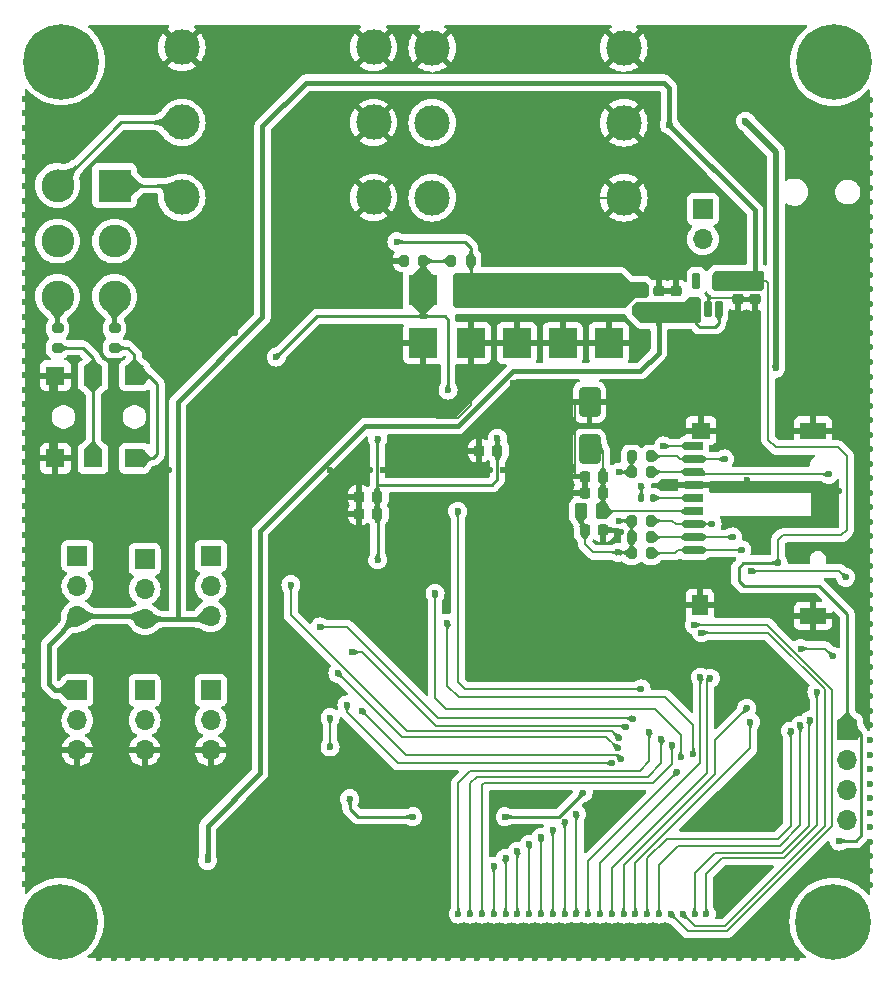
<source format=gbl>
G04 #@! TF.GenerationSoftware,KiCad,Pcbnew,8.0.3*
G04 #@! TF.CreationDate,2025-02-06T22:10:45+07:00*
G04 #@! TF.ProjectId,Digital_Multi_Pedal_v1,44696769-7461-46c5-9f4d-756c74695f50,rev?*
G04 #@! TF.SameCoordinates,Original*
G04 #@! TF.FileFunction,Copper,L4,Bot*
G04 #@! TF.FilePolarity,Positive*
%FSLAX46Y46*%
G04 Gerber Fmt 4.6, Leading zero omitted, Abs format (unit mm)*
G04 Created by KiCad (PCBNEW 8.0.3) date 2025-02-06 22:10:45*
%MOMM*%
%LPD*%
G01*
G04 APERTURE LIST*
G04 Aperture macros list*
%AMRoundRect*
0 Rectangle with rounded corners*
0 $1 Rounding radius*
0 $2 $3 $4 $5 $6 $7 $8 $9 X,Y pos of 4 corners*
0 Add a 4 corners polygon primitive as box body*
4,1,4,$2,$3,$4,$5,$6,$7,$8,$9,$2,$3,0*
0 Add four circle primitives for the rounded corners*
1,1,$1+$1,$2,$3*
1,1,$1+$1,$4,$5*
1,1,$1+$1,$6,$7*
1,1,$1+$1,$8,$9*
0 Add four rect primitives between the rounded corners*
20,1,$1+$1,$2,$3,$4,$5,0*
20,1,$1+$1,$4,$5,$6,$7,0*
20,1,$1+$1,$6,$7,$8,$9,0*
20,1,$1+$1,$8,$9,$2,$3,0*%
G04 Aperture macros list end*
G04 #@! TA.AperFunction,ComponentPad*
%ADD10C,3.000000*%
G04 #@! TD*
G04 #@! TA.AperFunction,ComponentPad*
%ADD11C,0.800000*%
G04 #@! TD*
G04 #@! TA.AperFunction,ComponentPad*
%ADD12C,6.400000*%
G04 #@! TD*
G04 #@! TA.AperFunction,ComponentPad*
%ADD13R,2.775000X2.775000*%
G04 #@! TD*
G04 #@! TA.AperFunction,ComponentPad*
%ADD14C,2.775000*%
G04 #@! TD*
G04 #@! TA.AperFunction,ComponentPad*
%ADD15R,1.700000X1.700000*%
G04 #@! TD*
G04 #@! TA.AperFunction,ComponentPad*
%ADD16O,1.700000X1.700000*%
G04 #@! TD*
G04 #@! TA.AperFunction,SMDPad,CuDef*
%ADD17RoundRect,0.200000X0.275000X-0.200000X0.275000X0.200000X-0.275000X0.200000X-0.275000X-0.200000X0*%
G04 #@! TD*
G04 #@! TA.AperFunction,SMDPad,CuDef*
%ADD18RoundRect,0.225000X0.225000X0.250000X-0.225000X0.250000X-0.225000X-0.250000X0.225000X-0.250000X0*%
G04 #@! TD*
G04 #@! TA.AperFunction,SMDPad,CuDef*
%ADD19RoundRect,0.250000X0.650000X-1.000000X0.650000X1.000000X-0.650000X1.000000X-0.650000X-1.000000X0*%
G04 #@! TD*
G04 #@! TA.AperFunction,SMDPad,CuDef*
%ADD20RoundRect,0.225000X0.250000X-0.225000X0.250000X0.225000X-0.250000X0.225000X-0.250000X-0.225000X0*%
G04 #@! TD*
G04 #@! TA.AperFunction,SMDPad,CuDef*
%ADD21RoundRect,0.200000X-0.200000X-0.275000X0.200000X-0.275000X0.200000X0.275000X-0.200000X0.275000X0*%
G04 #@! TD*
G04 #@! TA.AperFunction,SMDPad,CuDef*
%ADD22RoundRect,0.200000X0.200000X0.275000X-0.200000X0.275000X-0.200000X-0.275000X0.200000X-0.275000X0*%
G04 #@! TD*
G04 #@! TA.AperFunction,SMDPad,CuDef*
%ADD23R,2.400000X2.500000*%
G04 #@! TD*
G04 #@! TA.AperFunction,SMDPad,CuDef*
%ADD24RoundRect,0.225000X-0.250000X0.225000X-0.250000X-0.225000X0.250000X-0.225000X0.250000X0.225000X0*%
G04 #@! TD*
G04 #@! TA.AperFunction,SMDPad,CuDef*
%ADD25RoundRect,0.135000X-0.135000X-0.185000X0.135000X-0.185000X0.135000X0.185000X-0.135000X0.185000X0*%
G04 #@! TD*
G04 #@! TA.AperFunction,SMDPad,CuDef*
%ADD26RoundRect,0.045000X0.255000X-0.630000X0.255000X0.630000X-0.255000X0.630000X-0.255000X-0.630000X0*%
G04 #@! TD*
G04 #@! TA.AperFunction,SMDPad,CuDef*
%ADD27R,1.600000X1.600000*%
G04 #@! TD*
G04 #@! TA.AperFunction,SMDPad,CuDef*
%ADD28RoundRect,0.200000X-0.275000X0.200000X-0.275000X-0.200000X0.275000X-0.200000X0.275000X0.200000X0*%
G04 #@! TD*
G04 #@! TA.AperFunction,SMDPad,CuDef*
%ADD29RoundRect,0.225000X-0.225000X-0.250000X0.225000X-0.250000X0.225000X0.250000X-0.225000X0.250000X0*%
G04 #@! TD*
G04 #@! TA.AperFunction,SMDPad,CuDef*
%ADD30RoundRect,0.250000X-0.262500X-0.450000X0.262500X-0.450000X0.262500X0.450000X-0.262500X0.450000X0*%
G04 #@! TD*
G04 #@! TA.AperFunction,SMDPad,CuDef*
%ADD31R,1.600000X0.700000*%
G04 #@! TD*
G04 #@! TA.AperFunction,SMDPad,CuDef*
%ADD32R,1.600000X1.400000*%
G04 #@! TD*
G04 #@! TA.AperFunction,SMDPad,CuDef*
%ADD33R,2.200000X1.400000*%
G04 #@! TD*
G04 #@! TA.AperFunction,SMDPad,CuDef*
%ADD34R,1.400000X1.800000*%
G04 #@! TD*
G04 #@! TA.AperFunction,ViaPad*
%ADD35C,0.600000*%
G04 #@! TD*
G04 #@! TA.AperFunction,Conductor*
%ADD36C,0.254000*%
G04 #@! TD*
G04 #@! TA.AperFunction,Conductor*
%ADD37C,0.203200*%
G04 #@! TD*
G04 #@! TA.AperFunction,Conductor*
%ADD38C,0.381000*%
G04 #@! TD*
G04 #@! TA.AperFunction,Conductor*
%ADD39C,0.508000*%
G04 #@! TD*
G04 #@! TA.AperFunction,Conductor*
%ADD40C,0.200000*%
G04 #@! TD*
G04 APERTURE END LIST*
D10*
X142069200Y-78399000D03*
X158299200Y-78399000D03*
X142069200Y-72049000D03*
X158299200Y-72049000D03*
X142069200Y-84749000D03*
X158299200Y-84749000D03*
D11*
X108274200Y-73204000D03*
X108977144Y-71506944D03*
X108977144Y-74901056D03*
X110674200Y-70804000D03*
D12*
X110674200Y-73204000D03*
D11*
X110674200Y-75604000D03*
X112371256Y-71506944D03*
X112371256Y-74901056D03*
X113074200Y-73204000D03*
D13*
X115179200Y-83701500D03*
D14*
X115179200Y-88401500D03*
X115179200Y-93101500D03*
X110349200Y-83701500D03*
X110349200Y-88401500D03*
X110349200Y-93101500D03*
D15*
X112034200Y-126439000D03*
D16*
X112034200Y-128979000D03*
X112034200Y-131519000D03*
D11*
X173614200Y-146024000D03*
X174317144Y-144326944D03*
X174317144Y-147721056D03*
X176014200Y-143624000D03*
D12*
X176014200Y-146024000D03*
D11*
X176014200Y-148424000D03*
X177711256Y-144326944D03*
X177711256Y-147721056D03*
X178414200Y-146024000D03*
X108194200Y-146024000D03*
X108897144Y-144326944D03*
X108897144Y-147721056D03*
X110594200Y-143624000D03*
D12*
X110594200Y-146024000D03*
D11*
X110594200Y-148424000D03*
X112291256Y-144326944D03*
X112291256Y-147721056D03*
X112994200Y-146024000D03*
X173664200Y-73254000D03*
X174367144Y-71556944D03*
X174367144Y-74951056D03*
X176064200Y-70854000D03*
D12*
X176064200Y-73254000D03*
D11*
X176064200Y-75654000D03*
X177761256Y-71556944D03*
X177761256Y-74951056D03*
X178464200Y-73254000D03*
D15*
X164984200Y-85694000D03*
D16*
X164984200Y-88234000D03*
D15*
X123319200Y-126439000D03*
D16*
X123319200Y-128979000D03*
X123319200Y-131519000D03*
D15*
X123319200Y-115074000D03*
D16*
X123319200Y-117614000D03*
X123319200Y-120154000D03*
D15*
X112034200Y-115074000D03*
D16*
X112034200Y-117614000D03*
X112034200Y-120154000D03*
D15*
X117724200Y-115334000D03*
D16*
X117724200Y-117874000D03*
X117724200Y-120414000D03*
D15*
X117724200Y-126439000D03*
D16*
X117724200Y-128979000D03*
X117724200Y-131519000D03*
D15*
X177206000Y-129771600D03*
D16*
X177206000Y-132311600D03*
X177206000Y-134851600D03*
X177206000Y-137391600D03*
D10*
X120879200Y-78359000D03*
X137109200Y-78359000D03*
X120879200Y-72009000D03*
X137109200Y-72009000D03*
X120879200Y-84709000D03*
X137109200Y-84709000D03*
D17*
X115184000Y-97437000D03*
X115184000Y-95787000D03*
D18*
X137434200Y-110034000D03*
X135884200Y-110034000D03*
X156529200Y-109696500D03*
X154979200Y-109696500D03*
D19*
X155394200Y-106034000D03*
X155394200Y-102034000D03*
D18*
X156529200Y-108336500D03*
X154979200Y-108336500D03*
D20*
X169384200Y-93339000D03*
X169384200Y-91789000D03*
D21*
X143691200Y-90053800D03*
X145341200Y-90053800D03*
D22*
X160607200Y-107944200D03*
X158957200Y-107944200D03*
D23*
X141294200Y-92582300D03*
X141294200Y-97052700D03*
D24*
X162714200Y-92609000D03*
X162714200Y-94159000D03*
D22*
X160607200Y-112074200D03*
X158957200Y-112074200D03*
D21*
X139651200Y-90053800D03*
X141301200Y-90053800D03*
D22*
X160607200Y-114834200D03*
X158957200Y-114834200D03*
D25*
X159784200Y-110144000D03*
X160804200Y-110144000D03*
D26*
X166344200Y-94162000D03*
X165394200Y-94162000D03*
X164444200Y-94162000D03*
X164444200Y-91792000D03*
X166344200Y-91792000D03*
D27*
X110164200Y-99794000D03*
X110164200Y-106794000D03*
X116864200Y-99794000D03*
X116864200Y-106794000D03*
X113364200Y-99794000D03*
X113364200Y-106794000D03*
D23*
X145344200Y-92562300D03*
X145344200Y-97032700D03*
X149244200Y-92562300D03*
X149244200Y-97032700D03*
D28*
X159784400Y-92551000D03*
X159784400Y-94201000D03*
D23*
X153134200Y-92572300D03*
X153134200Y-97042700D03*
D20*
X167974200Y-93339000D03*
X167974200Y-91789000D03*
D29*
X154989200Y-112874000D03*
X156539200Y-112874000D03*
D22*
X160607200Y-106614200D03*
X158957200Y-106614200D03*
D17*
X110354000Y-97437000D03*
X110354000Y-95787000D03*
D18*
X137439200Y-111474000D03*
X135889200Y-111474000D03*
D30*
X154656164Y-111286100D03*
X156481164Y-111286100D03*
D24*
X161264200Y-92609000D03*
X161264200Y-94159000D03*
D22*
X160607200Y-113474200D03*
X158957200Y-113474200D03*
D23*
X157034200Y-92558800D03*
X157034200Y-97029200D03*
D29*
X146049200Y-106154000D03*
X147599200Y-106154000D03*
D31*
X164224200Y-114544000D03*
X164224200Y-113444000D03*
X164224200Y-112344000D03*
X164224200Y-111244000D03*
X164224200Y-110144000D03*
X164224200Y-109044000D03*
X164224200Y-107944000D03*
X164224200Y-106844000D03*
X164224200Y-105744000D03*
D32*
X164824200Y-104444000D03*
D33*
X174324200Y-104444000D03*
X174324200Y-120144000D03*
D34*
X164724200Y-119244000D03*
D35*
X168045996Y-149101000D03*
X179136400Y-135568432D03*
X156967365Y-149101000D03*
X142432300Y-107775200D03*
X179136400Y-97408703D03*
X179136400Y-104794457D03*
X179136400Y-87561031D03*
X179136400Y-131875555D03*
X107584600Y-118208006D03*
X107584600Y-137903350D03*
X140171340Y-107775200D03*
X107584600Y-129286637D03*
X163122160Y-149101000D03*
X117576677Y-149101000D03*
X179136400Y-103563498D03*
X171738873Y-149101000D03*
X176494800Y-109553200D03*
X179136400Y-107256375D03*
X179136400Y-77713359D03*
X179136400Y-96177744D03*
X169332000Y-109273800D03*
X115114759Y-149101000D03*
X149215200Y-107775200D03*
X136286600Y-115700000D03*
X179136400Y-134337473D03*
X120038595Y-149101000D03*
X179136400Y-122027883D03*
X179136400Y-112180211D03*
X128158600Y-107775200D03*
X179136400Y-102332539D03*
X107584600Y-136672391D03*
X126193390Y-149101000D03*
X107584600Y-103436498D03*
X107584600Y-123131842D03*
X137910380Y-107775200D03*
X142195857Y-149101000D03*
X107584600Y-119438965D03*
X117338200Y-109553200D03*
X153914200Y-124894800D03*
X137272021Y-149101000D03*
X179136400Y-85099113D03*
X107584600Y-98512662D03*
X118836800Y-108232400D03*
X179136400Y-88791990D03*
X159429283Y-149101000D03*
X107584600Y-88664990D03*
X179136400Y-129413637D03*
X139893400Y-123015200D03*
X179136400Y-81406236D03*
X107584600Y-76355400D03*
X135649420Y-107775200D03*
X107584600Y-116977047D03*
X107584600Y-78817318D03*
X127424349Y-149101000D03*
X152043529Y-149101000D03*
X122500513Y-149101000D03*
X111205914Y-109553200D03*
X150623800Y-135094000D03*
X158198324Y-149101000D03*
X107584600Y-94819785D03*
X179136400Y-109718293D03*
X124962431Y-149101000D03*
X154505447Y-149101000D03*
X179136400Y-99870621D03*
X179136400Y-138030350D03*
X168976400Y-142844000D03*
X145823740Y-107775200D03*
X107584600Y-134210473D03*
X150812570Y-149101000D03*
X179136400Y-86330072D03*
X133594200Y-101755400D03*
X137632800Y-90046000D03*
X107584600Y-93588826D03*
X107584600Y-80048277D03*
X148883025Y-100432625D03*
X107584600Y-87434031D03*
X123214140Y-107775200D03*
X107584600Y-97281703D03*
X179136400Y-118335006D03*
X107584600Y-100974580D03*
X136041062Y-149101000D03*
X179136400Y-98639662D03*
X116111742Y-109553200D03*
X112432371Y-109553200D03*
X116345718Y-149101000D03*
X146954220Y-107775200D03*
X115407800Y-123828000D03*
X153274488Y-149101000D03*
X107584600Y-120669924D03*
X179136400Y-82637195D03*
X107584600Y-112053211D03*
X144693260Y-107775200D03*
X157495600Y-124894800D03*
X107584600Y-96050744D03*
X107584600Y-89895949D03*
X179136400Y-125720760D03*
X179136400Y-78944318D03*
X179136400Y-92484867D03*
X179136400Y-114642129D03*
X107584600Y-121900883D03*
X179136400Y-115873088D03*
X107584600Y-102205539D03*
X165584078Y-149101000D03*
X166308200Y-109044000D03*
X175682000Y-99240800D03*
X107584600Y-107129375D03*
X179136400Y-108487334D03*
X107584600Y-109591293D03*
X138502980Y-149101000D03*
X179136400Y-124489801D03*
X131117226Y-149101000D03*
X168747800Y-108664200D03*
X107584600Y-108360334D03*
X107584600Y-126824719D03*
X129997020Y-107775200D03*
X147119693Y-149101000D03*
X172969846Y-149101000D03*
X179136400Y-130644596D03*
X179136400Y-106025416D03*
X108753000Y-109553200D03*
X179136400Y-142954200D03*
X125339200Y-93906800D03*
X107584600Y-81279236D03*
X179136400Y-136799391D03*
X126605580Y-107775200D03*
X133579144Y-149101000D03*
X161891201Y-149101000D03*
X179136400Y-126951719D03*
X107584600Y-110822252D03*
X170507914Y-149101000D03*
X164353119Y-149101000D03*
X179136400Y-133106514D03*
X107584600Y-91126908D03*
X179136400Y-94946785D03*
X118151000Y-108918200D03*
X134810103Y-149101000D03*
X125475100Y-107775200D03*
X143426816Y-149101000D03*
X109979457Y-109553200D03*
X119822700Y-107775200D03*
X174564400Y-109553200D03*
X107584600Y-77586359D03*
X113883800Y-149101000D03*
X107584600Y-132979514D03*
X141301820Y-107775200D03*
X179136400Y-113411170D03*
X179136400Y-123258842D03*
X140964898Y-149101000D03*
X160660242Y-149101000D03*
X121269554Y-149101000D03*
X149581611Y-149101000D03*
X123731472Y-149101000D03*
X107584600Y-140365268D03*
X107584600Y-83741154D03*
X107584600Y-125593760D03*
X139733939Y-149101000D03*
X146268800Y-112448800D03*
X179136400Y-119565965D03*
X107584600Y-130517596D03*
X179136400Y-110949252D03*
X179136400Y-93715826D03*
X113658828Y-109553200D03*
X139040860Y-107775200D03*
X131127500Y-107775200D03*
X107584600Y-84972113D03*
X179136400Y-101101580D03*
X179136400Y-141723227D03*
X179136400Y-76482400D03*
X107584600Y-114515129D03*
X179136400Y-117104047D03*
X156225600Y-135207200D03*
X179136400Y-128182678D03*
X114885285Y-109553200D03*
X158041700Y-113071100D03*
X107584600Y-135441432D03*
X133670400Y-100157400D03*
X179136400Y-120796924D03*
X128655308Y-149101000D03*
X148084700Y-107775200D03*
X179136400Y-90022949D03*
X136779900Y-107775200D03*
X179136400Y-140492268D03*
X143562780Y-107775200D03*
X107584600Y-99743621D03*
X148199200Y-88877600D03*
X107584600Y-113284170D03*
X107584600Y-86203072D03*
X144657775Y-149101000D03*
X124344620Y-107775200D03*
X107584600Y-124362801D03*
X121021200Y-123853400D03*
X118807636Y-149101000D03*
X169276955Y-149101000D03*
X107584600Y-115746088D03*
X135956400Y-118214600D03*
X128284200Y-144987600D03*
X125339200Y-96167400D03*
X122083660Y-107775200D03*
X107584600Y-92357867D03*
X129886267Y-149101000D03*
X145888734Y-149101000D03*
X132348185Y-149101000D03*
X179136400Y-80175277D03*
X107584600Y-139134309D03*
X133388460Y-107775200D03*
X107584600Y-131748555D03*
X107584600Y-128055678D03*
X179136400Y-83868154D03*
X107584600Y-105898416D03*
X179136400Y-139261309D03*
X179136400Y-91253908D03*
X166815037Y-149101000D03*
X107584600Y-104667457D03*
X148350652Y-149101000D03*
X107584600Y-82510195D03*
X107584600Y-142827200D03*
X155736406Y-149101000D03*
X134518940Y-107775200D03*
X107584600Y-141596227D03*
X139084200Y-88454000D03*
X147594200Y-105104000D03*
X137454200Y-115394000D03*
X137454200Y-105154000D03*
X135089000Y-135617400D03*
X148250000Y-137137600D03*
X157876600Y-107953000D03*
X157825800Y-114760200D03*
X176520200Y-139195000D03*
X171364000Y-115641200D03*
X157876600Y-112067800D03*
X162143800Y-78539800D03*
X154854000Y-135094000D03*
X140426800Y-137137600D03*
X161254200Y-95014000D03*
X123053200Y-140833800D03*
X133424200Y-128754000D03*
X133424200Y-131234000D03*
X171160800Y-99164600D03*
X168595400Y-78260400D03*
X141324596Y-94753604D03*
X128864200Y-98215600D03*
X143414200Y-101024000D03*
X173272600Y-122898187D03*
X176023200Y-123563000D03*
X169074200Y-116324000D03*
X177094200Y-116864000D03*
X152284200Y-145384000D03*
X152284200Y-138242400D03*
X163284200Y-145384000D03*
X164864200Y-121544000D03*
X164294200Y-145384000D03*
X174032600Y-128964000D03*
X165274200Y-145374000D03*
X174634200Y-126564000D03*
X147284200Y-145384000D03*
X147284200Y-141314000D03*
X162364200Y-131065600D03*
X146284200Y-145384000D03*
X154284200Y-145364000D03*
X154284200Y-136884000D03*
X148284200Y-140642400D03*
X148284200Y-145384000D03*
X173249200Y-129409000D03*
X161284200Y-145394000D03*
X168709200Y-127969000D03*
X158284200Y-145384000D03*
X160454200Y-129964000D03*
X144284200Y-145384000D03*
X150284200Y-145384000D03*
X150284200Y-139462400D03*
X153284200Y-137584000D03*
X153294200Y-145384000D03*
X172414200Y-129884000D03*
X160284200Y-145384000D03*
X149294200Y-145384000D03*
X149284200Y-140062400D03*
X155284200Y-145384000D03*
X162781200Y-133357000D03*
X156294200Y-145384000D03*
X164784200Y-125334000D03*
X145284200Y-145384000D03*
X161474200Y-130565600D03*
X164274200Y-120884000D03*
X162284200Y-145384000D03*
X151284200Y-138864000D03*
X151284200Y-145384000D03*
X157284200Y-145384000D03*
X165624200Y-125414000D03*
X169001800Y-129111200D03*
X159284200Y-145384000D03*
X161654200Y-105744000D03*
X165764200Y-112344000D03*
X168284200Y-114544000D03*
X175644200Y-108145600D03*
X166824200Y-106844000D03*
X167504200Y-113444000D03*
X159064200Y-128824000D03*
X132574200Y-121064000D03*
X130104200Y-117494000D03*
X157864200Y-130434000D03*
X143364200Y-120744000D03*
X164182600Y-131844000D03*
X163119200Y-132099000D03*
X142314200Y-118234000D03*
X144234200Y-111274000D03*
X159764200Y-126314000D03*
X159785800Y-109134000D03*
X157314200Y-132594000D03*
X134854200Y-127674000D03*
X134082600Y-124982152D03*
X157764200Y-131324000D03*
X158044200Y-132264000D03*
X136126800Y-128164000D03*
X135324200Y-123194000D03*
X158464200Y-129584000D03*
D36*
X118453200Y-106794000D02*
X116864200Y-106794000D01*
X118784200Y-106463000D02*
X118453200Y-106794000D01*
X118104200Y-99794000D02*
X118784200Y-100474000D01*
X118784200Y-100474000D02*
X118784200Y-106463000D01*
X116864200Y-99794000D02*
X118104200Y-99794000D01*
D37*
X133670400Y-100157400D02*
X133594200Y-100233600D01*
X154344200Y-102034000D02*
X154192600Y-102185600D01*
X139651200Y-90053800D02*
X137640600Y-90053800D01*
X167820600Y-93185400D02*
X167974200Y-93339000D01*
D36*
X109737200Y-106367000D02*
X110164200Y-106794000D01*
D37*
X167974200Y-93339000D02*
X169384200Y-93339000D01*
X153134200Y-97042700D02*
X149254200Y-97042700D01*
X135884200Y-110034000D02*
X135884200Y-111469000D01*
X154979200Y-108336500D02*
X154979200Y-109696500D01*
X141294200Y-97052700D02*
X141294200Y-102191000D01*
X153147700Y-97029200D02*
X153134200Y-97042700D01*
X154192600Y-108132400D02*
X154396700Y-108336500D01*
X158041700Y-113071100D02*
X157775000Y-112804400D01*
X155394200Y-102034000D02*
X154344200Y-102034000D01*
X135884200Y-108009980D02*
X135884200Y-110034000D01*
X164224200Y-109044000D02*
X166308200Y-109044000D01*
X112034200Y-131519000D02*
X117724200Y-131519000D01*
X165695801Y-93185400D02*
X167820600Y-93185400D01*
X152327800Y-84749000D02*
X158299200Y-84749000D01*
X154396700Y-108336500D02*
X154979200Y-108336500D01*
X157034200Y-97029200D02*
X153147700Y-97029200D01*
X165394200Y-94162000D02*
X165394200Y-93487001D01*
X149254200Y-97042700D02*
X149244200Y-97032700D01*
X156608800Y-112804400D02*
X156539200Y-112874000D01*
X133594200Y-100233600D02*
X133594200Y-101755400D01*
X157775000Y-112804400D02*
X156608800Y-112804400D01*
X144262200Y-103381000D02*
X145344200Y-102299000D01*
X166309400Y-109045200D02*
X166308200Y-109044000D01*
X141294200Y-102191000D02*
X142484200Y-103381000D01*
X175682000Y-101501400D02*
X174324200Y-102859200D01*
X117724200Y-131519000D02*
X123319200Y-131519000D01*
X175682000Y-99240800D02*
X175682000Y-101501400D01*
X148199200Y-88877600D02*
X152327800Y-84749000D01*
X137640600Y-90053800D02*
X137632800Y-90046000D01*
X125339200Y-96167400D02*
X125339200Y-93906800D01*
X157495600Y-124894800D02*
X153914200Y-124894800D01*
D36*
X110164200Y-99794000D02*
X109737200Y-100221000D01*
D37*
X174324200Y-102859200D02*
X174324200Y-104444000D01*
X149244200Y-97032700D02*
X145344200Y-97032700D01*
X135884200Y-111469000D02*
X135889200Y-111474000D01*
X142484200Y-103381000D02*
X144262200Y-103381000D01*
D36*
X109737200Y-100221000D02*
X109737200Y-106367000D01*
D37*
X135649420Y-107775200D02*
X135884200Y-108009980D01*
X154192600Y-102185600D02*
X154192600Y-108132400D01*
X165394200Y-93487001D02*
X165695801Y-93185400D01*
X145344200Y-102299000D02*
X145344200Y-97032700D01*
D36*
X137434200Y-105174000D02*
X137434200Y-108044000D01*
X139084200Y-88454000D02*
X144844200Y-88454000D01*
X137434200Y-108044000D02*
X137434200Y-110034000D01*
X137454200Y-105154000D02*
X137434200Y-105174000D01*
X137434200Y-110034000D02*
X137434200Y-111469000D01*
X153134200Y-92572300D02*
X157020700Y-92572300D01*
X144844200Y-88454000D02*
X145341200Y-88951000D01*
X157034200Y-92558800D02*
X159776600Y-92558800D01*
X147599200Y-105109000D02*
X147594200Y-105104000D01*
X145341200Y-88951000D02*
X145341200Y-90053800D01*
X145341200Y-92559300D02*
X145344200Y-92562300D01*
X137454200Y-111489000D02*
X137454200Y-115394000D01*
X147599200Y-108579000D02*
X147124200Y-109054000D01*
X137434200Y-111469000D02*
X137439200Y-111474000D01*
X147599200Y-106154000D02*
X147599200Y-105109000D01*
X157020700Y-92572300D02*
X157034200Y-92558800D01*
X149244200Y-92562300D02*
X153124200Y-92562300D01*
X153124200Y-92562300D02*
X153134200Y-92572300D01*
X145341200Y-90053800D02*
X145341200Y-92559300D01*
X137459200Y-105159000D02*
X137454200Y-105154000D01*
X147599200Y-106154000D02*
X147599200Y-108579000D01*
X159776600Y-92558800D02*
X159784400Y-92551000D01*
X137439200Y-111474000D02*
X137454200Y-111489000D01*
X147124200Y-109054000D02*
X137434200Y-109054000D01*
X145344200Y-92562300D02*
X149244200Y-92562300D01*
D37*
X158957200Y-107944200D02*
X157885400Y-107944200D01*
X177155200Y-112880600D02*
X177155200Y-106581400D01*
D36*
X177917200Y-139195000D02*
X178383000Y-138729200D01*
D38*
X127701400Y-94821200D02*
X120513200Y-102009400D01*
X120513200Y-102009400D02*
X120513200Y-120414000D01*
X166347200Y-91789000D02*
X166344200Y-91792000D01*
X167974200Y-91789000D02*
X166347200Y-91789000D01*
D37*
X158957200Y-113474200D02*
X158957200Y-112074200D01*
X157825800Y-114760200D02*
X158883200Y-114760200D01*
D38*
X161686600Y-74983800D02*
X131384400Y-74983800D01*
D36*
X177206000Y-129771600D02*
X177206000Y-119967200D01*
X135778600Y-137137600D02*
X140426800Y-137137600D01*
D38*
X117724200Y-120414000D02*
X123059200Y-120414000D01*
X127701400Y-78666800D02*
X127701400Y-94821200D01*
X162143800Y-78539800D02*
X162143800Y-75441000D01*
D37*
X171186200Y-105870200D02*
X170525800Y-105209800D01*
D38*
X162143800Y-75441000D02*
X161686600Y-74983800D01*
D36*
X168011200Y-117147800D02*
X168011200Y-116055600D01*
D38*
X117464200Y-120154000D02*
X117724200Y-120414000D01*
D36*
X152810400Y-137137600D02*
X148250000Y-137137600D01*
D37*
X170338400Y-91789000D02*
X169384200Y-91789000D01*
X171364000Y-113693400D02*
X171745000Y-113312400D01*
X154699200Y-111370564D02*
X154766164Y-111303600D01*
D36*
X178383000Y-130135800D02*
X178018800Y-129771600D01*
D38*
X110144800Y-126439000D02*
X112034200Y-126439000D01*
D36*
X178383000Y-138729200D02*
X178383000Y-130135800D01*
D37*
X154656164Y-112540964D02*
X154989200Y-112874000D01*
X157883000Y-112074200D02*
X157876600Y-112067800D01*
X154656164Y-111286100D02*
X154656164Y-112540964D01*
X170525800Y-105209800D02*
X170525800Y-91976400D01*
X154981000Y-113896600D02*
X154989200Y-113888400D01*
X158957200Y-114834200D02*
X158957200Y-113474200D01*
X157825800Y-114760200D02*
X155717600Y-114760200D01*
D36*
X168011200Y-116055600D02*
X168425600Y-115641200D01*
D38*
X109616600Y-125910800D02*
X110144800Y-126439000D01*
X123059200Y-120414000D02*
X123319200Y-120154000D01*
D37*
X158957200Y-106614200D02*
X158957200Y-107944200D01*
X170525800Y-91976400D02*
X170338400Y-91789000D01*
D36*
X168425600Y-115641200D02*
X171364000Y-115641200D01*
X135089000Y-136448000D02*
X135778600Y-137137600D01*
D37*
X171745000Y-113312400D02*
X176723400Y-113312400D01*
X155717600Y-114760200D02*
X154981000Y-114023600D01*
D36*
X176520200Y-139195000D02*
X177917200Y-139195000D01*
D38*
X112034200Y-120154000D02*
X117464200Y-120154000D01*
X169384200Y-85780200D02*
X162143800Y-78539800D01*
D36*
X178018800Y-129771600D02*
X177206000Y-129771600D01*
D37*
X171364000Y-115641200D02*
X171364000Y-113693400D01*
X176444000Y-105870200D02*
X171186200Y-105870200D01*
X176723400Y-113312400D02*
X177155200Y-112880600D01*
D36*
X168443000Y-117579600D02*
X168011200Y-117147800D01*
D37*
X158883200Y-114760200D02*
X158957200Y-114834200D01*
X154981000Y-114023600D02*
X154981000Y-113896600D01*
X177155200Y-106581400D02*
X176444000Y-105870200D01*
X157885400Y-107944200D02*
X157876600Y-107953000D01*
D38*
X109616600Y-122571600D02*
X109616600Y-125910800D01*
D37*
X158957200Y-112074200D02*
X157883000Y-112074200D01*
D38*
X169384200Y-91789000D02*
X169384200Y-85780200D01*
D37*
X154989200Y-113888400D02*
X154989200Y-112874000D01*
D36*
X174818400Y-117579600D02*
X168443000Y-117579600D01*
X154854000Y-135094000D02*
X152810400Y-137137600D01*
D38*
X131384400Y-74983800D02*
X127701400Y-78666800D01*
D36*
X177206000Y-119967200D02*
X174818400Y-117579600D01*
D38*
X167974200Y-91789000D02*
X169384200Y-91789000D01*
X112034200Y-120154000D02*
X109616600Y-122571600D01*
D36*
X135089000Y-135617400D02*
X135089000Y-136448000D01*
X161254200Y-95014000D02*
X161254200Y-94169000D01*
D38*
X144272334Y-104066800D02*
X148945934Y-99393200D01*
D36*
X159826400Y-94159000D02*
X159784400Y-94201000D01*
D38*
X123053200Y-140833800D02*
X123053200Y-137899600D01*
X127498200Y-133454600D02*
X127498200Y-112931400D01*
D36*
X161254200Y-94169000D02*
X161264200Y-94159000D01*
D38*
X161254200Y-97844400D02*
X161254200Y-95014000D01*
X148945934Y-99393200D02*
X159705400Y-99393200D01*
X127498200Y-112931400D02*
X136362800Y-104066800D01*
X159705400Y-99393200D02*
X161254200Y-97844400D01*
D36*
X164444200Y-94162000D02*
X164444200Y-95394000D01*
X164724200Y-95674000D02*
X166014200Y-95674000D01*
X164444200Y-95394000D02*
X164724200Y-95674000D01*
D38*
X123053200Y-137899600D02*
X127498200Y-133454600D01*
D36*
X162714200Y-94159000D02*
X164441200Y-94159000D01*
D38*
X136362800Y-104066800D02*
X144272334Y-104066800D01*
D36*
X164441200Y-94159000D02*
X164444200Y-94162000D01*
X162714200Y-94159000D02*
X161264200Y-94159000D01*
X166014200Y-95674000D02*
X166344200Y-95344000D01*
X166344200Y-95344000D02*
X166344200Y-94162000D01*
X161264200Y-94159000D02*
X159826400Y-94159000D01*
D37*
X133424200Y-128754000D02*
X133424200Y-131234000D01*
D39*
X171160800Y-80825800D02*
X168595400Y-78260400D01*
X171160800Y-99164600D02*
X171160800Y-80825800D01*
D36*
X141304200Y-94774000D02*
X132305800Y-94774000D01*
X132305800Y-94774000D02*
X128864200Y-98215600D01*
X141324596Y-94753604D02*
X141304200Y-94774000D01*
X141301200Y-90053800D02*
X143691200Y-90053800D01*
X141301200Y-90053800D02*
X141301200Y-92575300D01*
X141324992Y-94754000D02*
X141324596Y-94753604D01*
X141301200Y-92575300D02*
X141294200Y-92582300D01*
X141324596Y-94753604D02*
X141294200Y-94723208D01*
X141294200Y-94723208D02*
X141294200Y-92582300D01*
X143414200Y-101024000D02*
X143414200Y-95044000D01*
X143414200Y-95044000D02*
X143124200Y-94754000D01*
X143124200Y-94754000D02*
X141324992Y-94754000D01*
X115691700Y-78359000D02*
X110349200Y-83701500D01*
X120879200Y-78359000D02*
X115691700Y-78359000D01*
X115179200Y-83701500D02*
X119871700Y-83701500D01*
X119871700Y-83701500D02*
X120879200Y-84709000D01*
D37*
X175358387Y-122898187D02*
X173272600Y-122898187D01*
X176023200Y-123563000D02*
X175358387Y-122898187D01*
X176554200Y-116324000D02*
X177094200Y-116864000D01*
X169074200Y-116324000D02*
X176554200Y-116324000D01*
X152284200Y-138242400D02*
X152284200Y-145384000D01*
D40*
X170504200Y-121544000D02*
X175324200Y-126364000D01*
X164864200Y-121544000D02*
X170504200Y-121544000D01*
X164314200Y-146424000D02*
X163284200Y-145394000D01*
X175324200Y-137954000D02*
X166854200Y-146424000D01*
X175324200Y-126364000D02*
X175324200Y-137954000D01*
X163284200Y-145394000D02*
X163284200Y-145384000D01*
X166854200Y-146424000D02*
X164314200Y-146424000D01*
X171684200Y-140244000D02*
X165984200Y-140244000D01*
X174014200Y-128982400D02*
X174014200Y-137914000D01*
X164294200Y-141934000D02*
X164294200Y-145384000D01*
X174032600Y-128964000D02*
X174014200Y-128982400D01*
X174014200Y-137914000D02*
X171684200Y-140244000D01*
X165984200Y-140244000D02*
X164294200Y-141934000D01*
D37*
X174634200Y-126564000D02*
X174634200Y-137861948D01*
X165274200Y-141954000D02*
X165274200Y-145374000D01*
X171850548Y-140645600D02*
X166582600Y-140645600D01*
X174634200Y-137861948D02*
X171850548Y-140645600D01*
X166582600Y-140645600D02*
X165274200Y-141954000D01*
X147284200Y-141314000D02*
X147284200Y-145384000D01*
X162364200Y-131065600D02*
X162364200Y-132700800D01*
X162364200Y-132700800D02*
X160771000Y-134294000D01*
X146284200Y-134474000D02*
X146284200Y-145384000D01*
X146464200Y-134294000D02*
X146284200Y-134474000D01*
X160771000Y-134294000D02*
X146464200Y-134294000D01*
X154284200Y-136884000D02*
X154284200Y-145364000D01*
X148284200Y-140642400D02*
X148284200Y-145384000D01*
D40*
X162884200Y-139604000D02*
X161284200Y-141204000D01*
X173249200Y-129409000D02*
X173244200Y-129414000D01*
X171504200Y-139604000D02*
X162884200Y-139604000D01*
X161284200Y-141204000D02*
X161284200Y-145394000D01*
X173244200Y-137864000D02*
X171504200Y-139604000D01*
X173244200Y-129414000D02*
X173244200Y-137864000D01*
D37*
X168709200Y-127969000D02*
X166024200Y-130654000D01*
X158284200Y-141251200D02*
X158284200Y-142497000D01*
X166024200Y-130654000D02*
X166024200Y-133511200D01*
X158284200Y-142497000D02*
X158284200Y-145384000D01*
X166024200Y-133511200D02*
X158284200Y-141251200D01*
X160454200Y-132444000D02*
X159634200Y-133264000D01*
X144284200Y-134254000D02*
X144284200Y-145384000D01*
X160454200Y-129964000D02*
X160454200Y-132444000D01*
X145274200Y-133264000D02*
X144284200Y-134254000D01*
X159634200Y-133264000D02*
X145274200Y-133264000D01*
X150284200Y-139462400D02*
X150284200Y-145384000D01*
X153284200Y-145374000D02*
X153294200Y-145384000D01*
X153284200Y-137584000D02*
X153284200Y-145374000D01*
D40*
X172414200Y-129884000D02*
X172414200Y-137904000D01*
X160284200Y-140624000D02*
X160284200Y-145294000D01*
X161914200Y-138994000D02*
X160284200Y-140624000D01*
X171324200Y-138994000D02*
X161914200Y-138994000D01*
X172414200Y-137904000D02*
X171324200Y-138994000D01*
D37*
X149284200Y-140062400D02*
X149284200Y-145374000D01*
X149284200Y-145374000D02*
X149294200Y-145384000D01*
X155284200Y-140854000D02*
X155284200Y-145384000D01*
X162781200Y-133357000D02*
X155284200Y-140854000D01*
X164784200Y-132566800D02*
X156294200Y-141056800D01*
X156294200Y-141056800D02*
X156294200Y-145384000D01*
X164784200Y-125334000D02*
X164784200Y-132566800D01*
X145834200Y-133734000D02*
X145284200Y-134284000D01*
X160315000Y-133734000D02*
X145834200Y-133734000D01*
X161474200Y-132574800D02*
X160315000Y-133734000D01*
X145284200Y-134284000D02*
X145284200Y-145384000D01*
X161474200Y-130565600D02*
X161474200Y-132574800D01*
D40*
X175954200Y-126428314D02*
X175954200Y-137889686D01*
X170409886Y-120884000D02*
X175954200Y-126428314D01*
X164274200Y-120884000D02*
X170409886Y-120884000D01*
X163724200Y-146824000D02*
X162284200Y-145384000D01*
X175954200Y-137889686D02*
X167019886Y-146824000D01*
X167019886Y-146824000D02*
X163724200Y-146824000D01*
D37*
X151284200Y-138864000D02*
X151284200Y-145384000D01*
X165314200Y-133433800D02*
X157284200Y-141463800D01*
X157284200Y-142852600D02*
X157284200Y-145384000D01*
X165314200Y-125724000D02*
X165314200Y-133433800D01*
X157284200Y-141463800D02*
X157284200Y-142852600D01*
X165624200Y-125414000D02*
X165314200Y-125724000D01*
X159284200Y-141056052D02*
X159284200Y-145384000D01*
X169001800Y-131338452D02*
X159284200Y-141056052D01*
X169001800Y-129111200D02*
X169001800Y-131338452D01*
X161654200Y-105744000D02*
X164224200Y-105744000D01*
X162684200Y-112344000D02*
X164224200Y-112344000D01*
X162414400Y-112074200D02*
X162684200Y-112344000D01*
X164224200Y-112344000D02*
X165764200Y-112344000D01*
X160607200Y-112074200D02*
X162414400Y-112074200D01*
X162594000Y-114834200D02*
X162884200Y-114544000D01*
X162884200Y-114544000D02*
X164224200Y-114544000D01*
X160607200Y-114834200D02*
X162594000Y-114834200D01*
X164224200Y-114544000D02*
X168284200Y-114544000D01*
X164224200Y-107944000D02*
X164207800Y-107927600D01*
X160623800Y-107927600D02*
X160607200Y-107944200D01*
X164425800Y-108145600D02*
X164224200Y-107944000D01*
X164207800Y-107927600D02*
X160623800Y-107927600D01*
X175644200Y-108145600D02*
X164425800Y-108145600D01*
X162794000Y-106614200D02*
X160607200Y-106614200D01*
X163024200Y-106844000D02*
X162794200Y-106614000D01*
X164224200Y-106844000D02*
X166824200Y-106844000D01*
X164224200Y-106844000D02*
X163024200Y-106844000D01*
X162794200Y-106614000D02*
X162794000Y-106614200D01*
X164194000Y-113474200D02*
X164224200Y-113444000D01*
X167504200Y-113444000D02*
X164224200Y-113444000D01*
X160607200Y-113474200D02*
X164194000Y-113474200D01*
X164224200Y-110144000D02*
X160804200Y-110144000D01*
X134858514Y-121064000D02*
X132574200Y-121064000D01*
X142598514Y-128804000D02*
X134858514Y-121064000D01*
X159064200Y-128824000D02*
X159044200Y-128804000D01*
X159044200Y-128804000D02*
X142598514Y-128804000D01*
X130104200Y-120069686D02*
X139928514Y-129894000D01*
X157324200Y-129894000D02*
X157864200Y-130434000D01*
X130104200Y-117494000D02*
X130104200Y-120069686D01*
X139928514Y-129894000D02*
X157324200Y-129894000D01*
X161824200Y-127014000D02*
X144324200Y-127014000D01*
X144324200Y-127014000D02*
X143364200Y-126054000D01*
X164182600Y-131844000D02*
X164182600Y-129372400D01*
X143364200Y-126054000D02*
X143364200Y-120744000D01*
X164182600Y-129372400D02*
X161824200Y-127014000D01*
X160924200Y-128004000D02*
X143264200Y-128004000D01*
X142324200Y-127064000D02*
X142324200Y-118244000D01*
X143264200Y-128004000D02*
X142324200Y-127064000D01*
X163119200Y-130199000D02*
X160924200Y-128004000D01*
X163119200Y-132099000D02*
X163119200Y-130199000D01*
X142324200Y-118244000D02*
X142314200Y-118234000D01*
X144234200Y-125734000D02*
X144234200Y-111274000D01*
X144814200Y-126314000D02*
X144404200Y-125904000D01*
X159764200Y-126314000D02*
X144814200Y-126314000D01*
X144404200Y-125904000D02*
X144234200Y-125734000D01*
X159784200Y-110144000D02*
X159784200Y-109135600D01*
X159784200Y-109135600D02*
X159785800Y-109134000D01*
D36*
X110349200Y-95782200D02*
X110354000Y-95787000D01*
X110349200Y-93101500D02*
X110349200Y-95782200D01*
X115184000Y-93106300D02*
X115179200Y-93101500D01*
X115184000Y-95787000D02*
X115184000Y-93106300D01*
D37*
X139174200Y-132594000D02*
X157314200Y-132594000D01*
X134854200Y-127674000D02*
X134854200Y-128274000D01*
X134854200Y-128274000D02*
X139174200Y-132594000D01*
X139489800Y-130384000D02*
X156824200Y-130384000D01*
X156824200Y-130384000D02*
X157764200Y-131324000D01*
X134082600Y-124982152D02*
X134087952Y-124982152D01*
X134087952Y-124982152D02*
X139489800Y-130384000D01*
X139888400Y-131925600D02*
X157705800Y-131925600D01*
X136126800Y-128164000D02*
X139888400Y-131925600D01*
X157705800Y-131925600D02*
X158044200Y-132264000D01*
X158334200Y-129454000D02*
X158464200Y-129584000D01*
X135324200Y-123194000D02*
X136154200Y-123194000D01*
X136154200Y-123194000D02*
X142414200Y-129454000D01*
X142414200Y-129454000D02*
X158334200Y-129454000D01*
X156529200Y-106199000D02*
X156529200Y-108336500D01*
X156374200Y-106034000D02*
X156534200Y-106194000D01*
X155394200Y-106034000D02*
X156374200Y-106034000D01*
X156534200Y-108331500D02*
X156529200Y-108336500D01*
X164182100Y-111286100D02*
X164224200Y-111244000D01*
X156529200Y-111238064D02*
X156481164Y-111286100D01*
X156481164Y-111286100D02*
X164182100Y-111286100D01*
X156534200Y-106194000D02*
X156529200Y-106199000D01*
X156529200Y-108336500D02*
X156529200Y-109696500D01*
X156529200Y-109696500D02*
X156529200Y-111238064D01*
D36*
X116277200Y-97437000D02*
X116864200Y-98024000D01*
X115184000Y-97437000D02*
X116277200Y-97437000D01*
X116864200Y-98024000D02*
X116864200Y-99794000D01*
X112467200Y-97437000D02*
X113364200Y-98334000D01*
X110354000Y-97437000D02*
X112467200Y-97437000D01*
X113364200Y-99794000D02*
X113364200Y-106794000D01*
X113364200Y-98334000D02*
X113364200Y-99794000D01*
G04 #@! TA.AperFunction,Conductor*
G36*
X119767083Y-70134185D02*
G01*
X119812838Y-70186989D01*
X119822782Y-70256147D01*
X119793757Y-70319703D01*
X119774354Y-70337767D01*
X119652637Y-70428882D01*
X119652636Y-70428883D01*
X120593443Y-71369689D01*
X120547626Y-71388668D01*
X120432976Y-71465274D01*
X120335474Y-71562776D01*
X120258868Y-71677426D01*
X120239890Y-71723243D01*
X119299083Y-70782436D01*
X119299082Y-70782437D01*
X119192396Y-70924953D01*
X119192391Y-70924961D01*
X119055291Y-71176041D01*
X118955309Y-71444104D01*
X118894500Y-71723637D01*
X118874091Y-72008998D01*
X118874091Y-72009001D01*
X118894500Y-72294362D01*
X118955309Y-72573895D01*
X119055291Y-72841958D01*
X119192391Y-73093038D01*
X119192396Y-73093046D01*
X119299082Y-73235561D01*
X119299083Y-73235562D01*
X120239889Y-72294756D01*
X120258868Y-72340574D01*
X120335474Y-72455224D01*
X120432976Y-72552726D01*
X120547626Y-72629332D01*
X120593442Y-72648309D01*
X119652636Y-73589115D01*
X119795160Y-73695807D01*
X119795161Y-73695808D01*
X120046242Y-73832908D01*
X120046241Y-73832908D01*
X120314304Y-73932890D01*
X120593837Y-73993699D01*
X120879199Y-74014109D01*
X120879201Y-74014109D01*
X121164562Y-73993699D01*
X121444095Y-73932890D01*
X121712158Y-73832908D01*
X121963247Y-73695803D01*
X122105761Y-73589116D01*
X122105762Y-73589115D01*
X121164957Y-72648309D01*
X121210774Y-72629332D01*
X121325424Y-72552726D01*
X121422926Y-72455224D01*
X121499532Y-72340574D01*
X121518509Y-72294756D01*
X122459315Y-73235562D01*
X122459316Y-73235561D01*
X122566003Y-73093047D01*
X122703108Y-72841958D01*
X122803090Y-72573895D01*
X122863899Y-72294362D01*
X122884309Y-72009001D01*
X122884309Y-72008998D01*
X122863899Y-71723637D01*
X122803090Y-71444104D01*
X122703108Y-71176041D01*
X122566008Y-70924961D01*
X122566007Y-70924960D01*
X122459315Y-70782436D01*
X121518509Y-71723242D01*
X121499532Y-71677426D01*
X121422926Y-71562776D01*
X121325424Y-71465274D01*
X121210774Y-71388668D01*
X121164956Y-71369689D01*
X122105762Y-70428883D01*
X122105761Y-70428882D01*
X121984046Y-70337767D01*
X121942174Y-70281834D01*
X121937190Y-70212142D01*
X121970675Y-70150819D01*
X122031998Y-70117334D01*
X122058356Y-70114500D01*
X135930044Y-70114500D01*
X135997083Y-70134185D01*
X136042838Y-70186989D01*
X136052782Y-70256147D01*
X136023757Y-70319703D01*
X136004354Y-70337767D01*
X135882637Y-70428882D01*
X135882636Y-70428883D01*
X136823443Y-71369689D01*
X136777626Y-71388668D01*
X136662976Y-71465274D01*
X136565474Y-71562776D01*
X136488868Y-71677426D01*
X136469890Y-71723243D01*
X135529083Y-70782436D01*
X135529082Y-70782437D01*
X135422396Y-70924953D01*
X135422391Y-70924961D01*
X135285291Y-71176041D01*
X135185309Y-71444104D01*
X135124500Y-71723637D01*
X135104091Y-72008998D01*
X135104091Y-72009001D01*
X135124500Y-72294362D01*
X135185309Y-72573895D01*
X135285291Y-72841958D01*
X135422391Y-73093038D01*
X135422396Y-73093046D01*
X135529082Y-73235561D01*
X135529083Y-73235562D01*
X136469889Y-72294756D01*
X136488868Y-72340574D01*
X136565474Y-72455224D01*
X136662976Y-72552726D01*
X136777626Y-72629332D01*
X136823442Y-72648309D01*
X135882636Y-73589115D01*
X136025160Y-73695807D01*
X136025161Y-73695808D01*
X136276242Y-73832908D01*
X136276241Y-73832908D01*
X136544304Y-73932890D01*
X136823837Y-73993699D01*
X137109199Y-74014109D01*
X137109201Y-74014109D01*
X137394562Y-73993699D01*
X137674095Y-73932890D01*
X137942158Y-73832908D01*
X138193247Y-73695803D01*
X138335761Y-73589116D01*
X138335762Y-73589115D01*
X137394957Y-72648309D01*
X137440774Y-72629332D01*
X137555424Y-72552726D01*
X137652926Y-72455224D01*
X137729532Y-72340574D01*
X137748509Y-72294756D01*
X138689315Y-73235562D01*
X138689316Y-73235561D01*
X138796003Y-73093047D01*
X138933108Y-72841958D01*
X139033090Y-72573895D01*
X139093899Y-72294362D01*
X139114309Y-72009001D01*
X139114309Y-72008998D01*
X139093899Y-71723637D01*
X139033090Y-71444104D01*
X138933108Y-71176041D01*
X138796008Y-70924961D01*
X138796007Y-70924960D01*
X138689315Y-70782436D01*
X137748509Y-71723242D01*
X137729532Y-71677426D01*
X137652926Y-71562776D01*
X137555424Y-71465274D01*
X137440774Y-71388668D01*
X137394956Y-71369689D01*
X138335762Y-70428883D01*
X138335761Y-70428882D01*
X138214046Y-70337767D01*
X138172174Y-70281834D01*
X138167190Y-70212142D01*
X138200675Y-70150819D01*
X138261998Y-70117334D01*
X138288356Y-70114500D01*
X140952948Y-70114500D01*
X141019987Y-70134185D01*
X141065742Y-70186989D01*
X141075686Y-70256147D01*
X141046661Y-70319703D01*
X141012374Y-70347332D01*
X140985166Y-70362188D01*
X140985153Y-70362196D01*
X140842637Y-70468882D01*
X140842636Y-70468883D01*
X141783443Y-71409689D01*
X141737626Y-71428668D01*
X141622976Y-71505274D01*
X141525474Y-71602776D01*
X141448868Y-71717426D01*
X141429890Y-71763243D01*
X140489083Y-70822436D01*
X140489082Y-70822437D01*
X140382396Y-70964953D01*
X140382391Y-70964961D01*
X140245291Y-71216041D01*
X140145309Y-71484104D01*
X140084500Y-71763637D01*
X140064091Y-72048998D01*
X140064091Y-72049001D01*
X140084500Y-72334362D01*
X140145309Y-72613895D01*
X140245291Y-72881958D01*
X140382391Y-73133038D01*
X140382396Y-73133046D01*
X140489082Y-73275561D01*
X140489083Y-73275562D01*
X141429889Y-72334756D01*
X141448868Y-72380574D01*
X141525474Y-72495224D01*
X141622976Y-72592726D01*
X141737626Y-72669332D01*
X141783442Y-72688309D01*
X140842636Y-73629115D01*
X140985160Y-73735807D01*
X140985161Y-73735808D01*
X141236242Y-73872908D01*
X141236241Y-73872908D01*
X141504304Y-73972890D01*
X141783837Y-74033699D01*
X141943460Y-74045116D01*
X142008924Y-74069533D01*
X142050796Y-74125466D01*
X142055780Y-74195158D01*
X142022295Y-74256481D01*
X141960972Y-74289966D01*
X141934614Y-74292800D01*
X131316340Y-74292800D01*
X131189127Y-74318105D01*
X131182843Y-74319355D01*
X131182838Y-74319356D01*
X131057095Y-74371440D01*
X131057082Y-74371447D01*
X130943914Y-74447064D01*
X130943910Y-74447067D01*
X127164669Y-78226307D01*
X127164666Y-78226310D01*
X127112409Y-78304518D01*
X127112410Y-78304519D01*
X127089042Y-78339492D01*
X127036956Y-78465238D01*
X127036953Y-78465248D01*
X127010400Y-78598739D01*
X127010400Y-94483615D01*
X126990715Y-94550654D01*
X126974081Y-94571296D01*
X119976469Y-101568907D01*
X119976468Y-101568908D01*
X119921284Y-101651499D01*
X119921282Y-101651501D01*
X119900848Y-101682081D01*
X119900840Y-101682095D01*
X119848756Y-101807838D01*
X119848753Y-101807848D01*
X119822200Y-101941339D01*
X119822200Y-119599000D01*
X119802515Y-119666039D01*
X119749711Y-119711794D01*
X119698200Y-119723000D01*
X119328443Y-119723000D01*
X119305540Y-119720867D01*
X119301534Y-119720114D01*
X119301522Y-119720111D01*
X119088971Y-119695694D01*
X119050995Y-119685016D01*
X119003032Y-119662794D01*
X118976791Y-119646378D01*
X118867750Y-119557451D01*
X118866579Y-119556505D01*
X118864194Y-119554578D01*
X118665450Y-119395398D01*
X118628363Y-119368363D01*
X118628353Y-119368356D01*
X118628347Y-119368352D01*
X118628335Y-119368343D01*
X118626612Y-119367204D01*
X118626563Y-119367173D01*
X118586766Y-119343395D01*
X118586756Y-119343389D01*
X118434568Y-119261692D01*
X118422097Y-119254016D01*
X118410042Y-119245575D01*
X118366417Y-119191002D01*
X118359222Y-119121504D01*
X118390742Y-119059148D01*
X118410037Y-119042428D01*
X118595601Y-118912495D01*
X118762695Y-118745401D01*
X118898235Y-118551830D01*
X118998103Y-118337663D01*
X119059263Y-118109408D01*
X119079859Y-117874000D01*
X119077794Y-117850403D01*
X119062296Y-117673262D01*
X119059263Y-117638592D01*
X118998103Y-117410337D01*
X118898235Y-117196171D01*
X118895200Y-117191837D01*
X118762696Y-117002600D01*
X118705881Y-116945785D01*
X118640767Y-116880671D01*
X118607284Y-116819351D01*
X118612268Y-116749659D01*
X118654139Y-116693725D01*
X118685115Y-116676810D01*
X118816531Y-116627796D01*
X118931746Y-116541546D01*
X119017996Y-116426331D01*
X119068291Y-116291483D01*
X119074700Y-116231873D01*
X119074699Y-114436128D01*
X119068291Y-114376517D01*
X119063902Y-114364750D01*
X119017997Y-114241671D01*
X119017993Y-114241664D01*
X118931747Y-114126455D01*
X118931744Y-114126452D01*
X118816535Y-114040206D01*
X118816528Y-114040202D01*
X118681682Y-113989908D01*
X118681683Y-113989908D01*
X118622083Y-113983501D01*
X118622081Y-113983500D01*
X118622073Y-113983500D01*
X118622064Y-113983500D01*
X116826329Y-113983500D01*
X116826323Y-113983501D01*
X116766716Y-113989908D01*
X116631871Y-114040202D01*
X116631864Y-114040206D01*
X116516655Y-114126452D01*
X116516652Y-114126455D01*
X116430406Y-114241664D01*
X116430402Y-114241671D01*
X116380108Y-114376517D01*
X116373701Y-114436116D01*
X116373701Y-114436123D01*
X116373700Y-114436135D01*
X116373700Y-116231870D01*
X116373701Y-116231876D01*
X116380108Y-116291483D01*
X116430402Y-116426328D01*
X116430406Y-116426335D01*
X116516652Y-116541544D01*
X116516655Y-116541547D01*
X116631864Y-116627793D01*
X116631871Y-116627797D01*
X116763281Y-116676810D01*
X116819215Y-116718681D01*
X116843632Y-116784145D01*
X116828780Y-116852418D01*
X116807630Y-116880673D01*
X116685703Y-117002600D01*
X116550165Y-117196169D01*
X116550164Y-117196171D01*
X116450298Y-117410335D01*
X116450294Y-117410344D01*
X116389138Y-117638586D01*
X116389136Y-117638596D01*
X116368541Y-117873999D01*
X116368541Y-117874000D01*
X116389136Y-118109403D01*
X116389138Y-118109413D01*
X116450294Y-118337655D01*
X116450296Y-118337659D01*
X116450297Y-118337663D01*
X116519186Y-118485395D01*
X116550165Y-118551830D01*
X116550167Y-118551834D01*
X116641728Y-118682595D01*
X116685705Y-118745401D01*
X116852799Y-118912495D01*
X116980185Y-119001692D01*
X117028013Y-119035181D01*
X117071638Y-119089758D01*
X117078832Y-119159256D01*
X117047309Y-119221611D01*
X117007492Y-119249961D01*
X116917494Y-119290189D01*
X116912157Y-119292611D01*
X116911805Y-119292774D01*
X116906038Y-119295478D01*
X116732725Y-119378098D01*
X116723139Y-119382183D01*
X116624906Y-119419246D01*
X116603910Y-119425119D01*
X116494196Y-119445621D01*
X116476742Y-119447617D01*
X116235406Y-119457985D01*
X116186550Y-119462186D01*
X116186523Y-119461873D01*
X116173945Y-119463000D01*
X113638443Y-119463000D01*
X113615540Y-119460867D01*
X113611534Y-119460114D01*
X113611522Y-119460111D01*
X113398971Y-119435694D01*
X113360995Y-119425016D01*
X113313032Y-119402794D01*
X113286791Y-119386378D01*
X113177750Y-119297451D01*
X113176579Y-119296505D01*
X113174194Y-119294578D01*
X112975450Y-119135398D01*
X112938363Y-119108363D01*
X112938353Y-119108356D01*
X112938347Y-119108352D01*
X112938335Y-119108343D01*
X112936612Y-119107204D01*
X112936563Y-119107173D01*
X112896766Y-119083395D01*
X112896756Y-119083389D01*
X112744568Y-119001692D01*
X112732097Y-118994016D01*
X112732074Y-118994000D01*
X112720042Y-118985575D01*
X112676417Y-118931002D01*
X112669222Y-118861504D01*
X112700742Y-118799148D01*
X112720037Y-118782428D01*
X112905601Y-118652495D01*
X113072695Y-118485401D01*
X113208235Y-118291830D01*
X113308103Y-118077663D01*
X113369263Y-117849408D01*
X113389859Y-117614000D01*
X113369263Y-117378592D01*
X113320384Y-117196171D01*
X113308105Y-117150344D01*
X113308104Y-117150343D01*
X113308103Y-117150337D01*
X113208235Y-116936171D01*
X113201327Y-116926306D01*
X113072696Y-116742600D01*
X113014595Y-116684499D01*
X112950767Y-116620671D01*
X112917284Y-116559351D01*
X112922268Y-116489659D01*
X112964139Y-116433725D01*
X112995115Y-116416810D01*
X113126531Y-116367796D01*
X113241746Y-116281546D01*
X113327996Y-116166331D01*
X113378291Y-116031483D01*
X113384700Y-115971873D01*
X113384699Y-114176128D01*
X113378291Y-114116517D01*
X113373200Y-114102868D01*
X113327997Y-113981671D01*
X113327993Y-113981664D01*
X113241747Y-113866455D01*
X113241744Y-113866452D01*
X113126535Y-113780206D01*
X113126528Y-113780202D01*
X112991682Y-113729908D01*
X112991683Y-113729908D01*
X112932083Y-113723501D01*
X112932081Y-113723500D01*
X112932073Y-113723500D01*
X112932064Y-113723500D01*
X111136329Y-113723500D01*
X111136323Y-113723501D01*
X111076716Y-113729908D01*
X110941871Y-113780202D01*
X110941864Y-113780206D01*
X110826655Y-113866452D01*
X110826652Y-113866455D01*
X110740406Y-113981664D01*
X110740402Y-113981671D01*
X110690108Y-114116517D01*
X110685659Y-114157904D01*
X110683701Y-114176123D01*
X110683700Y-114176135D01*
X110683700Y-115971870D01*
X110683701Y-115971876D01*
X110690108Y-116031483D01*
X110740402Y-116166328D01*
X110740406Y-116166335D01*
X110826652Y-116281544D01*
X110826655Y-116281547D01*
X110941864Y-116367793D01*
X110941871Y-116367797D01*
X111073281Y-116416810D01*
X111129215Y-116458681D01*
X111153632Y-116524145D01*
X111138780Y-116592418D01*
X111117630Y-116620673D01*
X110995703Y-116742600D01*
X110860165Y-116936169D01*
X110860164Y-116936171D01*
X110760298Y-117150335D01*
X110760294Y-117150344D01*
X110699138Y-117378586D01*
X110699136Y-117378596D01*
X110678541Y-117613999D01*
X110678541Y-117614000D01*
X110699136Y-117849403D01*
X110699138Y-117849413D01*
X110760294Y-118077655D01*
X110760296Y-118077659D01*
X110760297Y-118077663D01*
X110833198Y-118234000D01*
X110860165Y-118291830D01*
X110860167Y-118291834D01*
X110995701Y-118485395D01*
X110995706Y-118485402D01*
X111162797Y-118652493D01*
X111162803Y-118652498D01*
X111348358Y-118782425D01*
X111391983Y-118837002D01*
X111399177Y-118906500D01*
X111367654Y-118968855D01*
X111348358Y-118985575D01*
X111162797Y-119115505D01*
X110995705Y-119282597D01*
X110860165Y-119476169D01*
X110860164Y-119476171D01*
X110760296Y-119690337D01*
X110760296Y-119690338D01*
X110741952Y-119758795D01*
X110740903Y-119762481D01*
X110667252Y-120006853D01*
X110667240Y-120006898D01*
X110655964Y-120051595D01*
X110655537Y-120053682D01*
X110648370Y-120099323D01*
X110620413Y-120352251D01*
X110619922Y-120356879D01*
X110605695Y-120496919D01*
X110598746Y-120527083D01*
X110580539Y-120576724D01*
X110561239Y-120611126D01*
X110472463Y-120722946D01*
X110472462Y-120722947D01*
X110428223Y-120778666D01*
X110420888Y-120788393D01*
X110409570Y-120801406D01*
X109079869Y-122131107D01*
X109079863Y-122131114D01*
X109019838Y-122220950D01*
X109019837Y-122220953D01*
X109004245Y-122244286D01*
X109004240Y-122244295D01*
X108952156Y-122370038D01*
X108952153Y-122370048D01*
X108925600Y-122503539D01*
X108925600Y-125978861D01*
X108941698Y-126059790D01*
X108952152Y-126112350D01*
X108952155Y-126112359D01*
X109004242Y-126238109D01*
X109004244Y-126238112D01*
X109079863Y-126351285D01*
X109079869Y-126351292D01*
X109704310Y-126975732D01*
X109704311Y-126975733D01*
X109704314Y-126975735D01*
X109786027Y-127030334D01*
X109817489Y-127051356D01*
X109943243Y-127103445D01*
X109943247Y-127103445D01*
X109943248Y-127103446D01*
X110076739Y-127130000D01*
X110076742Y-127130000D01*
X110076743Y-127130000D01*
X110212857Y-127130000D01*
X110322716Y-127130000D01*
X110389755Y-127149685D01*
X110397801Y-127155317D01*
X110435013Y-127183632D01*
X110440096Y-127187499D01*
X110451340Y-127197169D01*
X110538286Y-127281495D01*
X110546515Y-127290291D01*
X110646611Y-127408285D01*
X110652654Y-127416009D01*
X110766046Y-127573370D01*
X110791027Y-127605263D01*
X110791030Y-127605266D01*
X110792244Y-127606694D01*
X110802249Y-127616445D01*
X110814964Y-127630931D01*
X110826649Y-127646541D01*
X110826653Y-127646545D01*
X110826654Y-127646546D01*
X110848124Y-127662618D01*
X110859384Y-127672250D01*
X110859940Y-127672677D01*
X110859944Y-127672679D01*
X110859947Y-127672682D01*
X110862116Y-127673971D01*
X110873088Y-127681307D01*
X110941864Y-127732793D01*
X110941871Y-127732797D01*
X111073281Y-127781810D01*
X111129215Y-127823681D01*
X111153632Y-127889145D01*
X111138780Y-127957418D01*
X111117630Y-127985673D01*
X110995703Y-128107600D01*
X110860165Y-128301169D01*
X110860164Y-128301171D01*
X110779814Y-128473482D01*
X110764464Y-128506402D01*
X110760298Y-128515335D01*
X110760294Y-128515344D01*
X110699138Y-128743586D01*
X110699136Y-128743596D01*
X110678541Y-128978999D01*
X110678541Y-128979000D01*
X110699136Y-129214403D01*
X110699138Y-129214413D01*
X110760294Y-129442655D01*
X110760296Y-129442659D01*
X110760297Y-129442663D01*
X110842937Y-129619885D01*
X110860165Y-129656830D01*
X110860167Y-129656834D01*
X110995701Y-129850395D01*
X110995706Y-129850402D01*
X111162797Y-130017493D01*
X111162803Y-130017498D01*
X111348794Y-130147730D01*
X111392419Y-130202307D01*
X111399613Y-130271805D01*
X111368090Y-130334160D01*
X111348795Y-130350880D01*
X111163122Y-130480890D01*
X111163120Y-130480891D01*
X110996091Y-130647920D01*
X110996086Y-130647926D01*
X110860600Y-130841420D01*
X110860599Y-130841422D01*
X110760770Y-131055507D01*
X110760767Y-131055513D01*
X110703564Y-131268999D01*
X110703564Y-131269000D01*
X111601188Y-131269000D01*
X111568275Y-131326007D01*
X111534200Y-131453174D01*
X111534200Y-131584826D01*
X111568275Y-131711993D01*
X111601188Y-131769000D01*
X110703564Y-131769000D01*
X110760767Y-131982486D01*
X110760770Y-131982492D01*
X110860599Y-132196578D01*
X110996094Y-132390082D01*
X111163117Y-132557105D01*
X111356621Y-132692600D01*
X111570707Y-132792429D01*
X111570716Y-132792433D01*
X111784200Y-132849634D01*
X111784200Y-131952012D01*
X111841207Y-131984925D01*
X111968374Y-132019000D01*
X112100026Y-132019000D01*
X112227193Y-131984925D01*
X112284200Y-131952012D01*
X112284200Y-132849633D01*
X112497683Y-132792433D01*
X112497692Y-132792429D01*
X112711778Y-132692600D01*
X112905282Y-132557105D01*
X113072305Y-132390082D01*
X113207800Y-132196578D01*
X113307629Y-131982492D01*
X113307632Y-131982486D01*
X113364836Y-131769000D01*
X112467212Y-131769000D01*
X112500125Y-131711993D01*
X112534200Y-131584826D01*
X112534200Y-131453174D01*
X112500125Y-131326007D01*
X112467212Y-131269000D01*
X113364836Y-131269000D01*
X113364835Y-131268999D01*
X113307632Y-131055513D01*
X113307629Y-131055507D01*
X113207800Y-130841422D01*
X113207799Y-130841420D01*
X113072313Y-130647926D01*
X113072308Y-130647920D01*
X112905278Y-130480890D01*
X112719605Y-130350879D01*
X112675980Y-130296302D01*
X112668788Y-130226804D01*
X112700310Y-130164449D01*
X112719606Y-130147730D01*
X112726006Y-130143249D01*
X112905601Y-130017495D01*
X113072695Y-129850401D01*
X113208235Y-129656830D01*
X113308103Y-129442663D01*
X113369263Y-129214408D01*
X113389859Y-128979000D01*
X113389859Y-128978999D01*
X116368541Y-128978999D01*
X116368541Y-128979000D01*
X116389136Y-129214403D01*
X116389138Y-129214413D01*
X116450294Y-129442655D01*
X116450296Y-129442659D01*
X116450297Y-129442663D01*
X116532937Y-129619885D01*
X116550165Y-129656830D01*
X116550167Y-129656834D01*
X116685701Y-129850395D01*
X116685706Y-129850402D01*
X116852797Y-130017493D01*
X116852803Y-130017498D01*
X117038794Y-130147730D01*
X117082419Y-130202307D01*
X117089613Y-130271805D01*
X117058090Y-130334160D01*
X117038795Y-130350880D01*
X116853122Y-130480890D01*
X116853120Y-130480891D01*
X116686091Y-130647920D01*
X116686086Y-130647926D01*
X116550600Y-130841420D01*
X116550599Y-130841422D01*
X116450770Y-131055507D01*
X116450767Y-131055513D01*
X116393564Y-131268999D01*
X116393564Y-131269000D01*
X117291188Y-131269000D01*
X117258275Y-131326007D01*
X117224200Y-131453174D01*
X117224200Y-131584826D01*
X117258275Y-131711993D01*
X117291188Y-131769000D01*
X116393564Y-131769000D01*
X116450767Y-131982486D01*
X116450770Y-131982492D01*
X116550599Y-132196578D01*
X116686094Y-132390082D01*
X116853117Y-132557105D01*
X117046621Y-132692600D01*
X117260707Y-132792429D01*
X117260716Y-132792433D01*
X117474200Y-132849634D01*
X117474200Y-131952012D01*
X117531207Y-131984925D01*
X117658374Y-132019000D01*
X117790026Y-132019000D01*
X117917193Y-131984925D01*
X117974200Y-131952012D01*
X117974200Y-132849633D01*
X118187683Y-132792433D01*
X118187692Y-132792429D01*
X118401778Y-132692600D01*
X118595282Y-132557105D01*
X118762305Y-132390082D01*
X118897800Y-132196578D01*
X118997629Y-131982492D01*
X118997632Y-131982486D01*
X119054836Y-131769000D01*
X118157212Y-131769000D01*
X118190125Y-131711993D01*
X118224200Y-131584826D01*
X118224200Y-131453174D01*
X118190125Y-131326007D01*
X118157212Y-131269000D01*
X119054836Y-131269000D01*
X119054835Y-131268999D01*
X118997632Y-131055513D01*
X118997629Y-131055507D01*
X118897800Y-130841422D01*
X118897799Y-130841420D01*
X118762313Y-130647926D01*
X118762308Y-130647920D01*
X118595278Y-130480890D01*
X118409605Y-130350879D01*
X118365980Y-130296302D01*
X118358788Y-130226804D01*
X118390310Y-130164449D01*
X118409606Y-130147730D01*
X118416006Y-130143249D01*
X118595601Y-130017495D01*
X118762695Y-129850401D01*
X118898235Y-129656830D01*
X118998103Y-129442663D01*
X119059263Y-129214408D01*
X119079859Y-128979000D01*
X119079859Y-128978999D01*
X121963541Y-128978999D01*
X121963541Y-128979000D01*
X121984136Y-129214403D01*
X121984138Y-129214413D01*
X122045294Y-129442655D01*
X122045296Y-129442659D01*
X122045297Y-129442663D01*
X122127937Y-129619885D01*
X122145165Y-129656830D01*
X122145167Y-129656834D01*
X122280701Y-129850395D01*
X122280706Y-129850402D01*
X122447797Y-130017493D01*
X122447803Y-130017498D01*
X122633794Y-130147730D01*
X122677419Y-130202307D01*
X122684613Y-130271805D01*
X122653090Y-130334160D01*
X122633795Y-130350880D01*
X122448122Y-130480890D01*
X122448120Y-130480891D01*
X122281091Y-130647920D01*
X122281086Y-130647926D01*
X122145600Y-130841420D01*
X122145599Y-130841422D01*
X122045770Y-131055507D01*
X122045767Y-131055513D01*
X121988564Y-131268999D01*
X121988564Y-131269000D01*
X122886188Y-131269000D01*
X122853275Y-131326007D01*
X122819200Y-131453174D01*
X122819200Y-131584826D01*
X122853275Y-131711993D01*
X122886188Y-131769000D01*
X121988564Y-131769000D01*
X122045767Y-131982486D01*
X122045770Y-131982492D01*
X122145599Y-132196578D01*
X122281094Y-132390082D01*
X122448117Y-132557105D01*
X122641621Y-132692600D01*
X122855707Y-132792429D01*
X122855716Y-132792433D01*
X123069200Y-132849634D01*
X123069200Y-131952012D01*
X123126207Y-131984925D01*
X123253374Y-132019000D01*
X123385026Y-132019000D01*
X123512193Y-131984925D01*
X123569200Y-131952012D01*
X123569200Y-132849633D01*
X123782683Y-132792433D01*
X123782692Y-132792429D01*
X123996778Y-132692600D01*
X124190282Y-132557105D01*
X124357305Y-132390082D01*
X124492800Y-132196578D01*
X124592629Y-131982492D01*
X124592632Y-131982486D01*
X124649836Y-131769000D01*
X123752212Y-131769000D01*
X123785125Y-131711993D01*
X123819200Y-131584826D01*
X123819200Y-131453174D01*
X123785125Y-131326007D01*
X123752212Y-131269000D01*
X124649836Y-131269000D01*
X124649835Y-131268999D01*
X124592632Y-131055513D01*
X124592629Y-131055507D01*
X124492800Y-130841422D01*
X124492799Y-130841420D01*
X124357313Y-130647926D01*
X124357308Y-130647920D01*
X124190278Y-130480890D01*
X124004605Y-130350879D01*
X123960980Y-130296302D01*
X123953788Y-130226804D01*
X123985310Y-130164449D01*
X124004606Y-130147730D01*
X124011006Y-130143249D01*
X124190601Y-130017495D01*
X124357695Y-129850401D01*
X124493235Y-129656830D01*
X124593103Y-129442663D01*
X124654263Y-129214408D01*
X124674859Y-128979000D01*
X124654263Y-128743592D01*
X124593103Y-128515337D01*
X124493235Y-128301171D01*
X124461612Y-128256009D01*
X124357696Y-128107600D01*
X124297773Y-128047677D01*
X124235767Y-127985671D01*
X124202284Y-127924351D01*
X124207268Y-127854659D01*
X124249139Y-127798725D01*
X124280115Y-127781810D01*
X124411531Y-127732796D01*
X124526746Y-127646546D01*
X124612996Y-127531331D01*
X124663291Y-127396483D01*
X124669700Y-127336873D01*
X124669699Y-125541128D01*
X124663291Y-125481517D01*
X124658891Y-125469721D01*
X124612997Y-125346671D01*
X124612993Y-125346664D01*
X124526747Y-125231455D01*
X124526744Y-125231452D01*
X124411535Y-125145206D01*
X124411528Y-125145202D01*
X124276682Y-125094908D01*
X124276683Y-125094908D01*
X124217083Y-125088501D01*
X124217081Y-125088500D01*
X124217073Y-125088500D01*
X124217064Y-125088500D01*
X122421329Y-125088500D01*
X122421323Y-125088501D01*
X122361716Y-125094908D01*
X122226871Y-125145202D01*
X122226864Y-125145206D01*
X122111655Y-125231452D01*
X122111652Y-125231455D01*
X122025406Y-125346664D01*
X122025402Y-125346671D01*
X121975108Y-125481517D01*
X121970043Y-125528632D01*
X121968701Y-125541123D01*
X121968700Y-125541135D01*
X121968700Y-127336870D01*
X121968701Y-127336876D01*
X121975108Y-127396483D01*
X122025402Y-127531328D01*
X122025406Y-127531335D01*
X122111652Y-127646544D01*
X122111655Y-127646547D01*
X122226864Y-127732793D01*
X122226871Y-127732797D01*
X122358281Y-127781810D01*
X122414215Y-127823681D01*
X122438632Y-127889145D01*
X122423780Y-127957418D01*
X122402630Y-127985673D01*
X122280703Y-128107600D01*
X122145165Y-128301169D01*
X122145164Y-128301171D01*
X122064814Y-128473482D01*
X122049464Y-128506402D01*
X122045298Y-128515335D01*
X122045294Y-128515344D01*
X121984138Y-128743586D01*
X121984136Y-128743596D01*
X121963541Y-128978999D01*
X119079859Y-128978999D01*
X119059263Y-128743592D01*
X118998103Y-128515337D01*
X118898235Y-128301171D01*
X118866612Y-128256009D01*
X118762696Y-128107600D01*
X118702773Y-128047677D01*
X118640767Y-127985671D01*
X118607284Y-127924351D01*
X118612268Y-127854659D01*
X118654139Y-127798725D01*
X118685115Y-127781810D01*
X118816531Y-127732796D01*
X118931746Y-127646546D01*
X119017996Y-127531331D01*
X119068291Y-127396483D01*
X119074700Y-127336873D01*
X119074699Y-125541128D01*
X119068291Y-125481517D01*
X119063891Y-125469721D01*
X119017997Y-125346671D01*
X119017993Y-125346664D01*
X118931747Y-125231455D01*
X118931744Y-125231452D01*
X118816535Y-125145206D01*
X118816528Y-125145202D01*
X118681682Y-125094908D01*
X118681683Y-125094908D01*
X118622083Y-125088501D01*
X118622081Y-125088500D01*
X118622073Y-125088500D01*
X118622064Y-125088500D01*
X116826329Y-125088500D01*
X116826323Y-125088501D01*
X116766716Y-125094908D01*
X116631871Y-125145202D01*
X116631864Y-125145206D01*
X116516655Y-125231452D01*
X116516652Y-125231455D01*
X116430406Y-125346664D01*
X116430402Y-125346671D01*
X116380108Y-125481517D01*
X116375043Y-125528632D01*
X116373701Y-125541123D01*
X116373700Y-125541135D01*
X116373700Y-127336870D01*
X116373701Y-127336876D01*
X116380108Y-127396483D01*
X116430402Y-127531328D01*
X116430406Y-127531335D01*
X116516652Y-127646544D01*
X116516655Y-127646547D01*
X116631864Y-127732793D01*
X116631871Y-127732797D01*
X116763281Y-127781810D01*
X116819215Y-127823681D01*
X116843632Y-127889145D01*
X116828780Y-127957418D01*
X116807630Y-127985673D01*
X116685703Y-128107600D01*
X116550165Y-128301169D01*
X116550164Y-128301171D01*
X116469814Y-128473482D01*
X116454464Y-128506402D01*
X116450298Y-128515335D01*
X116450294Y-128515344D01*
X116389138Y-128743586D01*
X116389136Y-128743596D01*
X116368541Y-128978999D01*
X113389859Y-128978999D01*
X113369263Y-128743592D01*
X113308103Y-128515337D01*
X113208235Y-128301171D01*
X113176612Y-128256009D01*
X113072696Y-128107600D01*
X113012773Y-128047677D01*
X112950767Y-127985671D01*
X112917284Y-127924351D01*
X112922268Y-127854659D01*
X112964139Y-127798725D01*
X112995115Y-127781810D01*
X113126531Y-127732796D01*
X113241746Y-127646546D01*
X113327996Y-127531331D01*
X113378291Y-127396483D01*
X113384700Y-127336873D01*
X113384699Y-125541128D01*
X113378291Y-125481517D01*
X113373891Y-125469721D01*
X113327997Y-125346671D01*
X113327993Y-125346664D01*
X113241747Y-125231455D01*
X113241744Y-125231452D01*
X113126535Y-125145206D01*
X113126528Y-125145202D01*
X112991682Y-125094908D01*
X112991683Y-125094908D01*
X112932083Y-125088501D01*
X112932081Y-125088500D01*
X112932073Y-125088500D01*
X112932064Y-125088500D01*
X111136329Y-125088500D01*
X111136323Y-125088501D01*
X111076716Y-125094908D01*
X110941871Y-125145202D01*
X110941868Y-125145204D01*
X110886389Y-125186736D01*
X110882835Y-125189299D01*
X110865920Y-125201051D01*
X110861285Y-125204999D01*
X110861097Y-125204778D01*
X110854433Y-125210657D01*
X110826654Y-125231453D01*
X110796738Y-125271413D01*
X110786741Y-125283165D01*
X110766049Y-125304625D01*
X110766046Y-125304628D01*
X110652647Y-125461998D01*
X110646604Y-125469721D01*
X110546511Y-125587711D01*
X110538282Y-125596507D01*
X110517930Y-125616246D01*
X110456103Y-125648789D01*
X110386495Y-125642740D01*
X110331208Y-125600018D01*
X110307795Y-125534188D01*
X110307600Y-125527234D01*
X110307600Y-122909183D01*
X110327285Y-122842144D01*
X110343919Y-122821502D01*
X110836055Y-122329366D01*
X111388449Y-121776971D01*
X111406157Y-121762283D01*
X111409513Y-121759988D01*
X111409520Y-121759985D01*
X111577077Y-121626953D01*
X111611467Y-121607658D01*
X111661118Y-121589447D01*
X111691269Y-121582502D01*
X111831329Y-121568274D01*
X111833916Y-121568005D01*
X111834019Y-121567994D01*
X111835879Y-121567792D01*
X111986634Y-121551127D01*
X112088883Y-121539825D01*
X112088890Y-121539823D01*
X112088898Y-121539823D01*
X112134545Y-121532652D01*
X112136635Y-121532225D01*
X112181317Y-121520952D01*
X112425711Y-121447294D01*
X112429317Y-121446269D01*
X112459365Y-121438218D01*
X112497857Y-121427905D01*
X112497858Y-121427904D01*
X112497863Y-121427903D01*
X112511243Y-121421663D01*
X112517506Y-121418951D01*
X112517704Y-121418871D01*
X112517722Y-121418865D01*
X112589972Y-121386571D01*
X112589976Y-121386567D01*
X112594629Y-121384488D01*
X112602711Y-121381212D01*
X112609953Y-121378570D01*
X112648518Y-121357866D01*
X112654744Y-121354746D01*
X112712030Y-121328035D01*
X112732119Y-121313967D01*
X112744563Y-121306308D01*
X112896755Y-121224609D01*
X112936479Y-121200881D01*
X112938259Y-121199704D01*
X112948154Y-121192493D01*
X112975436Y-121172611D01*
X112975440Y-121172607D01*
X112975452Y-121172599D01*
X113174121Y-121013479D01*
X113174281Y-121013350D01*
X113176869Y-121011264D01*
X113176884Y-121011251D01*
X113176959Y-121011190D01*
X113177675Y-121010607D01*
X113286798Y-120921611D01*
X113313027Y-120905204D01*
X113360999Y-120882978D01*
X113398969Y-120872302D01*
X113611521Y-120847888D01*
X113623532Y-120846202D01*
X113640760Y-120845000D01*
X116170157Y-120845000D01*
X116193841Y-120847283D01*
X116195283Y-120847563D01*
X116195287Y-120847563D01*
X116195293Y-120847565D01*
X116310893Y-120861597D01*
X116375070Y-120889216D01*
X116389443Y-120903237D01*
X116402233Y-120917917D01*
X116410125Y-120927980D01*
X116521363Y-121085949D01*
X116521378Y-121085970D01*
X116521387Y-121085982D01*
X116535507Y-121105067D01*
X116536186Y-121105941D01*
X116551463Y-121124663D01*
X116617011Y-121201187D01*
X116666362Y-121258802D01*
X116673760Y-121268343D01*
X116677357Y-121273479D01*
X116685705Y-121285401D01*
X116685708Y-121285404D01*
X116706316Y-121306012D01*
X116712810Y-121313027D01*
X116731040Y-121334310D01*
X116743968Y-121348827D01*
X116743992Y-121348853D01*
X116743993Y-121348854D01*
X116744591Y-121349500D01*
X116784259Y-121386571D01*
X116798265Y-121399660D01*
X116811113Y-121410809D01*
X116852799Y-121452495D01*
X116934438Y-121509659D01*
X117046365Y-121588032D01*
X117046367Y-121588033D01*
X117046370Y-121588035D01*
X117260537Y-121687903D01*
X117260543Y-121687904D01*
X117260544Y-121687905D01*
X117314712Y-121702419D01*
X117488792Y-121749063D01*
X117677118Y-121765539D01*
X117724199Y-121769659D01*
X117724200Y-121769659D01*
X117724201Y-121769659D01*
X117763434Y-121766226D01*
X117959608Y-121749063D01*
X118187863Y-121687903D01*
X118266172Y-121651386D01*
X118276051Y-121647291D01*
X118299953Y-121638570D01*
X118338518Y-121617866D01*
X118344744Y-121614746D01*
X118402030Y-121588035D01*
X118422119Y-121573967D01*
X118434563Y-121566308D01*
X118586755Y-121484609D01*
X118626479Y-121460881D01*
X118628259Y-121459704D01*
X118638154Y-121452493D01*
X118665436Y-121432611D01*
X118665440Y-121432607D01*
X118665452Y-121432599D01*
X118864121Y-121273479D01*
X118865319Y-121272513D01*
X118866869Y-121271264D01*
X118866884Y-121271251D01*
X118866959Y-121271190D01*
X118867675Y-121270607D01*
X118976798Y-121181611D01*
X119003027Y-121165204D01*
X119050999Y-121142978D01*
X119088969Y-121132302D01*
X119301521Y-121107888D01*
X119313532Y-121106202D01*
X119330760Y-121105000D01*
X120445142Y-121105000D01*
X120581258Y-121105000D01*
X121792189Y-121105000D01*
X121815082Y-121107132D01*
X121830423Y-121110014D01*
X121910600Y-121113457D01*
X122071733Y-121120378D01*
X122089189Y-121122374D01*
X122198914Y-121142878D01*
X122219907Y-121148751D01*
X122261234Y-121164343D01*
X122318161Y-121185822D01*
X122327724Y-121189897D01*
X122501026Y-121272512D01*
X122507386Y-121275490D01*
X122507647Y-121275610D01*
X122512529Y-121277823D01*
X122776667Y-121395889D01*
X122781274Y-121397921D01*
X122781559Y-121398045D01*
X122805860Y-121406874D01*
X122821480Y-121412549D01*
X122831538Y-121416712D01*
X122855537Y-121427903D01*
X123083792Y-121489063D01*
X123272118Y-121505539D01*
X123319199Y-121509659D01*
X123319200Y-121509659D01*
X123319201Y-121509659D01*
X123358434Y-121506226D01*
X123554608Y-121489063D01*
X123782863Y-121427903D01*
X123997030Y-121328035D01*
X124190601Y-121192495D01*
X124357695Y-121025401D01*
X124493235Y-120831830D01*
X124593103Y-120617663D01*
X124654263Y-120389408D01*
X124674859Y-120154000D01*
X124654263Y-119918592D01*
X124593103Y-119690337D01*
X124493235Y-119476171D01*
X124483224Y-119461873D01*
X124357694Y-119282597D01*
X124190602Y-119115506D01*
X124190596Y-119115501D01*
X124005042Y-118985575D01*
X123961417Y-118930998D01*
X123954223Y-118861500D01*
X123985746Y-118799145D01*
X124005042Y-118782425D01*
X124057916Y-118745402D01*
X124190601Y-118652495D01*
X124357695Y-118485401D01*
X124493235Y-118291830D01*
X124593103Y-118077663D01*
X124654263Y-117849408D01*
X124674859Y-117614000D01*
X124654263Y-117378592D01*
X124605384Y-117196171D01*
X124593105Y-117150344D01*
X124593104Y-117150343D01*
X124593103Y-117150337D01*
X124493235Y-116936171D01*
X124486327Y-116926306D01*
X124357696Y-116742600D01*
X124299595Y-116684499D01*
X124235767Y-116620671D01*
X124202284Y-116559351D01*
X124207268Y-116489659D01*
X124249139Y-116433725D01*
X124280115Y-116416810D01*
X124411531Y-116367796D01*
X124526746Y-116281546D01*
X124612996Y-116166331D01*
X124663291Y-116031483D01*
X124669700Y-115971873D01*
X124669699Y-114176128D01*
X124663291Y-114116517D01*
X124658200Y-114102868D01*
X124612997Y-113981671D01*
X124612993Y-113981664D01*
X124526747Y-113866455D01*
X124526744Y-113866452D01*
X124411535Y-113780206D01*
X124411528Y-113780202D01*
X124276682Y-113729908D01*
X124276683Y-113729908D01*
X124217083Y-113723501D01*
X124217081Y-113723500D01*
X124217073Y-113723500D01*
X124217064Y-113723500D01*
X122421329Y-113723500D01*
X122421323Y-113723501D01*
X122361716Y-113729908D01*
X122226871Y-113780202D01*
X122226864Y-113780206D01*
X122111655Y-113866452D01*
X122111652Y-113866455D01*
X122025406Y-113981664D01*
X122025402Y-113981671D01*
X121975108Y-114116517D01*
X121970659Y-114157904D01*
X121968701Y-114176123D01*
X121968700Y-114176135D01*
X121968700Y-115971870D01*
X121968701Y-115971876D01*
X121975108Y-116031483D01*
X122025402Y-116166328D01*
X122025406Y-116166335D01*
X122111652Y-116281544D01*
X122111655Y-116281547D01*
X122226864Y-116367793D01*
X122226871Y-116367797D01*
X122358281Y-116416810D01*
X122414215Y-116458681D01*
X122438632Y-116524145D01*
X122423780Y-116592418D01*
X122402630Y-116620673D01*
X122280703Y-116742600D01*
X122145165Y-116936169D01*
X122145164Y-116936171D01*
X122045298Y-117150335D01*
X122045294Y-117150344D01*
X121984138Y-117378586D01*
X121984136Y-117378596D01*
X121963541Y-117613999D01*
X121963541Y-117614000D01*
X121984136Y-117849403D01*
X121984138Y-117849413D01*
X122045294Y-118077655D01*
X122045296Y-118077659D01*
X122045297Y-118077663D01*
X122118198Y-118234000D01*
X122145165Y-118291830D01*
X122145167Y-118291834D01*
X122280701Y-118485395D01*
X122280706Y-118485402D01*
X122447797Y-118652493D01*
X122447803Y-118652498D01*
X122633358Y-118782425D01*
X122676983Y-118837002D01*
X122684177Y-118906500D01*
X122652654Y-118968855D01*
X122633358Y-118985575D01*
X122447796Y-119115506D01*
X122357852Y-119205449D01*
X122351913Y-119211011D01*
X122326034Y-119233697D01*
X122326027Y-119233704D01*
X122307796Y-119254986D01*
X122301311Y-119261992D01*
X122280705Y-119282599D01*
X122280699Y-119282606D01*
X122268770Y-119299643D01*
X122261371Y-119309185D01*
X122146463Y-119443335D01*
X122131380Y-119461809D01*
X122130706Y-119462675D01*
X122116379Y-119482025D01*
X122005126Y-119640016D01*
X121997236Y-119650076D01*
X121984445Y-119664758D01*
X121925566Y-119702375D01*
X121905893Y-119706401D01*
X121790316Y-119720430D01*
X121783712Y-119721389D01*
X121781484Y-119721713D01*
X121763668Y-119723000D01*
X121328200Y-119723000D01*
X121261161Y-119703315D01*
X121215406Y-119650511D01*
X121204200Y-119599000D01*
X121204200Y-102346983D01*
X121223885Y-102279944D01*
X121240519Y-102259302D01*
X128238132Y-95261689D01*
X128238135Y-95261686D01*
X128313756Y-95148511D01*
X128365845Y-95022757D01*
X128376950Y-94966928D01*
X128392400Y-94889258D01*
X128392400Y-84708998D01*
X135104091Y-84708998D01*
X135104091Y-84709001D01*
X135124500Y-84994362D01*
X135185309Y-85273895D01*
X135285291Y-85541958D01*
X135422391Y-85793038D01*
X135422396Y-85793046D01*
X135529082Y-85935561D01*
X135529083Y-85935562D01*
X136469889Y-84994756D01*
X136488868Y-85040574D01*
X136565474Y-85155224D01*
X136662976Y-85252726D01*
X136777626Y-85329332D01*
X136823442Y-85348309D01*
X135882636Y-86289115D01*
X136025160Y-86395807D01*
X136025161Y-86395808D01*
X136276242Y-86532908D01*
X136276241Y-86532908D01*
X136544304Y-86632890D01*
X136823837Y-86693699D01*
X137109199Y-86714109D01*
X137109201Y-86714109D01*
X137394562Y-86693699D01*
X137674095Y-86632890D01*
X137942158Y-86532908D01*
X138193247Y-86395803D01*
X138335761Y-86289116D01*
X138335762Y-86289115D01*
X137394957Y-85348309D01*
X137440774Y-85329332D01*
X137555424Y-85252726D01*
X137652926Y-85155224D01*
X137729532Y-85040574D01*
X137748509Y-84994756D01*
X138689315Y-85935562D01*
X138689316Y-85935561D01*
X138796003Y-85793047D01*
X138933108Y-85541958D01*
X139033090Y-85273895D01*
X139093899Y-84994362D01*
X139111448Y-84748998D01*
X140063590Y-84748998D01*
X140063590Y-84749001D01*
X140084004Y-85034433D01*
X140144828Y-85314037D01*
X140144830Y-85314043D01*
X140144831Y-85314046D01*
X140243521Y-85578643D01*
X140244835Y-85582166D01*
X140381970Y-85833309D01*
X140381975Y-85833317D01*
X140553454Y-86062387D01*
X140553470Y-86062405D01*
X140755794Y-86264729D01*
X140755812Y-86264745D01*
X140984882Y-86436224D01*
X140984890Y-86436229D01*
X141236033Y-86573364D01*
X141236032Y-86573364D01*
X141236036Y-86573365D01*
X141236039Y-86573367D01*
X141504154Y-86673369D01*
X141504160Y-86673370D01*
X141504162Y-86673371D01*
X141783766Y-86734195D01*
X141783768Y-86734195D01*
X141783772Y-86734196D01*
X142037420Y-86752337D01*
X142069199Y-86754610D01*
X142069200Y-86754610D01*
X142069201Y-86754610D01*
X142097795Y-86752564D01*
X142354628Y-86734196D01*
X142634246Y-86673369D01*
X142902361Y-86573367D01*
X143153515Y-86436226D01*
X143382595Y-86264739D01*
X143584939Y-86062395D01*
X143756426Y-85833315D01*
X143893567Y-85582161D01*
X143993569Y-85314046D01*
X144010113Y-85237993D01*
X144054395Y-85034433D01*
X144054395Y-85034432D01*
X144054396Y-85034428D01*
X144074810Y-84749000D01*
X144074810Y-84748998D01*
X156294091Y-84748998D01*
X156294091Y-84749001D01*
X156314500Y-85034362D01*
X156375309Y-85313895D01*
X156475291Y-85581958D01*
X156612391Y-85833038D01*
X156612396Y-85833046D01*
X156719082Y-85975561D01*
X156719083Y-85975562D01*
X157659889Y-85034756D01*
X157678868Y-85080574D01*
X157755474Y-85195224D01*
X157852976Y-85292726D01*
X157967626Y-85369332D01*
X158013442Y-85388309D01*
X157072636Y-86329115D01*
X157215160Y-86435807D01*
X157215161Y-86435808D01*
X157466242Y-86572908D01*
X157466241Y-86572908D01*
X157734304Y-86672890D01*
X158013837Y-86733699D01*
X158299199Y-86754109D01*
X158299201Y-86754109D01*
X158584562Y-86733699D01*
X158864095Y-86672890D01*
X159132158Y-86572908D01*
X159383247Y-86435803D01*
X159525761Y-86329116D01*
X159525762Y-86329115D01*
X158584957Y-85388309D01*
X158630774Y-85369332D01*
X158745424Y-85292726D01*
X158842926Y-85195224D01*
X158919532Y-85080574D01*
X158938509Y-85034756D01*
X159879315Y-85975562D01*
X159879316Y-85975561D01*
X159986003Y-85833047D01*
X160123108Y-85581958D01*
X160223090Y-85313895D01*
X160283899Y-85034362D01*
X160304309Y-84749001D01*
X160304309Y-84748998D01*
X160283899Y-84463637D01*
X160223090Y-84184104D01*
X160123108Y-83916041D01*
X159986008Y-83664961D01*
X159986007Y-83664960D01*
X159879315Y-83522436D01*
X158938509Y-84463242D01*
X158919532Y-84417426D01*
X158842926Y-84302776D01*
X158745424Y-84205274D01*
X158630774Y-84128668D01*
X158584956Y-84109689D01*
X159525762Y-83168883D01*
X159525761Y-83168882D01*
X159383246Y-83062196D01*
X159383238Y-83062191D01*
X159132157Y-82925091D01*
X159132158Y-82925091D01*
X158864095Y-82825109D01*
X158584562Y-82764300D01*
X158299201Y-82743891D01*
X158299199Y-82743891D01*
X158013837Y-82764300D01*
X157734304Y-82825109D01*
X157466241Y-82925091D01*
X157215161Y-83062191D01*
X157215153Y-83062196D01*
X157072637Y-83168882D01*
X157072636Y-83168883D01*
X158013443Y-84109689D01*
X157967626Y-84128668D01*
X157852976Y-84205274D01*
X157755474Y-84302776D01*
X157678868Y-84417426D01*
X157659890Y-84463243D01*
X156719083Y-83522436D01*
X156719082Y-83522437D01*
X156612396Y-83664953D01*
X156612391Y-83664961D01*
X156475291Y-83916041D01*
X156375309Y-84184104D01*
X156314500Y-84463637D01*
X156294091Y-84748998D01*
X144074810Y-84748998D01*
X144054396Y-84463572D01*
X144053573Y-84459791D01*
X143993571Y-84183962D01*
X143993570Y-84183960D01*
X143993569Y-84183954D01*
X143893567Y-83915839D01*
X143871725Y-83875839D01*
X143756429Y-83664690D01*
X143756424Y-83664682D01*
X143584945Y-83435612D01*
X143584929Y-83435594D01*
X143382605Y-83233270D01*
X143382587Y-83233254D01*
X143153517Y-83061775D01*
X143153509Y-83061770D01*
X142902366Y-82924635D01*
X142902367Y-82924635D01*
X142758544Y-82870992D01*
X142634246Y-82824631D01*
X142634243Y-82824630D01*
X142634237Y-82824628D01*
X142354633Y-82763804D01*
X142069201Y-82743390D01*
X142069199Y-82743390D01*
X141783766Y-82763804D01*
X141504162Y-82824628D01*
X141236033Y-82924635D01*
X140984890Y-83061770D01*
X140984882Y-83061775D01*
X140755812Y-83233254D01*
X140755794Y-83233270D01*
X140553470Y-83435594D01*
X140553454Y-83435612D01*
X140381975Y-83664682D01*
X140381970Y-83664690D01*
X140244835Y-83915833D01*
X140144828Y-84183962D01*
X140084004Y-84463566D01*
X140063590Y-84748998D01*
X139111448Y-84748998D01*
X139114309Y-84709001D01*
X139114309Y-84708998D01*
X139093899Y-84423637D01*
X139033090Y-84144104D01*
X138933108Y-83876041D01*
X138796008Y-83624961D01*
X138796007Y-83624960D01*
X138689315Y-83482436D01*
X137748509Y-84423242D01*
X137729532Y-84377426D01*
X137652926Y-84262776D01*
X137555424Y-84165274D01*
X137440774Y-84088668D01*
X137394956Y-84069689D01*
X138335762Y-83128883D01*
X138335761Y-83128882D01*
X138193246Y-83022196D01*
X138193238Y-83022191D01*
X137942157Y-82885091D01*
X137942158Y-82885091D01*
X137674095Y-82785109D01*
X137394562Y-82724300D01*
X137109201Y-82703891D01*
X137109199Y-82703891D01*
X136823837Y-82724300D01*
X136544304Y-82785109D01*
X136276241Y-82885091D01*
X136025161Y-83022191D01*
X136025153Y-83022196D01*
X135882637Y-83128882D01*
X135882636Y-83128883D01*
X136823443Y-84069689D01*
X136777626Y-84088668D01*
X136662976Y-84165274D01*
X136565474Y-84262776D01*
X136488868Y-84377426D01*
X136469890Y-84423243D01*
X135529083Y-83482436D01*
X135529082Y-83482437D01*
X135422396Y-83624953D01*
X135422391Y-83624961D01*
X135285291Y-83876041D01*
X135185309Y-84144104D01*
X135124500Y-84423637D01*
X135104091Y-84708998D01*
X128392400Y-84708998D01*
X128392400Y-79004383D01*
X128412085Y-78937344D01*
X128428719Y-78916702D01*
X128986423Y-78358998D01*
X135104091Y-78358998D01*
X135104091Y-78359001D01*
X135124500Y-78644362D01*
X135185309Y-78923895D01*
X135285291Y-79191958D01*
X135422391Y-79443038D01*
X135422396Y-79443046D01*
X135529082Y-79585561D01*
X135529083Y-79585562D01*
X136469889Y-78644756D01*
X136488868Y-78690574D01*
X136565474Y-78805224D01*
X136662976Y-78902726D01*
X136777626Y-78979332D01*
X136823442Y-78998309D01*
X135882636Y-79939115D01*
X136025160Y-80045807D01*
X136025161Y-80045808D01*
X136276242Y-80182908D01*
X136276241Y-80182908D01*
X136544304Y-80282890D01*
X136823837Y-80343699D01*
X137109199Y-80364109D01*
X137109201Y-80364109D01*
X137394562Y-80343699D01*
X137674095Y-80282890D01*
X137942158Y-80182908D01*
X138193247Y-80045803D01*
X138335761Y-79939116D01*
X138335762Y-79939115D01*
X137394957Y-78998309D01*
X137440774Y-78979332D01*
X137555424Y-78902726D01*
X137652926Y-78805224D01*
X137729532Y-78690574D01*
X137748509Y-78644756D01*
X138689315Y-79585562D01*
X138689316Y-79585561D01*
X138796003Y-79443047D01*
X138933108Y-79191958D01*
X139033090Y-78923895D01*
X139093899Y-78644362D01*
X139111448Y-78398998D01*
X140063590Y-78398998D01*
X140063590Y-78399001D01*
X140084004Y-78684433D01*
X140144828Y-78964037D01*
X140144830Y-78964043D01*
X140144831Y-78964046D01*
X140239227Y-79217130D01*
X140244835Y-79232166D01*
X140381970Y-79483309D01*
X140381975Y-79483317D01*
X140553454Y-79712387D01*
X140553470Y-79712405D01*
X140755794Y-79914729D01*
X140755812Y-79914745D01*
X140984882Y-80086224D01*
X140984890Y-80086229D01*
X141236033Y-80223364D01*
X141236032Y-80223364D01*
X141236036Y-80223365D01*
X141236039Y-80223367D01*
X141504154Y-80323369D01*
X141504160Y-80323370D01*
X141504162Y-80323371D01*
X141783766Y-80384195D01*
X141783768Y-80384195D01*
X141783772Y-80384196D01*
X142037420Y-80402337D01*
X142069199Y-80404610D01*
X142069200Y-80404610D01*
X142069201Y-80404610D01*
X142097795Y-80402564D01*
X142354628Y-80384196D01*
X142535601Y-80344828D01*
X142634237Y-80323371D01*
X142634237Y-80323370D01*
X142634246Y-80323369D01*
X142902361Y-80223367D01*
X143153515Y-80086226D01*
X143382595Y-79914739D01*
X143584939Y-79712395D01*
X143756426Y-79483315D01*
X143893567Y-79232161D01*
X143993569Y-78964046D01*
X144018223Y-78850715D01*
X144054395Y-78684433D01*
X144054395Y-78684432D01*
X144054396Y-78684428D01*
X144074810Y-78399000D01*
X144074810Y-78398998D01*
X156294091Y-78398998D01*
X156294091Y-78399001D01*
X156314500Y-78684362D01*
X156375309Y-78963895D01*
X156475291Y-79231958D01*
X156612391Y-79483038D01*
X156612396Y-79483046D01*
X156719082Y-79625561D01*
X156719083Y-79625562D01*
X157659889Y-78684756D01*
X157678868Y-78730574D01*
X157755474Y-78845224D01*
X157852976Y-78942726D01*
X157967626Y-79019332D01*
X158013442Y-79038309D01*
X157072636Y-79979115D01*
X157215160Y-80085807D01*
X157215161Y-80085808D01*
X157466242Y-80222908D01*
X157466241Y-80222908D01*
X157734304Y-80322890D01*
X158013837Y-80383699D01*
X158299199Y-80404109D01*
X158299201Y-80404109D01*
X158584562Y-80383699D01*
X158864095Y-80322890D01*
X159132158Y-80222908D01*
X159383247Y-80085803D01*
X159525761Y-79979116D01*
X159525762Y-79979115D01*
X158584957Y-79038309D01*
X158630774Y-79019332D01*
X158745424Y-78942726D01*
X158842926Y-78845224D01*
X158919532Y-78730574D01*
X158938509Y-78684756D01*
X159879315Y-79625562D01*
X159879316Y-79625561D01*
X159986003Y-79483047D01*
X160123108Y-79231958D01*
X160223090Y-78963895D01*
X160283899Y-78684362D01*
X160304309Y-78399001D01*
X160304309Y-78398998D01*
X160283899Y-78113637D01*
X160223090Y-77834104D01*
X160123108Y-77566041D01*
X159986008Y-77314961D01*
X159986007Y-77314960D01*
X159879315Y-77172436D01*
X158938509Y-78113242D01*
X158919532Y-78067426D01*
X158842926Y-77952776D01*
X158745424Y-77855274D01*
X158630774Y-77778668D01*
X158584956Y-77759689D01*
X159525762Y-76818883D01*
X159525761Y-76818882D01*
X159383246Y-76712196D01*
X159383238Y-76712191D01*
X159132157Y-76575091D01*
X159132158Y-76575091D01*
X158864095Y-76475109D01*
X158584562Y-76414300D01*
X158299201Y-76393891D01*
X158299199Y-76393891D01*
X158013837Y-76414300D01*
X157734304Y-76475109D01*
X157466241Y-76575091D01*
X157215161Y-76712191D01*
X157215153Y-76712196D01*
X157072637Y-76818882D01*
X157072636Y-76818883D01*
X158013443Y-77759689D01*
X157967626Y-77778668D01*
X157852976Y-77855274D01*
X157755474Y-77952776D01*
X157678868Y-78067426D01*
X157659890Y-78113243D01*
X156719083Y-77172436D01*
X156719082Y-77172437D01*
X156612396Y-77314953D01*
X156612391Y-77314961D01*
X156475291Y-77566041D01*
X156375309Y-77834104D01*
X156314500Y-78113637D01*
X156294091Y-78398998D01*
X144074810Y-78398998D01*
X144054396Y-78113572D01*
X144053595Y-78109891D01*
X143993571Y-77833962D01*
X143993570Y-77833960D01*
X143993569Y-77833954D01*
X143893567Y-77565839D01*
X143871725Y-77525839D01*
X143756429Y-77314690D01*
X143756424Y-77314682D01*
X143584945Y-77085612D01*
X143584929Y-77085594D01*
X143382605Y-76883270D01*
X143382587Y-76883254D01*
X143153517Y-76711775D01*
X143153509Y-76711770D01*
X142902366Y-76574635D01*
X142902367Y-76574635D01*
X142795115Y-76534632D01*
X142634246Y-76474631D01*
X142634243Y-76474630D01*
X142634237Y-76474628D01*
X142354633Y-76413804D01*
X142069201Y-76393390D01*
X142069199Y-76393390D01*
X141783766Y-76413804D01*
X141504162Y-76474628D01*
X141236033Y-76574635D01*
X140984890Y-76711770D01*
X140984882Y-76711775D01*
X140755812Y-76883254D01*
X140755794Y-76883270D01*
X140553470Y-77085594D01*
X140553454Y-77085612D01*
X140381975Y-77314682D01*
X140381970Y-77314690D01*
X140244835Y-77565833D01*
X140144828Y-77833962D01*
X140084004Y-78113566D01*
X140063590Y-78398998D01*
X139111448Y-78398998D01*
X139114309Y-78359001D01*
X139114309Y-78358998D01*
X139093899Y-78073637D01*
X139033090Y-77794104D01*
X138933108Y-77526041D01*
X138796008Y-77274961D01*
X138796007Y-77274960D01*
X138689315Y-77132436D01*
X137748509Y-78073242D01*
X137729532Y-78027426D01*
X137652926Y-77912776D01*
X137555424Y-77815274D01*
X137440774Y-77738668D01*
X137394956Y-77719689D01*
X138335762Y-76778883D01*
X138335761Y-76778882D01*
X138193246Y-76672196D01*
X138193238Y-76672191D01*
X137942157Y-76535091D01*
X137942158Y-76535091D01*
X137674095Y-76435109D01*
X137394562Y-76374300D01*
X137109201Y-76353891D01*
X137109199Y-76353891D01*
X136823837Y-76374300D01*
X136544304Y-76435109D01*
X136276241Y-76535091D01*
X136025161Y-76672191D01*
X136025153Y-76672196D01*
X135882637Y-76778882D01*
X135882636Y-76778883D01*
X136823443Y-77719689D01*
X136777626Y-77738668D01*
X136662976Y-77815274D01*
X136565474Y-77912776D01*
X136488868Y-78027426D01*
X136469890Y-78073243D01*
X135529083Y-77132436D01*
X135529082Y-77132437D01*
X135422396Y-77274953D01*
X135422391Y-77274961D01*
X135285291Y-77526041D01*
X135185309Y-77794104D01*
X135124500Y-78073637D01*
X135104091Y-78358998D01*
X128986423Y-78358998D01*
X131634302Y-75711119D01*
X131695625Y-75677634D01*
X131721983Y-75674800D01*
X161328800Y-75674800D01*
X161395839Y-75694485D01*
X161441594Y-75747289D01*
X161452800Y-75798800D01*
X161452800Y-77963924D01*
X161451362Y-77982754D01*
X161447710Y-78006522D01*
X161447710Y-78006523D01*
X161446967Y-78083716D01*
X161446654Y-78091406D01*
X161446067Y-78099578D01*
X161439533Y-78131346D01*
X161435433Y-78143161D01*
X161433119Y-78149300D01*
X161402886Y-78223497D01*
X161385795Y-78272497D01*
X161385794Y-78272503D01*
X161385141Y-78277088D01*
X161379423Y-78300552D01*
X161358431Y-78360545D01*
X161358431Y-78360546D01*
X161338235Y-78539796D01*
X161338235Y-78539803D01*
X161358430Y-78719049D01*
X161358431Y-78719054D01*
X161418011Y-78889323D01*
X161464963Y-78964046D01*
X161513984Y-79042062D01*
X161641538Y-79169616D01*
X161794278Y-79265589D01*
X161813486Y-79272310D01*
X161836420Y-79283077D01*
X161843544Y-79287360D01*
X161843546Y-79287360D01*
X161843548Y-79287362D01*
X161917427Y-79318463D01*
X161923386Y-79321160D01*
X161934618Y-79326604D01*
X161961713Y-79344454D01*
X161967924Y-79349833D01*
X161973569Y-79355037D01*
X162008130Y-79388939D01*
X162028583Y-79409003D01*
X162028648Y-79409067D01*
X162029597Y-79409995D01*
X162029707Y-79410103D01*
X162067351Y-79443334D01*
X162069399Y-79444817D01*
X162084333Y-79457555D01*
X165370669Y-82743891D01*
X168656881Y-86030102D01*
X168690366Y-86091425D01*
X168693200Y-86117783D01*
X168693200Y-90277100D01*
X168673515Y-90344139D01*
X168620711Y-90389894D01*
X168569200Y-90401100D01*
X166141960Y-90401100D01*
X166087911Y-90403997D01*
X166087910Y-90403997D01*
X166061577Y-90406829D01*
X166061550Y-90406832D01*
X166008154Y-90415485D01*
X166008152Y-90415485D01*
X165873347Y-90465766D01*
X165812022Y-90499251D01*
X165696840Y-90585476D01*
X165696828Y-90585486D01*
X165464692Y-90817623D01*
X165464655Y-90817662D01*
X165428528Y-90857880D01*
X165428518Y-90857892D01*
X165411877Y-90878541D01*
X165390355Y-90908388D01*
X165335177Y-90951250D01*
X165265586Y-90957476D01*
X165203675Y-90925090D01*
X165181692Y-90896631D01*
X165179160Y-90892128D01*
X165138271Y-90838209D01*
X165088553Y-90772647D01*
X164998337Y-90704233D01*
X164969071Y-90682039D01*
X164969069Y-90682038D01*
X164829569Y-90627027D01*
X164829568Y-90627026D01*
X164741911Y-90616500D01*
X164741910Y-90616500D01*
X164146490Y-90616500D01*
X164146489Y-90616500D01*
X164058831Y-90627026D01*
X164058830Y-90627027D01*
X163919330Y-90682038D01*
X163919328Y-90682039D01*
X163799847Y-90772647D01*
X163709239Y-90892128D01*
X163709238Y-90892130D01*
X163654227Y-91031630D01*
X163654226Y-91031631D01*
X163643700Y-91119289D01*
X163643700Y-91738833D01*
X163624015Y-91805872D01*
X163571211Y-91851627D01*
X163502053Y-91861571D01*
X163438497Y-91832546D01*
X163432019Y-91826514D01*
X163416932Y-91811427D01*
X163416928Y-91811424D01*
X163272692Y-91722457D01*
X163272681Y-91722452D01*
X163111806Y-91669144D01*
X163012522Y-91659000D01*
X162964200Y-91659000D01*
X162964200Y-92735000D01*
X162944515Y-92802039D01*
X162891711Y-92847794D01*
X162840200Y-92859000D01*
X161138200Y-92859000D01*
X161071161Y-92839315D01*
X161025406Y-92786511D01*
X161014200Y-92735000D01*
X161014200Y-91659000D01*
X161514200Y-91659000D01*
X161514200Y-92359000D01*
X162464200Y-92359000D01*
X162464200Y-91659000D01*
X162464199Y-91658999D01*
X162415893Y-91659000D01*
X162415875Y-91659001D01*
X162316592Y-91669144D01*
X162155718Y-91722452D01*
X162155707Y-91722457D01*
X162054297Y-91785009D01*
X161986905Y-91803450D01*
X161924103Y-91785009D01*
X161822692Y-91722457D01*
X161822681Y-91722452D01*
X161661806Y-91669144D01*
X161562522Y-91659000D01*
X161514200Y-91659000D01*
X161014200Y-91659000D01*
X161014199Y-91658999D01*
X160965893Y-91659000D01*
X160965875Y-91659001D01*
X160866593Y-91669144D01*
X160866587Y-91669145D01*
X160783440Y-91696697D01*
X160713611Y-91699098D01*
X160656756Y-91666672D01*
X160515376Y-91525292D01*
X160515361Y-91525277D01*
X160515337Y-91525255D01*
X160475119Y-91489128D01*
X160475107Y-91489118D01*
X160454456Y-91472476D01*
X160410574Y-91440833D01*
X160279700Y-91381063D01*
X160275160Y-91379730D01*
X160212658Y-91361377D01*
X160212660Y-91361377D01*
X160212655Y-91361376D01*
X160165182Y-91354550D01*
X160070238Y-91340900D01*
X160070236Y-91340900D01*
X159112346Y-91340900D01*
X159045307Y-91321215D01*
X159024665Y-91304581D01*
X158508776Y-90788692D01*
X158508761Y-90788677D01*
X158508737Y-90788655D01*
X158468519Y-90752528D01*
X158468507Y-90752518D01*
X158447856Y-90735876D01*
X158403974Y-90704233D01*
X158273100Y-90644463D01*
X158206055Y-90624776D01*
X158148492Y-90616500D01*
X158063638Y-90604300D01*
X158063636Y-90604300D01*
X146356881Y-90604300D01*
X146289842Y-90584615D01*
X146244087Y-90531811D01*
X146234143Y-90462653D01*
X146235262Y-90456117D01*
X146235285Y-90455998D01*
X146235286Y-90455996D01*
X146241700Y-90385416D01*
X146241700Y-89722184D01*
X146235286Y-89651604D01*
X146184678Y-89489194D01*
X146096672Y-89343615D01*
X146096670Y-89343613D01*
X146096669Y-89343611D01*
X146057195Y-89304137D01*
X146037672Y-89278772D01*
X146018879Y-89246442D01*
X146014967Y-89239164D01*
X145981584Y-89171767D01*
X145968700Y-89116729D01*
X145968700Y-88889194D01*
X145944586Y-88767970D01*
X145944585Y-88767969D01*
X145944585Y-88767965D01*
X145915466Y-88697664D01*
X145897286Y-88653773D01*
X145897279Y-88653760D01*
X145828612Y-88550993D01*
X145828611Y-88550992D01*
X145741208Y-88463589D01*
X145511618Y-88233999D01*
X163628541Y-88233999D01*
X163628541Y-88234000D01*
X163649136Y-88469403D01*
X163649138Y-88469413D01*
X163710294Y-88697655D01*
X163710296Y-88697659D01*
X163710297Y-88697663D01*
X163799610Y-88889194D01*
X163810165Y-88911830D01*
X163810167Y-88911834D01*
X163918481Y-89066521D01*
X163945705Y-89105401D01*
X164112799Y-89272495D01*
X164176020Y-89316763D01*
X164306365Y-89408032D01*
X164306367Y-89408033D01*
X164306370Y-89408035D01*
X164520537Y-89507903D01*
X164748792Y-89569063D01*
X164937118Y-89585539D01*
X164984199Y-89589659D01*
X164984200Y-89589659D01*
X164984201Y-89589659D01*
X165023434Y-89586226D01*
X165219608Y-89569063D01*
X165447863Y-89507903D01*
X165662030Y-89408035D01*
X165855601Y-89272495D01*
X166022695Y-89105401D01*
X166158235Y-88911830D01*
X166258103Y-88697663D01*
X166319263Y-88469408D01*
X166339859Y-88234000D01*
X166319263Y-87998592D01*
X166260164Y-87778029D01*
X166258105Y-87770344D01*
X166258104Y-87770343D01*
X166258103Y-87770337D01*
X166158235Y-87556171D01*
X166033596Y-87378168D01*
X166022696Y-87362600D01*
X166022695Y-87362599D01*
X165900767Y-87240671D01*
X165867284Y-87179351D01*
X165872268Y-87109659D01*
X165914139Y-87053725D01*
X165945115Y-87036810D01*
X166076531Y-86987796D01*
X166191746Y-86901546D01*
X166277996Y-86786331D01*
X166328291Y-86651483D01*
X166334700Y-86591873D01*
X166334699Y-84796128D01*
X166328291Y-84736517D01*
X166323935Y-84724839D01*
X166277997Y-84601671D01*
X166277993Y-84601664D01*
X166191747Y-84486455D01*
X166191744Y-84486452D01*
X166076535Y-84400206D01*
X166076528Y-84400202D01*
X165941682Y-84349908D01*
X165941683Y-84349908D01*
X165882083Y-84343501D01*
X165882081Y-84343500D01*
X165882073Y-84343500D01*
X165882064Y-84343500D01*
X164086329Y-84343500D01*
X164086323Y-84343501D01*
X164026716Y-84349908D01*
X163891871Y-84400202D01*
X163891864Y-84400206D01*
X163776655Y-84486452D01*
X163776652Y-84486455D01*
X163690406Y-84601664D01*
X163690402Y-84601671D01*
X163640108Y-84736517D01*
X163635811Y-84776492D01*
X163633701Y-84796123D01*
X163633700Y-84796135D01*
X163633700Y-86591870D01*
X163633701Y-86591876D01*
X163640108Y-86651483D01*
X163690402Y-86786328D01*
X163690406Y-86786335D01*
X163776652Y-86901544D01*
X163776655Y-86901547D01*
X163891864Y-86987793D01*
X163891871Y-86987797D01*
X164023281Y-87036810D01*
X164079215Y-87078681D01*
X164103632Y-87144145D01*
X164088780Y-87212418D01*
X164067630Y-87240673D01*
X163945703Y-87362600D01*
X163810165Y-87556169D01*
X163810164Y-87556171D01*
X163710298Y-87770335D01*
X163710294Y-87770344D01*
X163649138Y-87998586D01*
X163649136Y-87998596D01*
X163628541Y-88233999D01*
X145511618Y-88233999D01*
X145244211Y-87966591D01*
X145244210Y-87966590D01*
X145207656Y-87942166D01*
X145207655Y-87942165D01*
X145141438Y-87897920D01*
X145141426Y-87897913D01*
X145081407Y-87873053D01*
X145027235Y-87850614D01*
X145027227Y-87850612D01*
X144906007Y-87826500D01*
X144906003Y-87826500D01*
X139681453Y-87826500D01*
X139655737Y-87823804D01*
X139652810Y-87823183D01*
X139646658Y-87821879D01*
X139646645Y-87821877D01*
X139638053Y-87821309D01*
X139584555Y-87805146D01*
X139553455Y-87787310D01*
X139536531Y-87778029D01*
X139535708Y-87777598D01*
X139518171Y-87768841D01*
X139443510Y-87733355D01*
X139437152Y-87729862D01*
X139432309Y-87727531D01*
X139424798Y-87724494D01*
X139416108Y-87720491D01*
X139416083Y-87720479D01*
X139416066Y-87720472D01*
X139415564Y-87720248D01*
X139353457Y-87697284D01*
X139353454Y-87697283D01*
X139353450Y-87697282D01*
X139353444Y-87697280D01*
X139351193Y-87696950D01*
X139328268Y-87691310D01*
X139263457Y-87668632D01*
X139263449Y-87668630D01*
X139084204Y-87648435D01*
X139084196Y-87648435D01*
X138904950Y-87668630D01*
X138904945Y-87668631D01*
X138734676Y-87728211D01*
X138581937Y-87824184D01*
X138454384Y-87951737D01*
X138358411Y-88104476D01*
X138298831Y-88274745D01*
X138298830Y-88274750D01*
X138278635Y-88453996D01*
X138278635Y-88454003D01*
X138298830Y-88633249D01*
X138298831Y-88633254D01*
X138358411Y-88803523D01*
X138412242Y-88889194D01*
X138454384Y-88956262D01*
X138581938Y-89083816D01*
X138634319Y-89116729D01*
X138712387Y-89165783D01*
X138734678Y-89179789D01*
X138805641Y-89204620D01*
X138862417Y-89245342D01*
X138888164Y-89310295D01*
X138874708Y-89378856D01*
X138870803Y-89385811D01*
X138808182Y-89489399D01*
X138808180Y-89489403D01*
X138757609Y-89651693D01*
X138751200Y-89722227D01*
X138751200Y-89803800D01*
X139777200Y-89803800D01*
X139844239Y-89823485D01*
X139889994Y-89876289D01*
X139901200Y-89927800D01*
X139901200Y-90179800D01*
X139881515Y-90246839D01*
X139828711Y-90292594D01*
X139777200Y-90303800D01*
X138751201Y-90303800D01*
X138751201Y-90385382D01*
X138757608Y-90455902D01*
X138757609Y-90455907D01*
X138808181Y-90618196D01*
X138896127Y-90763677D01*
X139016322Y-90883872D01*
X139161804Y-90971819D01*
X139161803Y-90971819D01*
X139324094Y-91022390D01*
X139324093Y-91022390D01*
X139394627Y-91028799D01*
X139494624Y-91028799D01*
X139561663Y-91048483D01*
X139607419Y-91101286D01*
X139617363Y-91170445D01*
X139610808Y-91196130D01*
X139600108Y-91224817D01*
X139596029Y-91262762D01*
X139593701Y-91284423D01*
X139593700Y-91284435D01*
X139593700Y-93880170D01*
X139593701Y-93880176D01*
X139600108Y-93939783D01*
X139614798Y-93979167D01*
X139619782Y-94048859D01*
X139586297Y-94110182D01*
X139524973Y-94143666D01*
X139498616Y-94146500D01*
X132243994Y-94146500D01*
X132122770Y-94170613D01*
X132122760Y-94170616D01*
X132008573Y-94217913D01*
X132008560Y-94217920D01*
X131905792Y-94286588D01*
X131905788Y-94286591D01*
X128842815Y-97349564D01*
X128822731Y-97365838D01*
X128814952Y-97370896D01*
X128808449Y-97376591D01*
X128759199Y-97402985D01*
X128724575Y-97412370D01*
X128724557Y-97412375D01*
X128708461Y-97417066D01*
X128706090Y-97417758D01*
X128705330Y-97417995D01*
X128695968Y-97421121D01*
X128686597Y-97424250D01*
X128650803Y-97436980D01*
X128591514Y-97458067D01*
X128578759Y-97462799D01*
X128578250Y-97462995D01*
X128542822Y-97479357D01*
X128531793Y-97483821D01*
X128514682Y-97489808D01*
X128361937Y-97585784D01*
X128234384Y-97713337D01*
X128138411Y-97866076D01*
X128078831Y-98036345D01*
X128078830Y-98036350D01*
X128058635Y-98215596D01*
X128058635Y-98215603D01*
X128078830Y-98394849D01*
X128078831Y-98394854D01*
X128138411Y-98565123D01*
X128183455Y-98636809D01*
X128234384Y-98717862D01*
X128361938Y-98845416D01*
X128391094Y-98863736D01*
X128508711Y-98937640D01*
X128514678Y-98941389D01*
X128684945Y-99000968D01*
X128684950Y-99000969D01*
X128864196Y-99021165D01*
X128864200Y-99021165D01*
X128864204Y-99021165D01*
X129043449Y-99000969D01*
X129043452Y-99000968D01*
X129043455Y-99000968D01*
X129213722Y-98941389D01*
X129366462Y-98845416D01*
X129494016Y-98717862D01*
X129589989Y-98565122D01*
X129604232Y-98524417D01*
X129611543Y-98507619D01*
X129621755Y-98488218D01*
X129655541Y-98393215D01*
X129661823Y-98374390D01*
X129662091Y-98373531D01*
X129667425Y-98355226D01*
X129668694Y-98350544D01*
X139594200Y-98350544D01*
X139600601Y-98410072D01*
X139600603Y-98410079D01*
X139650845Y-98544786D01*
X139650849Y-98544793D01*
X139737009Y-98659887D01*
X139737012Y-98659890D01*
X139852106Y-98746050D01*
X139852113Y-98746054D01*
X139986820Y-98796296D01*
X139986827Y-98796298D01*
X140046355Y-98802699D01*
X140046372Y-98802700D01*
X141044200Y-98802700D01*
X141044200Y-97302700D01*
X139594200Y-97302700D01*
X139594200Y-98350544D01*
X129668694Y-98350544D01*
X129676808Y-98320608D01*
X129703214Y-98271341D01*
X129708891Y-98264861D01*
X129732480Y-98235827D01*
X129732482Y-98235822D01*
X129733162Y-98234986D01*
X129741712Y-98225505D01*
X132529400Y-95437819D01*
X132590723Y-95404334D01*
X132617081Y-95401500D01*
X139531598Y-95401500D01*
X139598637Y-95421185D01*
X139644392Y-95473989D01*
X139654336Y-95543147D01*
X139647780Y-95568833D01*
X139600603Y-95695320D01*
X139600601Y-95695327D01*
X139594200Y-95754855D01*
X139594200Y-96802700D01*
X141420200Y-96802700D01*
X141487239Y-96822385D01*
X141532994Y-96875189D01*
X141544200Y-96926700D01*
X141544200Y-98802700D01*
X142542028Y-98802700D01*
X142542044Y-98802699D01*
X142601572Y-98796298D01*
X142601580Y-98796296D01*
X142619365Y-98789663D01*
X142689056Y-98784677D01*
X142750380Y-98818161D01*
X142783866Y-98879484D01*
X142786700Y-98905844D01*
X142786700Y-100426752D01*
X142784004Y-100452470D01*
X142782081Y-100461539D01*
X142782079Y-100461549D01*
X142781511Y-100470142D01*
X142765348Y-100523641D01*
X142747505Y-100554753D01*
X142738314Y-100571502D01*
X142737936Y-100572222D01*
X142729034Y-100590042D01*
X142693546Y-100664704D01*
X142690057Y-100671056D01*
X142687743Y-100675862D01*
X142684723Y-100683339D01*
X142680450Y-100692628D01*
X142680224Y-100693135D01*
X142657484Y-100754740D01*
X142657481Y-100754751D01*
X142657149Y-100757015D01*
X142651510Y-100779928D01*
X142628832Y-100844741D01*
X142628831Y-100844746D01*
X142608635Y-101023996D01*
X142608635Y-101024003D01*
X142628830Y-101203249D01*
X142628831Y-101203254D01*
X142688411Y-101373523D01*
X142708930Y-101406178D01*
X142784384Y-101526262D01*
X142911938Y-101653816D01*
X143064678Y-101749789D01*
X143230573Y-101807838D01*
X143234945Y-101809368D01*
X143234950Y-101809369D01*
X143414196Y-101829565D01*
X143414200Y-101829565D01*
X143414204Y-101829565D01*
X143593449Y-101809369D01*
X143593452Y-101809368D01*
X143593455Y-101809368D01*
X143763722Y-101749789D01*
X143916462Y-101653816D01*
X144044016Y-101526262D01*
X144139989Y-101373522D01*
X144199568Y-101203255D01*
X144205648Y-101149294D01*
X144219765Y-101024003D01*
X144219765Y-101023996D01*
X144199569Y-100844748D01*
X144196623Y-100836328D01*
X144146029Y-100691743D01*
X144144649Y-100687561D01*
X144142646Y-100681104D01*
X144142642Y-100681096D01*
X144142641Y-100681092D01*
X144141034Y-100676973D01*
X144141142Y-100676930D01*
X144140979Y-100676534D01*
X144138339Y-100671051D01*
X144134845Y-100664693D01*
X144099357Y-100590029D01*
X144099052Y-100589419D01*
X144090605Y-100572500D01*
X144090163Y-100571657D01*
X144080898Y-100554763D01*
X144063052Y-100523644D01*
X144046888Y-100470140D01*
X144046320Y-100461549D01*
X144042468Y-100424321D01*
X144042467Y-100424320D01*
X144042359Y-100423268D01*
X144041700Y-100410504D01*
X144041700Y-98906700D01*
X144061385Y-98839661D01*
X144114189Y-98793906D01*
X144165700Y-98782700D01*
X145094200Y-98782700D01*
X145594200Y-98782700D01*
X146592028Y-98782700D01*
X146592044Y-98782699D01*
X146651572Y-98776298D01*
X146651579Y-98776296D01*
X146786286Y-98726054D01*
X146786293Y-98726050D01*
X146901387Y-98639890D01*
X146901390Y-98639887D01*
X146987550Y-98524793D01*
X146987554Y-98524786D01*
X147037796Y-98390079D01*
X147037798Y-98390072D01*
X147044199Y-98330544D01*
X147044200Y-98330527D01*
X147044200Y-97282700D01*
X145594200Y-97282700D01*
X145594200Y-98782700D01*
X145094200Y-98782700D01*
X145094200Y-96782700D01*
X145594200Y-96782700D01*
X147044200Y-96782700D01*
X147044200Y-95734872D01*
X147044199Y-95734855D01*
X147544200Y-95734855D01*
X147544200Y-96782700D01*
X148994200Y-96782700D01*
X149494200Y-96782700D01*
X150944200Y-96782700D01*
X150944200Y-95744855D01*
X151434200Y-95744855D01*
X151434200Y-96792700D01*
X152884200Y-96792700D01*
X153384200Y-96792700D01*
X154834200Y-96792700D01*
X154834200Y-95744872D01*
X154834199Y-95744855D01*
X154832747Y-95731355D01*
X155334200Y-95731355D01*
X155334200Y-96779200D01*
X156784200Y-96779200D01*
X157284200Y-96779200D01*
X158734200Y-96779200D01*
X158734200Y-95731372D01*
X158734199Y-95731355D01*
X158727798Y-95671827D01*
X158727796Y-95671820D01*
X158677554Y-95537113D01*
X158677550Y-95537106D01*
X158591390Y-95422012D01*
X158591387Y-95422009D01*
X158476293Y-95335849D01*
X158476286Y-95335845D01*
X158341579Y-95285603D01*
X158341572Y-95285601D01*
X158282044Y-95279200D01*
X157284200Y-95279200D01*
X157284200Y-96779200D01*
X156784200Y-96779200D01*
X156784200Y-95279200D01*
X155786355Y-95279200D01*
X155726827Y-95285601D01*
X155726820Y-95285603D01*
X155592113Y-95335845D01*
X155592106Y-95335849D01*
X155477012Y-95422009D01*
X155477009Y-95422012D01*
X155390849Y-95537106D01*
X155390845Y-95537113D01*
X155340603Y-95671820D01*
X155340601Y-95671827D01*
X155334200Y-95731355D01*
X154832747Y-95731355D01*
X154827798Y-95685327D01*
X154827796Y-95685320D01*
X154777554Y-95550613D01*
X154777550Y-95550606D01*
X154691390Y-95435512D01*
X154691387Y-95435509D01*
X154576293Y-95349349D01*
X154576286Y-95349345D01*
X154441579Y-95299103D01*
X154441572Y-95299101D01*
X154382044Y-95292700D01*
X153384200Y-95292700D01*
X153384200Y-96792700D01*
X152884200Y-96792700D01*
X152884200Y-95292700D01*
X151886355Y-95292700D01*
X151826827Y-95299101D01*
X151826820Y-95299103D01*
X151692113Y-95349345D01*
X151692106Y-95349349D01*
X151577012Y-95435509D01*
X151577009Y-95435512D01*
X151490849Y-95550606D01*
X151490845Y-95550613D01*
X151440603Y-95685320D01*
X151440601Y-95685327D01*
X151434200Y-95744855D01*
X150944200Y-95744855D01*
X150944200Y-95734872D01*
X150944199Y-95734855D01*
X150937798Y-95675327D01*
X150937796Y-95675320D01*
X150887554Y-95540613D01*
X150887550Y-95540606D01*
X150801390Y-95425512D01*
X150801387Y-95425509D01*
X150686293Y-95339349D01*
X150686286Y-95339345D01*
X150551579Y-95289103D01*
X150551572Y-95289101D01*
X150492044Y-95282700D01*
X149494200Y-95282700D01*
X149494200Y-96782700D01*
X148994200Y-96782700D01*
X148994200Y-95282700D01*
X147996355Y-95282700D01*
X147936827Y-95289101D01*
X147936820Y-95289103D01*
X147802113Y-95339345D01*
X147802106Y-95339349D01*
X147687012Y-95425509D01*
X147687009Y-95425512D01*
X147600849Y-95540606D01*
X147600845Y-95540613D01*
X147550603Y-95675320D01*
X147550601Y-95675327D01*
X147544200Y-95734855D01*
X147044199Y-95734855D01*
X147037798Y-95675327D01*
X147037796Y-95675320D01*
X146987554Y-95540613D01*
X146987550Y-95540606D01*
X146901390Y-95425512D01*
X146901387Y-95425509D01*
X146786293Y-95339349D01*
X146786286Y-95339345D01*
X146651579Y-95289103D01*
X146651572Y-95289101D01*
X146592044Y-95282700D01*
X145594200Y-95282700D01*
X145594200Y-96782700D01*
X145094200Y-96782700D01*
X145094200Y-95282700D01*
X144165700Y-95282700D01*
X144098661Y-95263015D01*
X144052906Y-95210211D01*
X144041700Y-95158700D01*
X144041700Y-94982197D01*
X144041699Y-94982194D01*
X144041670Y-94982049D01*
X144040474Y-94976036D01*
X144038663Y-94966925D01*
X144038663Y-94966924D01*
X144017587Y-94860972D01*
X144017586Y-94860965D01*
X143980895Y-94772386D01*
X143975164Y-94758552D01*
X143967696Y-94689085D01*
X143998970Y-94626605D01*
X144059059Y-94590952D01*
X144089726Y-94587100D01*
X158266840Y-94587100D01*
X158276986Y-94586555D01*
X158320878Y-94584203D01*
X158320886Y-94584202D01*
X158320888Y-94584202D01*
X158320889Y-94584202D01*
X158327882Y-94583449D01*
X158347236Y-94581369D01*
X158365008Y-94578489D01*
X158434332Y-94587193D01*
X158487946Y-94631996D01*
X158501029Y-94657557D01*
X158526209Y-94725068D01*
X158537768Y-94756057D01*
X158571253Y-94817380D01*
X158657477Y-94932561D01*
X158657481Y-94932565D01*
X158657486Y-94932571D01*
X159060761Y-95335845D01*
X159397639Y-95672723D01*
X159397655Y-95672737D01*
X159397662Y-95672744D01*
X159437880Y-95708871D01*
X159437892Y-95708881D01*
X159437900Y-95708888D01*
X159453178Y-95721200D01*
X159458543Y-95725523D01*
X159471508Y-95734872D01*
X159502426Y-95757167D01*
X159633303Y-95816938D01*
X159700342Y-95836623D01*
X159700346Y-95836624D01*
X159842762Y-95857100D01*
X160439200Y-95857100D01*
X160506239Y-95876785D01*
X160551994Y-95929589D01*
X160563200Y-95981100D01*
X160563200Y-97506816D01*
X160543515Y-97573855D01*
X160526881Y-97594497D01*
X159455497Y-98665881D01*
X159394174Y-98699366D01*
X159367816Y-98702200D01*
X158787759Y-98702200D01*
X158720720Y-98682515D01*
X158674965Y-98629711D01*
X158665021Y-98560553D01*
X158675228Y-98529887D01*
X158674454Y-98529599D01*
X158727796Y-98386579D01*
X158727798Y-98386572D01*
X158734199Y-98327044D01*
X158734200Y-98327027D01*
X158734200Y-97279200D01*
X155334200Y-97279200D01*
X155334200Y-98327044D01*
X155340601Y-98386572D01*
X155340603Y-98386579D01*
X155393946Y-98529599D01*
X155391985Y-98530330D01*
X155404326Y-98587038D01*
X155379913Y-98652504D01*
X155323982Y-98694379D01*
X155280641Y-98702200D01*
X154893706Y-98702200D01*
X154826667Y-98682515D01*
X154780912Y-98629711D01*
X154770968Y-98560553D01*
X154777524Y-98534867D01*
X154827796Y-98400079D01*
X154827798Y-98400072D01*
X154834199Y-98340544D01*
X154834200Y-98340527D01*
X154834200Y-97292700D01*
X151434200Y-97292700D01*
X151434200Y-98340544D01*
X151440601Y-98400072D01*
X151440603Y-98400079D01*
X151490876Y-98534867D01*
X151495860Y-98604558D01*
X151462375Y-98665881D01*
X151401052Y-98699366D01*
X151374694Y-98702200D01*
X150999671Y-98702200D01*
X150932632Y-98682515D01*
X150886877Y-98629711D01*
X150876933Y-98560553D01*
X150885889Y-98533634D01*
X150884454Y-98533099D01*
X150937796Y-98390079D01*
X150937798Y-98390072D01*
X150944199Y-98330544D01*
X150944200Y-98330527D01*
X150944200Y-97282700D01*
X147544200Y-97282700D01*
X147544200Y-98330544D01*
X147550601Y-98390072D01*
X147550603Y-98390079D01*
X147600845Y-98524786D01*
X147600849Y-98524793D01*
X147687009Y-98639887D01*
X147687012Y-98639890D01*
X147802106Y-98726050D01*
X147802113Y-98726054D01*
X147936820Y-98776296D01*
X147936827Y-98776298D01*
X147996355Y-98782699D01*
X147996372Y-98782700D01*
X148279850Y-98782700D01*
X148346889Y-98802385D01*
X148392644Y-98855189D01*
X148402588Y-98924347D01*
X148373563Y-98987903D01*
X148367531Y-98994381D01*
X144022431Y-103339481D01*
X143961108Y-103372966D01*
X143934750Y-103375800D01*
X136294740Y-103375800D01*
X136210581Y-103392541D01*
X136210580Y-103392541D01*
X136161250Y-103402353D01*
X136161238Y-103402356D01*
X136035495Y-103454440D01*
X136035482Y-103454447D01*
X135922314Y-103530064D01*
X135922310Y-103530067D01*
X126961469Y-112490907D01*
X126961468Y-112490908D01*
X126961465Y-112490913D01*
X126904843Y-112575656D01*
X126891728Y-112595284D01*
X126891726Y-112595287D01*
X126885840Y-112604094D01*
X126833756Y-112729838D01*
X126833753Y-112729848D01*
X126807200Y-112863339D01*
X126807200Y-133117015D01*
X126787515Y-133184054D01*
X126770881Y-133204696D01*
X122516469Y-137459107D01*
X122516466Y-137459110D01*
X122475133Y-137520969D01*
X122475134Y-137520970D01*
X122440841Y-137572292D01*
X122388756Y-137698038D01*
X122388753Y-137698048D01*
X122362200Y-137831539D01*
X122362200Y-140257924D01*
X122360762Y-140276754D01*
X122357110Y-140300522D01*
X122357110Y-140300523D01*
X122356367Y-140377716D01*
X122356054Y-140385406D01*
X122355467Y-140393578D01*
X122348933Y-140425346D01*
X122344833Y-140437161D01*
X122342519Y-140443300D01*
X122312286Y-140517497D01*
X122295195Y-140566497D01*
X122295194Y-140566503D01*
X122294541Y-140571088D01*
X122288823Y-140594552D01*
X122267831Y-140654545D01*
X122267831Y-140654546D01*
X122247635Y-140833796D01*
X122247635Y-140833803D01*
X122267830Y-141013049D01*
X122267831Y-141013054D01*
X122327411Y-141183323D01*
X122367862Y-141247700D01*
X122423384Y-141336062D01*
X122550938Y-141463616D01*
X122703678Y-141559589D01*
X122873945Y-141619168D01*
X122873950Y-141619169D01*
X123053196Y-141639365D01*
X123053200Y-141639365D01*
X123053204Y-141639365D01*
X123232449Y-141619169D01*
X123232452Y-141619168D01*
X123232455Y-141619168D01*
X123402722Y-141559589D01*
X123555462Y-141463616D01*
X123683016Y-141336062D01*
X123778989Y-141183322D01*
X123838568Y-141013055D01*
X123858765Y-140833800D01*
X123838568Y-140654545D01*
X123804654Y-140557627D01*
X123801376Y-140546652D01*
X123799235Y-140538057D01*
X123794115Y-140517502D01*
X123763875Y-140443291D01*
X123761568Y-140437173D01*
X123757463Y-140425344D01*
X123750927Y-140393558D01*
X123750340Y-140385381D01*
X123750030Y-140377716D01*
X123749977Y-140372200D01*
X123749288Y-140300525D01*
X123746149Y-140248938D01*
X123746149Y-140248937D01*
X123745739Y-140246357D01*
X123744200Y-140226881D01*
X123744200Y-138237184D01*
X123763885Y-138170145D01*
X123780519Y-138149503D01*
X126312626Y-135617396D01*
X134283435Y-135617396D01*
X134283435Y-135617403D01*
X134303630Y-135796649D01*
X134303632Y-135796657D01*
X134357172Y-135949667D01*
X134358556Y-135953862D01*
X134360551Y-135960289D01*
X134362167Y-135964429D01*
X134362060Y-135964470D01*
X134362236Y-135964898D01*
X134364866Y-135970358D01*
X134368348Y-135976698D01*
X134403839Y-136051366D01*
X134412498Y-136068717D01*
X134412919Y-136069522D01*
X134422300Y-136086636D01*
X134440148Y-136117758D01*
X134456310Y-136171246D01*
X134456881Y-136179874D01*
X134460841Y-136218134D01*
X134461500Y-136230898D01*
X134461500Y-136509807D01*
X134485612Y-136631028D01*
X134485616Y-136631043D01*
X134515451Y-136703067D01*
X134515451Y-136703069D01*
X134515452Y-136703069D01*
X134531027Y-136740670D01*
X134532917Y-136745233D01*
X134532918Y-136745235D01*
X134532920Y-136745238D01*
X134596484Y-136840368D01*
X134601589Y-136848008D01*
X134601593Y-136848013D01*
X135291189Y-137537608D01*
X135357483Y-137603902D01*
X135378594Y-137625013D01*
X135378596Y-137625014D01*
X135481356Y-137693676D01*
X135481358Y-137693677D01*
X135481367Y-137693683D01*
X135504141Y-137703116D01*
X135504142Y-137703117D01*
X135504143Y-137703117D01*
X135595566Y-137740986D01*
X135716792Y-137765099D01*
X135716796Y-137765100D01*
X135716797Y-137765100D01*
X135840403Y-137765100D01*
X139829556Y-137765100D01*
X139855266Y-137767794D01*
X139864349Y-137769720D01*
X139872936Y-137770288D01*
X139926441Y-137786450D01*
X139957556Y-137804294D01*
X139957564Y-137804298D01*
X139957586Y-137804311D01*
X139974457Y-137813563D01*
X139974479Y-137813575D01*
X139975277Y-137813993D01*
X139992829Y-137822757D01*
X140067493Y-137858245D01*
X140073851Y-137861739D01*
X140078702Y-137864075D01*
X140086244Y-137867125D01*
X140094518Y-137870941D01*
X140095030Y-137871170D01*
X140157542Y-137894315D01*
X140159788Y-137894644D01*
X140182729Y-137900287D01*
X140247545Y-137922968D01*
X140247551Y-137922968D01*
X140247553Y-137922969D01*
X140426796Y-137943165D01*
X140426800Y-137943165D01*
X140426804Y-137943165D01*
X140606049Y-137922969D01*
X140606052Y-137922968D01*
X140606055Y-137922968D01*
X140776322Y-137863389D01*
X140929062Y-137767416D01*
X141056616Y-137639862D01*
X141152589Y-137487122D01*
X141212168Y-137316855D01*
X141221557Y-137233526D01*
X141232365Y-137137603D01*
X141232365Y-137137596D01*
X141212169Y-136958350D01*
X141212168Y-136958345D01*
X141152589Y-136788078D01*
X141056616Y-136635338D01*
X140929062Y-136507784D01*
X140921472Y-136503015D01*
X140776323Y-136411811D01*
X140606054Y-136352231D01*
X140606049Y-136352230D01*
X140426804Y-136332035D01*
X140426796Y-136332035D01*
X140247546Y-136352231D01*
X140247545Y-136352231D01*
X140094572Y-136405757D01*
X140090388Y-136407138D01*
X140083908Y-136409149D01*
X140079790Y-136410758D01*
X140079749Y-136410654D01*
X140079266Y-136410852D01*
X140073856Y-136413457D01*
X140067504Y-136416946D01*
X139992842Y-136452434D01*
X139975022Y-136461336D01*
X139974302Y-136461714D01*
X139957546Y-136470909D01*
X139926441Y-136488747D01*
X139872953Y-136504909D01*
X139864342Y-136505479D01*
X139854466Y-136506501D01*
X139827069Y-136509338D01*
X139827067Y-136509338D01*
X139826077Y-136509441D01*
X139813308Y-136510100D01*
X136089881Y-136510100D01*
X136022842Y-136490415D01*
X136002200Y-136473781D01*
X135771516Y-136243097D01*
X135738031Y-136181774D01*
X135743015Y-136112082D01*
X135751631Y-136093727D01*
X135752359Y-136092457D01*
X135755697Y-136086637D01*
X135765086Y-136069507D01*
X135765503Y-136068710D01*
X135774155Y-136051372D01*
X135809639Y-135976717D01*
X135813135Y-135970355D01*
X135814784Y-135966928D01*
X135814789Y-135966922D01*
X135814791Y-135966914D01*
X135815479Y-135965487D01*
X135818530Y-135957944D01*
X135822341Y-135949681D01*
X135822570Y-135949169D01*
X135845715Y-135886657D01*
X135846045Y-135884407D01*
X135851685Y-135861477D01*
X135874368Y-135796655D01*
X135894565Y-135617400D01*
X135892183Y-135596262D01*
X135874369Y-135438150D01*
X135874368Y-135438145D01*
X135814789Y-135267878D01*
X135718816Y-135115138D01*
X135591262Y-134987584D01*
X135507757Y-134935114D01*
X135438523Y-134891611D01*
X135268254Y-134832031D01*
X135268249Y-134832030D01*
X135089004Y-134811835D01*
X135088996Y-134811835D01*
X134909750Y-134832030D01*
X134909745Y-134832031D01*
X134739476Y-134891611D01*
X134586737Y-134987584D01*
X134459184Y-135115137D01*
X134363211Y-135267876D01*
X134303631Y-135438145D01*
X134303630Y-135438150D01*
X134283435Y-135617396D01*
X126312626Y-135617396D01*
X128034930Y-133895092D01*
X128034935Y-133895087D01*
X128110556Y-133781911D01*
X128162645Y-133656157D01*
X128163492Y-133651900D01*
X128189200Y-133522658D01*
X128189200Y-113268983D01*
X128208885Y-113201944D01*
X128225519Y-113181302D01*
X129634499Y-111772322D01*
X134939201Y-111772322D01*
X134949344Y-111871607D01*
X135002652Y-112032481D01*
X135002657Y-112032492D01*
X135091624Y-112176728D01*
X135091627Y-112176732D01*
X135211467Y-112296572D01*
X135211471Y-112296575D01*
X135355707Y-112385542D01*
X135355718Y-112385547D01*
X135516593Y-112438855D01*
X135615883Y-112448999D01*
X135639200Y-112448998D01*
X135639200Y-111724000D01*
X134939201Y-111724000D01*
X134939201Y-111772322D01*
X129634499Y-111772322D01*
X131074499Y-110332322D01*
X134934201Y-110332322D01*
X134944344Y-110431607D01*
X134997652Y-110592481D01*
X134997654Y-110592486D01*
X135059625Y-110692956D01*
X135078065Y-110760349D01*
X135059625Y-110823150D01*
X135002654Y-110915513D01*
X135002652Y-110915518D01*
X134949344Y-111076393D01*
X134939200Y-111175677D01*
X134939200Y-111224000D01*
X135639200Y-111224000D01*
X135639200Y-111025962D01*
X135637034Y-111021996D01*
X135634200Y-110995638D01*
X135634200Y-110284000D01*
X134934201Y-110284000D01*
X134934201Y-110332322D01*
X131074499Y-110332322D01*
X131671144Y-109735677D01*
X134934200Y-109735677D01*
X134934200Y-109784000D01*
X135634200Y-109784000D01*
X135634200Y-109058999D01*
X135610893Y-109059000D01*
X135610874Y-109059001D01*
X135511592Y-109069144D01*
X135350718Y-109122452D01*
X135350707Y-109122457D01*
X135206471Y-109211424D01*
X135206467Y-109211427D01*
X135086627Y-109331267D01*
X135086624Y-109331271D01*
X134997657Y-109475507D01*
X134997652Y-109475518D01*
X134944344Y-109636393D01*
X134934200Y-109735677D01*
X131671144Y-109735677D01*
X132328118Y-109078703D01*
X136448318Y-104958502D01*
X136509639Y-104925019D01*
X136579331Y-104930003D01*
X136635264Y-104971875D01*
X136659681Y-105037339D01*
X136659217Y-105060067D01*
X136648635Y-105153994D01*
X136648635Y-105154003D01*
X136668831Y-105333252D01*
X136668831Y-105333254D01*
X136668832Y-105333255D01*
X136671115Y-105339779D01*
X136713628Y-105461277D01*
X136715598Y-105467413D01*
X136722003Y-105489309D01*
X136722005Y-105489314D01*
X136722006Y-105489316D01*
X136722006Y-105489317D01*
X136725848Y-105497752D01*
X136726925Y-105500434D01*
X136729075Y-105504903D01*
X136730166Y-105507233D01*
X136762842Y-105578979D01*
X136763699Y-105580813D01*
X136766984Y-105587846D01*
X136767131Y-105588153D01*
X136771830Y-105597706D01*
X136774609Y-105603209D01*
X136774621Y-105603231D01*
X136784789Y-105623356D01*
X136787305Y-105628336D01*
X136800471Y-105678058D01*
X136801773Y-105704117D01*
X136806064Y-105751144D01*
X136805608Y-105751185D01*
X136806700Y-105763074D01*
X136806700Y-109051899D01*
X136795627Y-109103120D01*
X136792784Y-109109388D01*
X136789809Y-109115495D01*
X136756970Y-109178479D01*
X136708522Y-109228823D01*
X136640547Y-109244982D01*
X136574626Y-109221826D01*
X136567620Y-109215872D01*
X136567595Y-109215905D01*
X136561928Y-109211424D01*
X136417692Y-109122457D01*
X136417681Y-109122452D01*
X136256806Y-109069144D01*
X136157522Y-109059000D01*
X136134200Y-109059000D01*
X136134200Y-110482037D01*
X136136366Y-110486004D01*
X136139200Y-110512362D01*
X136139200Y-112448999D01*
X136162508Y-112448999D01*
X136162522Y-112448998D01*
X136261807Y-112438855D01*
X136422681Y-112385547D01*
X136422692Y-112385542D01*
X136566931Y-112296573D01*
X136570943Y-112292562D01*
X136632264Y-112259073D01*
X136701956Y-112264054D01*
X136757892Y-112305922D01*
X136767467Y-112320822D01*
X136780116Y-112343996D01*
X136810733Y-112400090D01*
X136813917Y-112406339D01*
X136814727Y-112408046D01*
X136826700Y-112461205D01*
X136826700Y-114796752D01*
X136824004Y-114822470D01*
X136822081Y-114831539D01*
X136822079Y-114831549D01*
X136821511Y-114840142D01*
X136805348Y-114893641D01*
X136787505Y-114924753D01*
X136778314Y-114941502D01*
X136777936Y-114942222D01*
X136769034Y-114960042D01*
X136733546Y-115034704D01*
X136730057Y-115041056D01*
X136727743Y-115045862D01*
X136724723Y-115053339D01*
X136720450Y-115062628D01*
X136720224Y-115063135D01*
X136697484Y-115124740D01*
X136697481Y-115124751D01*
X136697149Y-115127015D01*
X136691510Y-115149928D01*
X136668832Y-115214741D01*
X136668831Y-115214746D01*
X136648635Y-115393996D01*
X136648635Y-115394003D01*
X136668830Y-115573249D01*
X136668831Y-115573254D01*
X136728411Y-115743523D01*
X136824384Y-115896262D01*
X136951938Y-116023816D01*
X137000571Y-116054374D01*
X137102099Y-116118169D01*
X137104678Y-116119789D01*
X137237699Y-116166335D01*
X137274945Y-116179368D01*
X137274950Y-116179369D01*
X137454196Y-116199565D01*
X137454200Y-116199565D01*
X137454204Y-116199565D01*
X137633449Y-116179369D01*
X137633452Y-116179368D01*
X137633455Y-116179368D01*
X137803722Y-116119789D01*
X137956462Y-116023816D01*
X138084016Y-115896262D01*
X138179989Y-115743522D01*
X138239568Y-115573255D01*
X138240412Y-115565765D01*
X138259765Y-115394003D01*
X138259765Y-115393996D01*
X138239569Y-115214748D01*
X138223238Y-115168077D01*
X138186029Y-115061743D01*
X138184649Y-115057561D01*
X138182646Y-115051104D01*
X138182642Y-115051096D01*
X138182641Y-115051092D01*
X138181034Y-115046973D01*
X138181142Y-115046930D01*
X138180979Y-115046534D01*
X138178339Y-115041051D01*
X138174845Y-115034693D01*
X138139357Y-114960029D01*
X138137714Y-114956739D01*
X138130605Y-114942500D01*
X138130163Y-114941657D01*
X138120898Y-114924763D01*
X138103052Y-114893644D01*
X138086888Y-114840140D01*
X138086320Y-114831549D01*
X138082468Y-114794321D01*
X138082467Y-114794320D01*
X138082359Y-114793268D01*
X138081700Y-114780504D01*
X138081700Y-112450915D01*
X138091898Y-112401670D01*
X138092582Y-112400090D01*
X138096719Y-112390528D01*
X138099450Y-112384647D01*
X138140920Y-112301168D01*
X138144837Y-112293906D01*
X138145621Y-112292562D01*
X138171050Y-112248943D01*
X138190485Y-112223725D01*
X138237168Y-112177044D01*
X138291282Y-112089310D01*
X138292965Y-112086794D01*
X138293442Y-112085956D01*
X138295666Y-112082202D01*
X138326203Y-112032697D01*
X138379549Y-111871708D01*
X138389700Y-111772345D01*
X138389699Y-111175656D01*
X138381434Y-111094750D01*
X138379549Y-111076292D01*
X138379548Y-111076289D01*
X138329243Y-110924478D01*
X138326203Y-110915303D01*
X138326199Y-110915297D01*
X138326198Y-110915294D01*
X138264362Y-110815043D01*
X138245921Y-110747651D01*
X138264360Y-110684851D01*
X138321203Y-110592697D01*
X138374549Y-110431708D01*
X138384700Y-110332345D01*
X138384699Y-109805499D01*
X138404383Y-109738461D01*
X138457187Y-109692706D01*
X138508699Y-109681500D01*
X147186004Y-109681500D01*
X147186005Y-109681499D01*
X147307235Y-109657386D01*
X147403768Y-109617400D01*
X147421433Y-109610083D01*
X147524208Y-109541411D01*
X147611611Y-109454008D01*
X147667442Y-109398177D01*
X154029200Y-109398177D01*
X154029200Y-109446500D01*
X154729200Y-109446500D01*
X154729200Y-108586500D01*
X154029201Y-108586500D01*
X154029201Y-108634822D01*
X154039344Y-108734107D01*
X154092652Y-108894981D01*
X154092657Y-108894990D01*
X154127452Y-108951404D01*
X154145892Y-109018797D01*
X154127452Y-109081596D01*
X154092657Y-109138009D01*
X154092652Y-109138018D01*
X154039344Y-109298893D01*
X154029200Y-109398177D01*
X147667442Y-109398177D01*
X148086611Y-108979008D01*
X148155283Y-108876233D01*
X148157290Y-108871389D01*
X148188244Y-108796657D01*
X148202585Y-108762035D01*
X148214543Y-108701919D01*
X148226700Y-108640806D01*
X148226700Y-107136094D01*
X148237767Y-107084888D01*
X148240614Y-107078609D01*
X148243579Y-107072517D01*
X148286691Y-106989829D01*
X148290921Y-106982362D01*
X148294469Y-106976575D01*
X148313482Y-106945563D01*
X148331513Y-106922698D01*
X148397167Y-106857045D01*
X148397167Y-106857044D01*
X148397168Y-106857044D01*
X148486203Y-106712697D01*
X148539549Y-106551708D01*
X148549700Y-106452345D01*
X148549699Y-105855656D01*
X148539549Y-105756292D01*
X148486203Y-105595303D01*
X148486199Y-105595297D01*
X148486198Y-105595294D01*
X148397170Y-105450959D01*
X148397167Y-105450955D01*
X148395753Y-105449541D01*
X148395092Y-105448331D01*
X148392690Y-105445293D01*
X148393209Y-105444882D01*
X148362268Y-105388218D01*
X148366392Y-105320906D01*
X148379568Y-105283255D01*
X148382538Y-105256894D01*
X148399765Y-105104003D01*
X148399765Y-105103996D01*
X148379569Y-104924750D01*
X148379568Y-104924745D01*
X148374073Y-104909040D01*
X148319989Y-104754478D01*
X148305391Y-104731246D01*
X148224015Y-104601737D01*
X148096462Y-104474184D01*
X147943723Y-104378211D01*
X147773454Y-104318631D01*
X147773449Y-104318630D01*
X147594204Y-104298435D01*
X147594196Y-104298435D01*
X147414950Y-104318630D01*
X147414945Y-104318631D01*
X147244676Y-104378211D01*
X147091937Y-104474184D01*
X146964384Y-104601737D01*
X146868411Y-104754476D01*
X146808831Y-104924745D01*
X146808830Y-104924750D01*
X146788635Y-105103996D01*
X146788635Y-105104002D01*
X146792256Y-105136140D01*
X146780202Y-105204962D01*
X146732853Y-105256342D01*
X146665242Y-105273966D01*
X146603941Y-105255564D01*
X146582688Y-105242456D01*
X146582681Y-105242452D01*
X146421806Y-105189144D01*
X146322522Y-105179000D01*
X146299200Y-105179000D01*
X146299200Y-107128999D01*
X146322508Y-107128999D01*
X146322522Y-107128998D01*
X146421807Y-107118855D01*
X146582681Y-107065547D01*
X146582692Y-107065542D01*
X146726931Y-106976573D01*
X146732600Y-106972092D01*
X146734018Y-106973885D01*
X146785638Y-106945686D01*
X146855330Y-106950657D01*
X146911272Y-106992517D01*
X146921972Y-107009520D01*
X146929133Y-107023255D01*
X146954798Y-107072480D01*
X146957773Y-107078589D01*
X146960628Y-107084884D01*
X146971700Y-107136101D01*
X146971700Y-108267719D01*
X146952015Y-108334758D01*
X146935381Y-108355400D01*
X146900600Y-108390181D01*
X146839277Y-108423666D01*
X146812919Y-108426500D01*
X138185700Y-108426500D01*
X138118661Y-108406815D01*
X138072906Y-108354011D01*
X138061700Y-108302500D01*
X138061700Y-106452322D01*
X145099201Y-106452322D01*
X145109344Y-106551607D01*
X145162652Y-106712481D01*
X145162657Y-106712492D01*
X145251624Y-106856728D01*
X145251627Y-106856732D01*
X145371467Y-106976572D01*
X145371471Y-106976575D01*
X145515707Y-107065542D01*
X145515718Y-107065547D01*
X145676593Y-107118855D01*
X145775883Y-107128999D01*
X145799200Y-107128998D01*
X145799200Y-106404000D01*
X145099201Y-106404000D01*
X145099201Y-106452322D01*
X138061700Y-106452322D01*
X138061700Y-105855677D01*
X145099200Y-105855677D01*
X145099200Y-105904000D01*
X145799200Y-105904000D01*
X145799200Y-105178999D01*
X145775893Y-105179000D01*
X145775874Y-105179001D01*
X145676592Y-105189144D01*
X145515718Y-105242452D01*
X145515707Y-105242457D01*
X145371471Y-105331424D01*
X145371467Y-105331427D01*
X145251627Y-105451267D01*
X145251624Y-105451271D01*
X145162657Y-105595507D01*
X145162652Y-105595518D01*
X145109344Y-105756393D01*
X145099200Y-105855677D01*
X138061700Y-105855677D01*
X138061700Y-105753740D01*
X138064878Y-105725848D01*
X138066677Y-105718055D01*
X138083716Y-105678087D01*
X138085079Y-105676003D01*
X138103001Y-105648593D01*
X138118467Y-105623356D01*
X138119148Y-105622168D01*
X138133103Y-105596082D01*
X138173398Y-105515150D01*
X138179411Y-105504441D01*
X138179989Y-105503522D01*
X138180044Y-105503364D01*
X138185060Y-105491200D01*
X138185056Y-105491198D01*
X138185113Y-105491072D01*
X138185213Y-105490829D01*
X138185488Y-105490255D01*
X138185810Y-105489551D01*
X138210705Y-105423170D01*
X138210860Y-105422110D01*
X138216502Y-105399172D01*
X138239568Y-105333255D01*
X138239774Y-105331427D01*
X138259765Y-105154003D01*
X138259765Y-105153996D01*
X138239569Y-104974750D01*
X138239567Y-104974742D01*
X138221376Y-104922754D01*
X138217815Y-104852976D01*
X138252544Y-104792348D01*
X138314537Y-104760121D01*
X138338418Y-104757800D01*
X144340394Y-104757800D01*
X144430204Y-104739934D01*
X144473891Y-104731245D01*
X144599645Y-104679156D01*
X144618453Y-104666589D01*
X144712821Y-104603535D01*
X146232369Y-103083986D01*
X153994201Y-103083986D01*
X154004694Y-103186697D01*
X154059841Y-103353119D01*
X154059843Y-103353124D01*
X154151884Y-103502345D01*
X154275854Y-103626315D01*
X154425075Y-103718356D01*
X154425080Y-103718358D01*
X154591502Y-103773505D01*
X154591509Y-103773506D01*
X154694219Y-103783999D01*
X155144199Y-103783999D01*
X155644200Y-103783999D01*
X156094172Y-103783999D01*
X156094186Y-103783998D01*
X156196897Y-103773505D01*
X156363319Y-103718358D01*
X156363324Y-103718356D01*
X156399317Y-103696155D01*
X163524200Y-103696155D01*
X163524200Y-104194000D01*
X164574200Y-104194000D01*
X165074200Y-104194000D01*
X166124200Y-104194000D01*
X166124200Y-103696172D01*
X166124199Y-103696155D01*
X166117798Y-103636627D01*
X166117796Y-103636620D01*
X166067554Y-103501913D01*
X166067550Y-103501906D01*
X165981390Y-103386812D01*
X165981387Y-103386809D01*
X165866293Y-103300649D01*
X165866286Y-103300645D01*
X165731579Y-103250403D01*
X165731572Y-103250401D01*
X165672044Y-103244000D01*
X165074200Y-103244000D01*
X165074200Y-104194000D01*
X164574200Y-104194000D01*
X164574200Y-103244000D01*
X163976355Y-103244000D01*
X163916827Y-103250401D01*
X163916820Y-103250403D01*
X163782113Y-103300645D01*
X163782106Y-103300649D01*
X163667012Y-103386809D01*
X163667009Y-103386812D01*
X163580849Y-103501906D01*
X163580845Y-103501913D01*
X163530603Y-103636620D01*
X163530601Y-103636627D01*
X163524200Y-103696155D01*
X156399317Y-103696155D01*
X156512545Y-103626315D01*
X156636515Y-103502345D01*
X156728556Y-103353124D01*
X156728558Y-103353119D01*
X156783705Y-103186697D01*
X156783706Y-103186690D01*
X156794199Y-103083986D01*
X156794200Y-103083973D01*
X156794200Y-102284000D01*
X155644200Y-102284000D01*
X155644200Y-103783999D01*
X155144199Y-103783999D01*
X155144200Y-103783998D01*
X155144200Y-102284000D01*
X153994201Y-102284000D01*
X153994201Y-103083986D01*
X146232369Y-103083986D01*
X149195836Y-100120518D01*
X149257159Y-100087034D01*
X149283517Y-100084200D01*
X154457705Y-100084200D01*
X154524744Y-100103885D01*
X154570499Y-100156689D01*
X154580443Y-100225847D01*
X154551418Y-100289403D01*
X154496709Y-100325906D01*
X154425080Y-100349641D01*
X154425075Y-100349643D01*
X154275854Y-100441684D01*
X154151884Y-100565654D01*
X154059843Y-100714875D01*
X154059841Y-100714880D01*
X154004694Y-100881302D01*
X154004693Y-100881309D01*
X153994200Y-100984013D01*
X153994200Y-101784000D01*
X156794199Y-101784000D01*
X156794199Y-100984028D01*
X156794198Y-100984013D01*
X156783705Y-100881302D01*
X156728558Y-100714880D01*
X156728556Y-100714875D01*
X156636515Y-100565654D01*
X156512545Y-100441684D01*
X156363324Y-100349643D01*
X156363319Y-100349641D01*
X156291690Y-100325906D01*
X156234245Y-100286133D01*
X156207422Y-100221618D01*
X156219737Y-100152842D01*
X156267280Y-100101642D01*
X156330694Y-100084200D01*
X159773460Y-100084200D01*
X159863270Y-100066334D01*
X159906957Y-100057645D01*
X160032711Y-100005556D01*
X160061096Y-99986590D01*
X160098698Y-99961465D01*
X160145887Y-99929935D01*
X161790935Y-98284886D01*
X161866556Y-98171711D01*
X161918645Y-98045957D01*
X161938077Y-97948266D01*
X161945200Y-97912458D01*
X161945200Y-95981100D01*
X161964885Y-95914061D01*
X162017689Y-95868306D01*
X162069200Y-95857100D01*
X163968519Y-95857100D01*
X164035558Y-95876785D01*
X164056200Y-95893419D01*
X164236789Y-96074008D01*
X164324192Y-96161411D01*
X164324193Y-96161412D01*
X164426960Y-96230079D01*
X164426964Y-96230081D01*
X164426967Y-96230083D01*
X164473171Y-96249221D01*
X164473172Y-96249222D01*
X164473173Y-96249222D01*
X164541166Y-96277386D01*
X164662392Y-96301499D01*
X164662396Y-96301500D01*
X164662397Y-96301500D01*
X166076004Y-96301500D01*
X166076005Y-96301499D01*
X166197235Y-96277386D01*
X166292836Y-96237786D01*
X166311433Y-96230083D01*
X166414208Y-96161411D01*
X166501611Y-96074008D01*
X166831610Y-95744009D01*
X166844268Y-95725066D01*
X166900283Y-95641233D01*
X166947585Y-95527035D01*
X166947585Y-95527032D01*
X166947587Y-95527028D01*
X166956658Y-95481425D01*
X166956658Y-95481424D01*
X166971700Y-95405806D01*
X166971700Y-95245276D01*
X166991385Y-95178237D01*
X166996895Y-95170353D01*
X167033047Y-95122678D01*
X167039064Y-95114743D01*
X167040659Y-95112687D01*
X167061712Y-95086187D01*
X167064120Y-95082398D01*
X167069946Y-95074020D01*
X167079162Y-95061869D01*
X167134173Y-94922369D01*
X167144700Y-94834710D01*
X167144700Y-94280556D01*
X167164385Y-94213517D01*
X167217189Y-94167762D01*
X167286347Y-94157818D01*
X167333798Y-94175018D01*
X167415711Y-94225544D01*
X167415718Y-94225547D01*
X167576593Y-94278855D01*
X167675883Y-94288999D01*
X168224200Y-94288999D01*
X168272508Y-94288999D01*
X168272522Y-94288998D01*
X168371807Y-94278855D01*
X168532681Y-94225547D01*
X168532688Y-94225544D01*
X168614102Y-94175327D01*
X168681495Y-94156886D01*
X168744298Y-94175327D01*
X168825711Y-94225544D01*
X168825718Y-94225547D01*
X168986593Y-94278855D01*
X169085883Y-94288999D01*
X169134199Y-94288998D01*
X169134200Y-94288998D01*
X169134200Y-93589000D01*
X168224200Y-93589000D01*
X168224200Y-94288999D01*
X167675883Y-94288999D01*
X167724199Y-94288998D01*
X167724200Y-94288998D01*
X167724200Y-93263300D01*
X167743885Y-93196261D01*
X167796689Y-93150506D01*
X167848200Y-93139300D01*
X169510200Y-93139300D01*
X169577239Y-93158985D01*
X169622994Y-93211789D01*
X169634200Y-93263300D01*
X169634200Y-94288999D01*
X169682508Y-94288999D01*
X169682522Y-94288998D01*
X169787098Y-94278315D01*
X169855791Y-94291084D01*
X169906675Y-94338965D01*
X169923700Y-94401673D01*
X169923700Y-105289068D01*
X169950317Y-105388401D01*
X169964733Y-105442203D01*
X169964734Y-105442204D01*
X169969969Y-105451271D01*
X170035482Y-105564745D01*
X170036814Y-105567051D01*
X170036814Y-105567052D01*
X170043997Y-105579494D01*
X170043999Y-105579497D01*
X170044000Y-105579498D01*
X170816502Y-106352000D01*
X170953799Y-106431268D01*
X171106932Y-106472300D01*
X174374785Y-106472300D01*
X174441824Y-106491985D01*
X174487579Y-106544789D01*
X174497523Y-106613947D01*
X174468498Y-106677503D01*
X174422238Y-106710861D01*
X174392391Y-106723223D01*
X174392382Y-106723228D01*
X174277658Y-106799885D01*
X174277654Y-106799888D01*
X174180088Y-106897454D01*
X174180085Y-106897458D01*
X174103428Y-107012182D01*
X174103421Y-107012195D01*
X174050621Y-107139667D01*
X174050618Y-107139677D01*
X174023700Y-107275004D01*
X174023700Y-107419085D01*
X174020910Y-107419085D01*
X174010142Y-107475959D01*
X173962092Y-107526683D01*
X173899741Y-107543500D01*
X167554212Y-107543500D01*
X167487173Y-107523815D01*
X167441418Y-107471011D01*
X167431474Y-107401853D01*
X167452394Y-107353467D01*
X167450311Y-107352158D01*
X167454016Y-107346262D01*
X167549989Y-107193522D01*
X167609568Y-107023255D01*
X167610816Y-107012182D01*
X167629765Y-106844003D01*
X167629765Y-106843996D01*
X167609569Y-106664750D01*
X167609568Y-106664745D01*
X167570015Y-106551709D01*
X167549989Y-106494478D01*
X167549168Y-106493172D01*
X167493138Y-106404000D01*
X167454016Y-106341738D01*
X167326462Y-106214184D01*
X167322509Y-106211700D01*
X167173723Y-106118211D01*
X167003454Y-106058631D01*
X167003449Y-106058630D01*
X166824204Y-106038435D01*
X166824196Y-106038435D01*
X166644950Y-106058630D01*
X166644937Y-106058633D01*
X166474684Y-106118208D01*
X166474673Y-106118213D01*
X166473136Y-106119179D01*
X166462801Y-106125001D01*
X166379572Y-106166767D01*
X166352290Y-106181522D01*
X166351058Y-106182238D01*
X166324203Y-106198992D01*
X166293980Y-106219186D01*
X166239820Y-106239205D01*
X166226669Y-106240778D01*
X166224629Y-106241022D01*
X166209902Y-106241900D01*
X165648700Y-106241900D01*
X165581661Y-106222215D01*
X165535906Y-106169411D01*
X165524700Y-106117900D01*
X165524700Y-105946116D01*
X165524699Y-105767998D01*
X165544383Y-105700961D01*
X165597187Y-105655206D01*
X165648699Y-105644000D01*
X165672028Y-105644000D01*
X165672044Y-105643999D01*
X165731572Y-105637598D01*
X165731579Y-105637596D01*
X165866286Y-105587354D01*
X165866293Y-105587350D01*
X165981387Y-105501190D01*
X165981390Y-105501187D01*
X166067550Y-105386093D01*
X166067554Y-105386086D01*
X166117796Y-105251379D01*
X166117798Y-105251372D01*
X166124199Y-105191844D01*
X166124200Y-105191827D01*
X166124200Y-104694000D01*
X163524200Y-104694000D01*
X163524200Y-104769500D01*
X163504515Y-104836539D01*
X163451711Y-104882294D01*
X163400205Y-104893500D01*
X163376332Y-104893500D01*
X163376322Y-104893501D01*
X163316716Y-104899908D01*
X163181871Y-104950202D01*
X163181869Y-104950203D01*
X163156089Y-104969502D01*
X163148854Y-104974527D01*
X163122821Y-104991269D01*
X163122819Y-104991270D01*
X163113942Y-104999841D01*
X163102132Y-105009893D01*
X163066654Y-105036452D01*
X163048179Y-105061131D01*
X163035051Y-105076016D01*
X163019313Y-105091212D01*
X163019307Y-105091220D01*
X163017198Y-105093937D01*
X162960540Y-105134823D01*
X162919247Y-105141900D01*
X162259022Y-105141900D01*
X162230742Y-105138632D01*
X162226127Y-105137551D01*
X162185518Y-105119922D01*
X162154197Y-105098994D01*
X162127804Y-105082511D01*
X162127794Y-105082505D01*
X162126546Y-105081778D01*
X162098819Y-105066764D01*
X162098797Y-105066753D01*
X162098786Y-105066747D01*
X162015618Y-105025012D01*
X162005270Y-105019183D01*
X162003728Y-105018214D01*
X162003712Y-105018206D01*
X162003370Y-105018087D01*
X161992447Y-105013600D01*
X161992421Y-105013658D01*
X161990721Y-105012876D01*
X161990717Y-105012874D01*
X161923359Y-104987531D01*
X161923347Y-104987528D01*
X161922486Y-104987402D01*
X161899556Y-104981761D01*
X161833455Y-104958632D01*
X161833454Y-104958631D01*
X161833452Y-104958631D01*
X161654204Y-104938435D01*
X161654196Y-104938435D01*
X161474950Y-104958630D01*
X161474945Y-104958631D01*
X161304676Y-105018211D01*
X161151937Y-105114184D01*
X161024384Y-105241737D01*
X160928410Y-105394478D01*
X160902890Y-105467413D01*
X160872012Y-105555656D01*
X160831293Y-105612430D01*
X160766340Y-105638178D01*
X160754972Y-105638700D01*
X160350584Y-105638700D01*
X160331345Y-105640448D01*
X160280007Y-105645113D01*
X160117593Y-105695722D01*
X159972011Y-105783730D01*
X159972010Y-105783731D01*
X159869881Y-105885861D01*
X159808558Y-105919346D01*
X159738866Y-105914362D01*
X159694519Y-105885861D01*
X159592388Y-105783730D01*
X159547167Y-105756393D01*
X159446806Y-105695722D01*
X159284396Y-105645114D01*
X159284394Y-105645113D01*
X159284392Y-105645113D01*
X159234978Y-105640623D01*
X159213816Y-105638700D01*
X158700584Y-105638700D01*
X158681345Y-105640448D01*
X158630007Y-105645113D01*
X158467593Y-105695722D01*
X158322011Y-105783730D01*
X158201730Y-105904011D01*
X158113722Y-106049593D01*
X158063113Y-106212007D01*
X158060642Y-106239205D01*
X158056700Y-106282584D01*
X158056700Y-106945816D01*
X158060944Y-106992517D01*
X158063310Y-107018551D01*
X158049774Y-107087097D01*
X158001327Y-107137443D01*
X157933352Y-107153604D01*
X157925936Y-107152993D01*
X157876604Y-107147435D01*
X157876596Y-107147435D01*
X157697350Y-107167630D01*
X157697345Y-107167631D01*
X157527076Y-107227211D01*
X157374337Y-107323184D01*
X157342981Y-107354541D01*
X157281658Y-107388026D01*
X157211966Y-107383042D01*
X157156033Y-107341170D01*
X157131616Y-107275706D01*
X157131300Y-107266860D01*
X157131300Y-106308252D01*
X157135527Y-106276153D01*
X157135587Y-106275926D01*
X157136300Y-106273268D01*
X157136300Y-106114732D01*
X157095267Y-105961599D01*
X157057903Y-105896883D01*
X157051629Y-105883282D01*
X157051281Y-105883435D01*
X157049504Y-105879375D01*
X157049500Y-105879368D01*
X157049499Y-105879364D01*
X157003026Y-105790938D01*
X156998725Y-105781880D01*
X156953613Y-105675969D01*
X156950977Y-105669235D01*
X156899535Y-105525577D01*
X156897815Y-105520416D01*
X156842742Y-105342112D01*
X156841560Y-105338035D01*
X156799033Y-105181427D01*
X156794699Y-105148932D01*
X156794699Y-104983998D01*
X156794698Y-104983981D01*
X156784199Y-104881203D01*
X156784198Y-104881200D01*
X156769399Y-104836539D01*
X156729014Y-104714666D01*
X156636912Y-104565344D01*
X156512856Y-104441288D01*
X156363534Y-104349186D01*
X156196997Y-104294001D01*
X156196995Y-104294000D01*
X156094210Y-104283500D01*
X154694198Y-104283500D01*
X154694181Y-104283501D01*
X154591403Y-104294000D01*
X154591400Y-104294001D01*
X154424868Y-104349185D01*
X154424863Y-104349187D01*
X154275542Y-104441289D01*
X154151489Y-104565342D01*
X154059387Y-104714663D01*
X154059385Y-104714668D01*
X154045093Y-104757800D01*
X154004201Y-104881203D01*
X154004201Y-104881204D01*
X154004200Y-104881204D01*
X153993700Y-104983983D01*
X153993700Y-107084001D01*
X153993701Y-107084018D01*
X154004200Y-107186796D01*
X154004201Y-107186799D01*
X154059385Y-107353331D01*
X154059387Y-107353336D01*
X154072326Y-107374314D01*
X154151488Y-107502656D01*
X154151490Y-107502658D01*
X154155966Y-107508319D01*
X154154785Y-107509252D01*
X154184303Y-107563309D01*
X154179319Y-107633001D01*
X154168676Y-107654764D01*
X154092654Y-107778013D01*
X154092652Y-107778018D01*
X154039344Y-107938893D01*
X154029200Y-108038177D01*
X154029200Y-108086500D01*
X155105200Y-108086500D01*
X155172239Y-108106185D01*
X155217994Y-108158989D01*
X155229200Y-108210500D01*
X155229200Y-109822500D01*
X155209515Y-109889539D01*
X155156711Y-109935294D01*
X155105200Y-109946500D01*
X154029201Y-109946500D01*
X154029201Y-109994825D01*
X154039012Y-110090865D01*
X154026242Y-110159558D01*
X153980752Y-110209004D01*
X153925008Y-110243387D01*
X153800953Y-110367442D01*
X153708851Y-110516763D01*
X153708849Y-110516768D01*
X153689254Y-110575902D01*
X153653665Y-110683303D01*
X153653665Y-110683304D01*
X153653664Y-110683304D01*
X153643164Y-110786083D01*
X153643164Y-111786101D01*
X153643165Y-111786119D01*
X153653664Y-111888896D01*
X153653665Y-111888899D01*
X153688649Y-111994473D01*
X153708850Y-112055434D01*
X153783664Y-112176728D01*
X153800953Y-112204757D01*
X153854278Y-112258082D01*
X153862139Y-112266721D01*
X153884854Y-112294178D01*
X153884861Y-112294186D01*
X153892583Y-112301191D01*
X153915251Y-112321756D01*
X153926164Y-112332993D01*
X153947815Y-112358308D01*
X153955221Y-112367875D01*
X153991361Y-112419591D01*
X153996485Y-112427556D01*
X154019700Y-112466858D01*
X154036847Y-112534591D01*
X154036838Y-112534836D01*
X154034381Y-112596783D01*
X154037544Y-112676716D01*
X154037826Y-112679071D01*
X154038700Y-112693769D01*
X154038700Y-113172337D01*
X154038701Y-113172355D01*
X154048850Y-113271707D01*
X154048851Y-113271710D01*
X154102196Y-113432694D01*
X154102201Y-113432705D01*
X154191229Y-113577040D01*
X154191232Y-113577044D01*
X154294804Y-113680616D01*
X154310424Y-113699705D01*
X154321143Y-113715848D01*
X154325906Y-113723627D01*
X154362966Y-113789488D01*
X154378900Y-113850296D01*
X154378900Y-114102868D01*
X154403447Y-114194476D01*
X154419933Y-114256003D01*
X154419934Y-114256004D01*
X154475588Y-114352400D01*
X154499200Y-114393298D01*
X155347902Y-115242000D01*
X155485199Y-115321268D01*
X155638332Y-115362300D01*
X155796868Y-115362300D01*
X157220983Y-115362300D01*
X157249240Y-115365562D01*
X157252435Y-115366311D01*
X157252439Y-115366311D01*
X157253852Y-115366642D01*
X157294482Y-115384276D01*
X157325809Y-115405208D01*
X157338280Y-115412995D01*
X157352290Y-115421744D01*
X157353541Y-115422472D01*
X157381178Y-115437433D01*
X157381192Y-115437440D01*
X157464370Y-115479180D01*
X157474721Y-115485010D01*
X157476278Y-115485989D01*
X157476628Y-115486111D01*
X157487222Y-115490512D01*
X157487240Y-115490472D01*
X157487550Y-115490601D01*
X157487578Y-115490541D01*
X157488544Y-115490985D01*
X157489281Y-115491324D01*
X157556644Y-115516669D01*
X157556643Y-115516669D01*
X157557501Y-115516795D01*
X157580443Y-115522437D01*
X157646545Y-115545568D01*
X157646549Y-115545568D01*
X157646551Y-115545569D01*
X157646548Y-115545569D01*
X157825796Y-115565765D01*
X157825800Y-115565765D01*
X157825804Y-115565765D01*
X158005048Y-115545569D01*
X158005048Y-115545568D01*
X158005055Y-115545568D01*
X158078083Y-115520013D01*
X158147857Y-115516451D01*
X158206716Y-115549374D01*
X158322011Y-115664669D01*
X158322013Y-115664670D01*
X158322015Y-115664672D01*
X158467594Y-115752678D01*
X158630004Y-115803286D01*
X158700584Y-115809700D01*
X158700587Y-115809700D01*
X159213813Y-115809700D01*
X159213816Y-115809700D01*
X159284396Y-115803286D01*
X159446806Y-115752678D01*
X159592385Y-115664672D01*
X159637142Y-115619915D01*
X159694519Y-115562539D01*
X159755842Y-115529054D01*
X159825534Y-115534038D01*
X159869881Y-115562539D01*
X159972011Y-115664669D01*
X159972013Y-115664670D01*
X159972015Y-115664672D01*
X160117594Y-115752678D01*
X160280004Y-115803286D01*
X160350584Y-115809700D01*
X160350587Y-115809700D01*
X160863813Y-115809700D01*
X160863816Y-115809700D01*
X160934396Y-115803286D01*
X161096806Y-115752678D01*
X161242385Y-115664672D01*
X161362672Y-115544385D01*
X161367089Y-115537077D01*
X161377998Y-115521783D01*
X161403557Y-115491159D01*
X161410843Y-115483167D01*
X161421128Y-115472832D01*
X161482370Y-115439198D01*
X161509022Y-115436300D01*
X162673266Y-115436300D01*
X162673268Y-115436300D01*
X162826402Y-115395267D01*
X162963698Y-115316000D01*
X162967041Y-115312657D01*
X163028362Y-115279168D01*
X163098054Y-115284149D01*
X163124430Y-115297779D01*
X163158563Y-115320981D01*
X163158565Y-115320981D01*
X163163389Y-115324261D01*
X163163270Y-115324435D01*
X163168686Y-115327927D01*
X163181868Y-115337795D01*
X163181871Y-115337797D01*
X163316716Y-115388091D01*
X163342619Y-115390875D01*
X163376327Y-115394500D01*
X163414136Y-115394499D01*
X163429417Y-115395443D01*
X163433356Y-115395933D01*
X163442309Y-115395760D01*
X163455070Y-115394827D01*
X163464102Y-115394499D01*
X164973540Y-115394499D01*
X164985702Y-115395096D01*
X164995129Y-115396026D01*
X165006582Y-115394996D01*
X165017679Y-115394499D01*
X165072071Y-115394499D01*
X165072072Y-115394499D01*
X165131683Y-115388091D01*
X165266531Y-115337796D01*
X165292342Y-115318472D01*
X165299550Y-115313466D01*
X165325589Y-115296720D01*
X165334448Y-115288164D01*
X165346257Y-115278111D01*
X165381746Y-115251546D01*
X165400226Y-115226857D01*
X165413347Y-115211981D01*
X165429093Y-115196778D01*
X165431200Y-115194063D01*
X165487855Y-115153178D01*
X165529151Y-115146100D01*
X167679383Y-115146100D01*
X167707640Y-115149362D01*
X167710835Y-115150111D01*
X167710839Y-115150111D01*
X167712252Y-115150442D01*
X167752884Y-115168077D01*
X167782165Y-115187642D01*
X167826970Y-115241254D01*
X167835677Y-115310579D01*
X167805523Y-115373607D01*
X167800955Y-115378425D01*
X167700201Y-115479180D01*
X167611192Y-115568189D01*
X167567598Y-115611783D01*
X167523786Y-115655594D01*
X167523785Y-115655596D01*
X167454433Y-115759389D01*
X167452786Y-115763993D01*
X167407815Y-115872562D01*
X167407812Y-115872572D01*
X167392919Y-115947447D01*
X167383700Y-115993792D01*
X167383700Y-117209607D01*
X167407812Y-117330827D01*
X167407814Y-117330835D01*
X167436499Y-117400086D01*
X167455115Y-117445029D01*
X167455120Y-117445039D01*
X167523788Y-117547807D01*
X167523791Y-117547811D01*
X168042988Y-118067008D01*
X168042992Y-118067011D01*
X168145760Y-118135679D01*
X168145773Y-118135686D01*
X168259960Y-118182983D01*
X168259965Y-118182985D01*
X168259969Y-118182985D01*
X168259970Y-118182986D01*
X168381193Y-118207100D01*
X168381196Y-118207100D01*
X168381197Y-118207100D01*
X174507119Y-118207100D01*
X174574158Y-118226785D01*
X174594800Y-118243419D01*
X175083700Y-118732319D01*
X175117185Y-118793642D01*
X175112201Y-118863334D01*
X175070329Y-118919267D01*
X175004865Y-118943684D01*
X174996019Y-118944000D01*
X174574200Y-118944000D01*
X174574200Y-119894000D01*
X175924200Y-119894000D01*
X175924200Y-119872181D01*
X175943885Y-119805142D01*
X175996689Y-119759387D01*
X176065847Y-119749443D01*
X176129403Y-119778468D01*
X176135881Y-119784500D01*
X176542181Y-120190800D01*
X176575666Y-120252123D01*
X176578500Y-120278481D01*
X176578500Y-122742148D01*
X176558815Y-122809187D01*
X176506011Y-122854942D01*
X176436853Y-122864886D01*
X176388529Y-122847142D01*
X176372727Y-122837213D01*
X176372721Y-122837210D01*
X176322855Y-122819761D01*
X176308422Y-122813662D01*
X176298282Y-122808599D01*
X176285255Y-122802095D01*
X176285252Y-122802094D01*
X176285248Y-122802092D01*
X176187674Y-122769726D01*
X176157525Y-122760756D01*
X176157232Y-122760679D01*
X176156115Y-122760384D01*
X176155645Y-122760275D01*
X176125799Y-122753374D01*
X176120481Y-122752315D01*
X176120294Y-122752278D01*
X176090086Y-122746268D01*
X176037639Y-122722130D01*
X176025615Y-122712676D01*
X176014577Y-122702879D01*
X175728086Y-122416388D01*
X175728078Y-122416382D01*
X175679671Y-122388435D01*
X175679668Y-122388434D01*
X175590791Y-122337121D01*
X175590790Y-122337120D01*
X175539744Y-122323442D01*
X175437655Y-122296087D01*
X175437653Y-122296087D01*
X173877422Y-122296087D01*
X173849142Y-122292819D01*
X173844527Y-122291738D01*
X173803918Y-122274109D01*
X173772597Y-122253181D01*
X173746204Y-122236698D01*
X173746194Y-122236692D01*
X173744946Y-122235965D01*
X173717219Y-122220951D01*
X173717197Y-122220940D01*
X173717186Y-122220934D01*
X173634018Y-122179199D01*
X173623670Y-122173370D01*
X173622128Y-122172401D01*
X173622112Y-122172393D01*
X173621770Y-122172274D01*
X173610847Y-122167787D01*
X173610821Y-122167845D01*
X173609121Y-122167063D01*
X173609117Y-122167061D01*
X173541759Y-122141718D01*
X173541747Y-122141715D01*
X173540886Y-122141589D01*
X173517956Y-122135948D01*
X173451855Y-122112819D01*
X173451854Y-122112818D01*
X173451852Y-122112818D01*
X173272604Y-122092622D01*
X173272596Y-122092622D01*
X173093350Y-122112817D01*
X173093345Y-122112818D01*
X172923076Y-122172398D01*
X172776168Y-122264707D01*
X172708931Y-122283707D01*
X172642096Y-122263339D01*
X172622515Y-122247394D01*
X171266965Y-120891844D01*
X172724200Y-120891844D01*
X172730601Y-120951372D01*
X172730603Y-120951379D01*
X172780845Y-121086086D01*
X172780849Y-121086093D01*
X172867009Y-121201187D01*
X172867012Y-121201190D01*
X172982106Y-121287350D01*
X172982113Y-121287354D01*
X173116820Y-121337596D01*
X173116827Y-121337598D01*
X173176355Y-121343999D01*
X173176372Y-121344000D01*
X174074200Y-121344000D01*
X174574200Y-121344000D01*
X175472028Y-121344000D01*
X175472044Y-121343999D01*
X175531572Y-121337598D01*
X175531579Y-121337596D01*
X175666286Y-121287354D01*
X175666293Y-121287350D01*
X175781387Y-121201190D01*
X175781390Y-121201187D01*
X175867550Y-121086093D01*
X175867554Y-121086086D01*
X175917796Y-120951379D01*
X175917798Y-120951372D01*
X175924199Y-120891844D01*
X175924200Y-120891827D01*
X175924200Y-120394000D01*
X174574200Y-120394000D01*
X174574200Y-121344000D01*
X174074200Y-121344000D01*
X174074200Y-120394000D01*
X172724200Y-120394000D01*
X172724200Y-120891844D01*
X171266965Y-120891844D01*
X170897476Y-120522355D01*
X170897474Y-120522352D01*
X170778603Y-120403481D01*
X170778602Y-120403480D01*
X170678944Y-120345943D01*
X170678943Y-120345942D01*
X170641669Y-120324422D01*
X170578149Y-120307402D01*
X170488943Y-120283499D01*
X170330829Y-120283499D01*
X170323233Y-120283499D01*
X170323217Y-120283500D01*
X166048200Y-120283500D01*
X165981161Y-120263815D01*
X165935406Y-120211011D01*
X165924200Y-120159500D01*
X165924200Y-119494000D01*
X163524200Y-119494000D01*
X163524200Y-120191844D01*
X163530601Y-120251372D01*
X163530603Y-120251380D01*
X163582079Y-120389395D01*
X163587063Y-120459087D01*
X163570892Y-120498698D01*
X163548409Y-120534480D01*
X163488833Y-120704737D01*
X163488830Y-120704750D01*
X163468635Y-120883996D01*
X163468635Y-120884003D01*
X163488830Y-121063249D01*
X163488831Y-121063254D01*
X163548411Y-121233523D01*
X163611738Y-121334307D01*
X163644384Y-121386262D01*
X163771938Y-121513816D01*
X163924678Y-121609789D01*
X163999380Y-121635928D01*
X164056156Y-121676650D01*
X164075379Y-121717086D01*
X164076533Y-121716683D01*
X164078831Y-121723252D01*
X164078832Y-121723255D01*
X164097630Y-121776976D01*
X164138410Y-121893521D01*
X164201292Y-121993597D01*
X164234384Y-122046262D01*
X164361938Y-122173816D01*
X164428289Y-122215507D01*
X164512874Y-122268656D01*
X164514678Y-122269789D01*
X164684939Y-122329366D01*
X164684945Y-122329368D01*
X164684950Y-122329369D01*
X164864196Y-122349565D01*
X164864200Y-122349565D01*
X164864204Y-122349565D01*
X165043449Y-122329369D01*
X165043451Y-122329368D01*
X165043455Y-122329368D01*
X165043458Y-122329366D01*
X165043462Y-122329366D01*
X165213713Y-122269792D01*
X165213712Y-122269792D01*
X165213722Y-122269789D01*
X165215525Y-122268656D01*
X165225737Y-122262892D01*
X165309481Y-122220730D01*
X165337458Y-122205521D01*
X165338738Y-122204772D01*
X165366028Y-122187612D01*
X165396216Y-122167257D01*
X165450699Y-122146963D01*
X165463752Y-122145389D01*
X165478583Y-122144500D01*
X170204103Y-122144500D01*
X170271142Y-122164185D01*
X170291784Y-122180819D01*
X174000861Y-125889896D01*
X174034346Y-125951219D01*
X174029362Y-126020911D01*
X174007349Y-126055190D01*
X174008728Y-126056290D01*
X174004386Y-126061734D01*
X173908411Y-126214476D01*
X173848831Y-126384745D01*
X173848830Y-126384750D01*
X173828635Y-126563996D01*
X173828635Y-126564003D01*
X173848830Y-126743249D01*
X173848833Y-126743262D01*
X173908409Y-126913518D01*
X173908410Y-126913520D01*
X173908411Y-126913522D01*
X173909384Y-126915071D01*
X173915201Y-126925395D01*
X173956962Y-127008615D01*
X173956975Y-127008639D01*
X173971917Y-127036242D01*
X173972647Y-127037497D01*
X173989190Y-127063990D01*
X174009385Y-127094214D01*
X174029405Y-127148383D01*
X174031223Y-127163588D01*
X174032100Y-127178309D01*
X174032100Y-128047677D01*
X174012415Y-128114716D01*
X173959611Y-128160471D01*
X173921984Y-128170897D01*
X173853350Y-128178630D01*
X173683078Y-128238210D01*
X173530337Y-128334184D01*
X173402784Y-128461737D01*
X173402779Y-128461743D01*
X173350210Y-128545407D01*
X173297876Y-128591698D01*
X173255937Y-128601045D01*
X173256119Y-128602655D01*
X173069950Y-128623630D01*
X173069945Y-128623631D01*
X172899676Y-128683211D01*
X172746937Y-128779184D01*
X172619382Y-128906739D01*
X172546518Y-129022702D01*
X172494184Y-129068992D01*
X172427643Y-129079949D01*
X172414204Y-129078435D01*
X172414196Y-129078435D01*
X172234950Y-129098630D01*
X172234945Y-129098631D01*
X172064676Y-129158211D01*
X171911937Y-129254184D01*
X171784384Y-129381737D01*
X171688411Y-129534476D01*
X171628831Y-129704745D01*
X171628830Y-129704750D01*
X171608635Y-129883996D01*
X171608635Y-129884003D01*
X171628830Y-130063249D01*
X171628833Y-130063262D01*
X171688410Y-130233521D01*
X171689541Y-130235321D01*
X171695300Y-130245528D01*
X171737473Y-130329294D01*
X171752499Y-130356957D01*
X171753226Y-130358201D01*
X171753236Y-130358217D01*
X171753246Y-130358234D01*
X171770578Y-130385818D01*
X171790941Y-130416020D01*
X171811234Y-130470495D01*
X171812808Y-130483549D01*
X171813700Y-130498393D01*
X171813700Y-137603902D01*
X171794015Y-137670941D01*
X171777381Y-137691583D01*
X171111784Y-138357181D01*
X171050461Y-138390666D01*
X171024103Y-138393500D01*
X163097612Y-138393500D01*
X163030573Y-138373815D01*
X162984818Y-138321011D01*
X162974874Y-138251853D01*
X163003899Y-138188297D01*
X163009931Y-138181819D01*
X166238689Y-134953061D01*
X169483600Y-131708150D01*
X169562868Y-131570853D01*
X169603900Y-131417720D01*
X169603900Y-131259184D01*
X169603900Y-129716013D01*
X169607163Y-129687754D01*
X169607911Y-129684562D01*
X169607911Y-129684555D01*
X169608242Y-129683144D01*
X169625876Y-129642513D01*
X169646808Y-129611188D01*
X169663343Y-129584708D01*
X169664072Y-129583456D01*
X169679031Y-129555823D01*
X169709791Y-129494524D01*
X169720775Y-129472638D01*
X169726617Y-129462269D01*
X169727586Y-129460726D01*
X169727589Y-129460722D01*
X169727706Y-129460385D01*
X169732154Y-129449793D01*
X169732072Y-129449759D01*
X169732201Y-129449449D01*
X169732140Y-129449421D01*
X169732563Y-129448498D01*
X169732585Y-129448455D01*
X169732924Y-129447718D01*
X169758269Y-129380355D01*
X169758394Y-129379496D01*
X169764035Y-129356563D01*
X169787168Y-129290455D01*
X169789792Y-129267167D01*
X169807365Y-129111203D01*
X169807365Y-129111196D01*
X169787169Y-128931950D01*
X169787168Y-128931945D01*
X169734891Y-128782546D01*
X169727589Y-128761678D01*
X169722766Y-128754003D01*
X169653457Y-128643698D01*
X169631616Y-128608938D01*
X169504062Y-128481384D01*
X169484450Y-128469061D01*
X169438160Y-128416728D01*
X169427511Y-128347674D01*
X169433382Y-128323113D01*
X169434987Y-128318523D01*
X169434989Y-128318522D01*
X169483939Y-128178632D01*
X169494566Y-128148262D01*
X169494569Y-128148249D01*
X169514765Y-127969003D01*
X169514765Y-127968996D01*
X169494569Y-127789750D01*
X169494568Y-127789745D01*
X169474640Y-127732793D01*
X169434989Y-127619478D01*
X169433081Y-127616442D01*
X169379605Y-127531335D01*
X169339016Y-127466738D01*
X169211462Y-127339184D01*
X169207784Y-127336873D01*
X169058723Y-127243211D01*
X168888454Y-127183631D01*
X168888449Y-127183630D01*
X168709204Y-127163435D01*
X168709196Y-127163435D01*
X168529950Y-127183630D01*
X168529945Y-127183631D01*
X168359676Y-127243211D01*
X168206937Y-127339184D01*
X168079384Y-127466737D01*
X167983412Y-127619475D01*
X167983411Y-127619476D01*
X167965966Y-127669332D01*
X167959866Y-127683767D01*
X167948297Y-127706938D01*
X167915929Y-127804514D01*
X167915924Y-127804531D01*
X167907043Y-127834343D01*
X167906671Y-127835746D01*
X167899566Y-127866435D01*
X167892469Y-127902110D01*
X167868328Y-127954561D01*
X167858872Y-127966587D01*
X167849077Y-127977623D01*
X166127981Y-129698720D01*
X166066658Y-129732205D01*
X165996966Y-129727221D01*
X165941033Y-129685349D01*
X165916616Y-129619885D01*
X165916300Y-129611039D01*
X165916300Y-126244402D01*
X165935985Y-126177363D01*
X165974328Y-126139408D01*
X166126462Y-126043816D01*
X166254016Y-125916262D01*
X166349989Y-125763522D01*
X166409568Y-125593255D01*
X166409569Y-125593249D01*
X166429765Y-125414003D01*
X166429765Y-125413996D01*
X166409569Y-125234750D01*
X166409568Y-125234745D01*
X166383906Y-125161407D01*
X166349989Y-125064478D01*
X166254016Y-124911738D01*
X166126462Y-124784184D01*
X165973723Y-124688211D01*
X165803454Y-124628631D01*
X165803449Y-124628630D01*
X165624204Y-124608435D01*
X165624196Y-124608435D01*
X165444950Y-124628630D01*
X165444945Y-124628631D01*
X165322284Y-124671553D01*
X165252505Y-124675114D01*
X165215357Y-124659505D01*
X165133723Y-124608211D01*
X164963454Y-124548631D01*
X164963449Y-124548630D01*
X164784204Y-124528435D01*
X164784196Y-124528435D01*
X164604950Y-124548630D01*
X164604945Y-124548631D01*
X164434676Y-124608211D01*
X164281937Y-124704184D01*
X164154384Y-124831737D01*
X164058411Y-124984476D01*
X163998831Y-125154745D01*
X163998830Y-125154750D01*
X163978635Y-125333996D01*
X163978635Y-125334003D01*
X163998830Y-125513249D01*
X163998833Y-125513262D01*
X164058409Y-125683518D01*
X164058410Y-125683520D01*
X164058411Y-125683522D01*
X164059384Y-125685071D01*
X164065201Y-125695395D01*
X164106962Y-125778615D01*
X164106975Y-125778639D01*
X164121917Y-125806242D01*
X164122647Y-125807497D01*
X164139190Y-125833990D01*
X164159385Y-125864214D01*
X164179405Y-125918383D01*
X164181223Y-125933588D01*
X164182100Y-125948309D01*
X164182100Y-128221040D01*
X164162415Y-128288079D01*
X164109611Y-128333834D01*
X164040453Y-128343778D01*
X163976897Y-128314753D01*
X163970419Y-128308721D01*
X162193899Y-126532201D01*
X162193891Y-126532195D01*
X162178234Y-126523156D01*
X162178231Y-126523155D01*
X162056604Y-126452934D01*
X162056603Y-126452933D01*
X162005557Y-126439255D01*
X161903468Y-126411900D01*
X161903466Y-126411900D01*
X160691609Y-126411900D01*
X160624570Y-126392215D01*
X160578815Y-126339411D01*
X160568389Y-126301783D01*
X160549569Y-126134750D01*
X160549568Y-126134745D01*
X160522115Y-126056290D01*
X160489989Y-125964478D01*
X160479829Y-125948309D01*
X160407998Y-125833990D01*
X160394016Y-125811738D01*
X160266462Y-125684184D01*
X160265402Y-125683518D01*
X160113723Y-125588211D01*
X159943454Y-125528631D01*
X159943449Y-125528630D01*
X159764204Y-125508435D01*
X159764196Y-125508435D01*
X159584950Y-125528630D01*
X159584937Y-125528633D01*
X159414684Y-125588208D01*
X159414673Y-125588213D01*
X159413136Y-125589179D01*
X159402801Y-125595001D01*
X159319572Y-125636767D01*
X159292290Y-125651522D01*
X159291058Y-125652238D01*
X159264203Y-125668992D01*
X159233980Y-125689186D01*
X159179820Y-125709205D01*
X159166669Y-125710778D01*
X159164629Y-125711022D01*
X159149902Y-125711900D01*
X145114960Y-125711900D01*
X145047921Y-125692215D01*
X145027279Y-125675581D01*
X144872619Y-125520921D01*
X144839134Y-125459598D01*
X144836300Y-125433240D01*
X144836300Y-119396155D01*
X172724200Y-119396155D01*
X172724200Y-119894000D01*
X174074200Y-119894000D01*
X174074200Y-118944000D01*
X173176355Y-118944000D01*
X173116827Y-118950401D01*
X173116820Y-118950403D01*
X172982113Y-119000645D01*
X172982106Y-119000649D01*
X172867012Y-119086809D01*
X172867009Y-119086812D01*
X172780849Y-119201906D01*
X172780845Y-119201913D01*
X172730603Y-119336620D01*
X172730601Y-119336627D01*
X172724200Y-119396155D01*
X144836300Y-119396155D01*
X144836300Y-118296155D01*
X163524200Y-118296155D01*
X163524200Y-118994000D01*
X164474200Y-118994000D01*
X164974200Y-118994000D01*
X165924200Y-118994000D01*
X165924200Y-118296172D01*
X165924199Y-118296155D01*
X165917798Y-118236627D01*
X165917796Y-118236620D01*
X165867554Y-118101913D01*
X165867550Y-118101906D01*
X165781390Y-117986812D01*
X165781387Y-117986809D01*
X165666293Y-117900649D01*
X165666286Y-117900645D01*
X165531579Y-117850403D01*
X165531572Y-117850401D01*
X165472044Y-117844000D01*
X164974200Y-117844000D01*
X164974200Y-118994000D01*
X164474200Y-118994000D01*
X164474200Y-117844000D01*
X163976355Y-117844000D01*
X163916827Y-117850401D01*
X163916820Y-117850403D01*
X163782113Y-117900645D01*
X163782106Y-117900649D01*
X163667012Y-117986809D01*
X163667009Y-117986812D01*
X163580849Y-118101906D01*
X163580845Y-118101913D01*
X163530603Y-118236620D01*
X163530601Y-118236627D01*
X163524200Y-118296155D01*
X144836300Y-118296155D01*
X144836300Y-111878813D01*
X144839563Y-111850554D01*
X144840311Y-111847362D01*
X144840311Y-111847355D01*
X144840642Y-111845944D01*
X144858276Y-111805313D01*
X144879208Y-111773988D01*
X144895743Y-111747508D01*
X144896472Y-111746256D01*
X144911431Y-111718623D01*
X144953175Y-111635438D01*
X144959017Y-111625069D01*
X144959986Y-111623526D01*
X144959989Y-111623522D01*
X144960106Y-111623185D01*
X144964554Y-111612593D01*
X144964472Y-111612559D01*
X144964601Y-111612249D01*
X144964540Y-111612221D01*
X144964963Y-111611298D01*
X144964985Y-111611255D01*
X144965324Y-111610518D01*
X144990669Y-111543155D01*
X144990794Y-111542296D01*
X144996435Y-111519363D01*
X145019568Y-111453255D01*
X145039765Y-111274000D01*
X145034131Y-111224000D01*
X145019569Y-111094750D01*
X145019568Y-111094745D01*
X144959988Y-110924476D01*
X144891226Y-110815043D01*
X144864016Y-110771738D01*
X144736462Y-110644184D01*
X144729948Y-110640091D01*
X144583723Y-110548211D01*
X144413454Y-110488631D01*
X144413449Y-110488630D01*
X144234204Y-110468435D01*
X144234196Y-110468435D01*
X144054950Y-110488630D01*
X144054945Y-110488631D01*
X143884676Y-110548211D01*
X143731937Y-110644184D01*
X143604384Y-110771737D01*
X143508411Y-110924476D01*
X143448831Y-111094745D01*
X143448830Y-111094750D01*
X143428635Y-111273996D01*
X143428635Y-111274003D01*
X143448830Y-111453249D01*
X143448833Y-111453262D01*
X143508409Y-111623518D01*
X143508410Y-111623520D01*
X143508411Y-111623522D01*
X143509383Y-111625069D01*
X143515201Y-111635395D01*
X143556962Y-111718615D01*
X143556975Y-111718639D01*
X143571917Y-111746242D01*
X143572647Y-111747497D01*
X143589190Y-111773990D01*
X143609385Y-111804214D01*
X143629405Y-111858383D01*
X143631223Y-111873588D01*
X143632100Y-111888309D01*
X143632100Y-119829863D01*
X143612415Y-119896902D01*
X143559611Y-119942657D01*
X143494217Y-119953083D01*
X143364204Y-119938435D01*
X143364196Y-119938435D01*
X143184950Y-119958630D01*
X143184942Y-119958632D01*
X143091254Y-119991415D01*
X143021475Y-119994976D01*
X142960848Y-119960247D01*
X142928621Y-119898253D01*
X142926300Y-119874373D01*
X142926300Y-118834136D01*
X142929357Y-118806773D01*
X142930557Y-118801465D01*
X142930764Y-118800110D01*
X142931018Y-118799429D01*
X142931536Y-118797142D01*
X142931847Y-118797212D01*
X142948602Y-118752404D01*
X142967450Y-118722651D01*
X142981410Y-118699241D01*
X142982023Y-118698147D01*
X142994561Y-118674302D01*
X143033726Y-118594736D01*
X143039979Y-118583541D01*
X143039987Y-118583525D01*
X143039989Y-118583522D01*
X143039991Y-118583514D01*
X143040112Y-118583263D01*
X143044888Y-118571634D01*
X143045843Y-118569618D01*
X143046133Y-118568982D01*
X143046140Y-118568967D01*
X143070758Y-118503192D01*
X143070957Y-118501832D01*
X143076599Y-118478895D01*
X143099568Y-118413255D01*
X143113249Y-118291834D01*
X143119765Y-118234003D01*
X143119765Y-118233996D01*
X143099569Y-118054750D01*
X143099568Y-118054745D01*
X143069042Y-117967506D01*
X143039989Y-117884478D01*
X143021729Y-117855418D01*
X142963758Y-117763157D01*
X142944016Y-117731738D01*
X142816462Y-117604184D01*
X142793551Y-117589788D01*
X142663723Y-117508211D01*
X142493454Y-117448631D01*
X142493449Y-117448630D01*
X142314204Y-117428435D01*
X142314196Y-117428435D01*
X142134950Y-117448630D01*
X142134945Y-117448631D01*
X141964676Y-117508211D01*
X141811937Y-117604184D01*
X141684384Y-117731737D01*
X141588411Y-117884476D01*
X141528831Y-118054745D01*
X141528830Y-118054750D01*
X141508635Y-118233996D01*
X141508635Y-118234003D01*
X141528830Y-118413249D01*
X141528833Y-118413262D01*
X141588406Y-118583512D01*
X141588413Y-118583525D01*
X141590433Y-118586740D01*
X141595765Y-118596106D01*
X141635880Y-118674302D01*
X141640135Y-118682595D01*
X141657593Y-118713848D01*
X141658455Y-118715271D01*
X141678508Y-118745813D01*
X141698405Y-118773853D01*
X141720705Y-118833712D01*
X141721528Y-118842249D01*
X141722100Y-118854148D01*
X141722100Y-126776726D01*
X141702415Y-126843765D01*
X141649611Y-126889520D01*
X141580453Y-126899464D01*
X141516897Y-126870439D01*
X141510419Y-126864407D01*
X135228211Y-120582199D01*
X135221506Y-120578328D01*
X135208094Y-120570585D01*
X135090918Y-120502934D01*
X135090917Y-120502933D01*
X135039871Y-120489255D01*
X134937782Y-120461900D01*
X134937780Y-120461900D01*
X133179022Y-120461900D01*
X133150742Y-120458632D01*
X133146127Y-120457551D01*
X133105518Y-120439922D01*
X133074197Y-120418994D01*
X133047804Y-120402511D01*
X133047798Y-120402507D01*
X133047794Y-120402505D01*
X133046546Y-120401778D01*
X133018819Y-120386764D01*
X133018797Y-120386753D01*
X133018786Y-120386747D01*
X132935618Y-120345012D01*
X132925270Y-120339183D01*
X132923728Y-120338214D01*
X132923712Y-120338206D01*
X132923370Y-120338087D01*
X132912447Y-120333600D01*
X132912421Y-120333658D01*
X132910721Y-120332876D01*
X132910717Y-120332874D01*
X132843359Y-120307531D01*
X132843347Y-120307528D01*
X132842486Y-120307402D01*
X132819556Y-120301761D01*
X132753455Y-120278632D01*
X132753454Y-120278631D01*
X132753452Y-120278631D01*
X132574204Y-120258435D01*
X132574196Y-120258435D01*
X132394950Y-120278630D01*
X132394945Y-120278631D01*
X132224676Y-120338211D01*
X132071937Y-120434184D01*
X131944384Y-120561737D01*
X131848407Y-120714483D01*
X131845388Y-120720753D01*
X131843578Y-120719881D01*
X131808588Y-120768651D01*
X131743631Y-120794389D01*
X131675072Y-120780922D01*
X131644602Y-120758590D01*
X130742619Y-119856607D01*
X130709134Y-119795284D01*
X130706300Y-119768926D01*
X130706300Y-118098813D01*
X130709563Y-118070554D01*
X130710311Y-118067362D01*
X130710311Y-118067355D01*
X130710642Y-118065944D01*
X130728276Y-118025313D01*
X130749208Y-117993988D01*
X130765743Y-117967508D01*
X130766472Y-117966256D01*
X130781431Y-117938623D01*
X130823175Y-117855438D01*
X130829017Y-117845069D01*
X130829342Y-117844550D01*
X130829989Y-117843522D01*
X130830106Y-117843185D01*
X130834554Y-117832593D01*
X130834472Y-117832559D01*
X130834601Y-117832249D01*
X130834540Y-117832221D01*
X130834963Y-117831298D01*
X130834985Y-117831255D01*
X130835324Y-117830518D01*
X130860669Y-117763155D01*
X130860794Y-117762296D01*
X130866435Y-117739363D01*
X130889568Y-117673255D01*
X130889984Y-117669565D01*
X130909765Y-117494003D01*
X130909765Y-117493996D01*
X130889569Y-117314750D01*
X130889568Y-117314745D01*
X130854149Y-117213523D01*
X130829989Y-117144478D01*
X130828982Y-117142876D01*
X130766386Y-117043254D01*
X130734016Y-116991738D01*
X130606462Y-116864184D01*
X130535111Y-116819351D01*
X130453723Y-116768211D01*
X130283454Y-116708631D01*
X130283449Y-116708630D01*
X130104204Y-116688435D01*
X130104196Y-116688435D01*
X129924950Y-116708630D01*
X129924945Y-116708631D01*
X129754676Y-116768211D01*
X129601937Y-116864184D01*
X129474384Y-116991737D01*
X129378411Y-117144476D01*
X129318831Y-117314745D01*
X129318830Y-117314750D01*
X129298635Y-117493996D01*
X129298635Y-117494003D01*
X129318830Y-117673249D01*
X129318833Y-117673262D01*
X129378409Y-117843518D01*
X129378410Y-117843520D01*
X129378411Y-117843522D01*
X129379383Y-117845069D01*
X129385201Y-117855395D01*
X129426962Y-117938615D01*
X129426975Y-117938639D01*
X129441917Y-117966242D01*
X129442647Y-117967497D01*
X129459190Y-117993990D01*
X129479385Y-118024214D01*
X129499405Y-118078383D01*
X129501223Y-118093588D01*
X129502100Y-118108309D01*
X129502100Y-120148954D01*
X129521792Y-120222445D01*
X129543133Y-120302089D01*
X129543136Y-120302094D01*
X129601108Y-120402506D01*
X129601109Y-120402506D01*
X129610625Y-120418989D01*
X129622399Y-120439382D01*
X129622401Y-120439385D01*
X133470164Y-124287148D01*
X133503649Y-124348471D01*
X133498665Y-124418163D01*
X133470164Y-124462510D01*
X133452784Y-124479889D01*
X133356811Y-124632628D01*
X133297231Y-124802897D01*
X133297230Y-124802902D01*
X133277035Y-124982148D01*
X133277035Y-124982155D01*
X133297230Y-125161401D01*
X133297231Y-125161406D01*
X133356811Y-125331675D01*
X133366234Y-125346671D01*
X133452784Y-125484414D01*
X133580338Y-125611968D01*
X133638938Y-125648789D01*
X133730566Y-125706363D01*
X133733078Y-125707941D01*
X133765443Y-125719266D01*
X133784482Y-125725928D01*
X133798545Y-125731844D01*
X133822215Y-125743563D01*
X133873642Y-125760429D01*
X133920022Y-125775641D01*
X133920029Y-125775643D01*
X133951702Y-125784897D01*
X133953195Y-125785281D01*
X133985704Y-125792505D01*
X133985713Y-125792506D01*
X133985719Y-125792508D01*
X134021258Y-125799183D01*
X134074770Y-125823387D01*
X134082245Y-125829235D01*
X134093517Y-125839215D01*
X134913472Y-126659170D01*
X134946957Y-126720493D01*
X134941973Y-126790185D01*
X134900101Y-126846118D01*
X134839674Y-126870071D01*
X134674950Y-126888630D01*
X134674945Y-126888631D01*
X134504676Y-126948211D01*
X134351937Y-127044184D01*
X134224384Y-127171737D01*
X134128411Y-127324476D01*
X134068831Y-127494745D01*
X134068830Y-127494750D01*
X134048635Y-127673996D01*
X134048635Y-127674003D01*
X134068830Y-127853249D01*
X134068831Y-127853254D01*
X134113435Y-127980723D01*
X134116996Y-128050502D01*
X134082267Y-128111130D01*
X134020274Y-128143357D01*
X133950699Y-128136952D01*
X133930421Y-128126672D01*
X133926463Y-128124185D01*
X133926462Y-128124184D01*
X133773722Y-128028211D01*
X133760322Y-128023522D01*
X133603454Y-127968631D01*
X133603449Y-127968630D01*
X133424204Y-127948435D01*
X133424196Y-127948435D01*
X133244950Y-127968630D01*
X133244945Y-127968631D01*
X133074676Y-128028211D01*
X132921937Y-128124184D01*
X132794384Y-128251737D01*
X132698411Y-128404476D01*
X132638831Y-128574745D01*
X132638830Y-128574750D01*
X132618635Y-128753996D01*
X132618635Y-128754003D01*
X132638830Y-128933249D01*
X132638833Y-128933262D01*
X132698409Y-129103518D01*
X132698410Y-129103520D01*
X132698411Y-129103522D01*
X132699383Y-129105069D01*
X132705201Y-129115395D01*
X132746962Y-129198615D01*
X132746975Y-129198639D01*
X132761917Y-129226242D01*
X132762647Y-129227497D01*
X132779190Y-129253990D01*
X132799385Y-129284214D01*
X132819405Y-129338383D01*
X132821223Y-129353588D01*
X132822100Y-129368309D01*
X132822100Y-130629179D01*
X132818828Y-130657475D01*
X132817748Y-130662083D01*
X132800124Y-130702674D01*
X132779197Y-130733995D01*
X132762438Y-130760858D01*
X132761722Y-130762091D01*
X132761721Y-130762093D01*
X132746965Y-130789377D01*
X132733978Y-130815256D01*
X132705206Y-130872592D01*
X132699384Y-130882927D01*
X132698418Y-130884464D01*
X132698407Y-130884487D01*
X132698283Y-130884842D01*
X132693900Y-130895687D01*
X132693146Y-130897324D01*
X132693141Y-130897336D01*
X132667727Y-130964847D01*
X132667597Y-130965737D01*
X132661959Y-130988648D01*
X132638831Y-131054748D01*
X132638830Y-131054751D01*
X132618635Y-131233996D01*
X132618635Y-131234003D01*
X132638830Y-131413249D01*
X132638831Y-131413254D01*
X132698411Y-131583523D01*
X132776720Y-131708150D01*
X132794384Y-131736262D01*
X132921938Y-131863816D01*
X133074678Y-131959789D01*
X133146513Y-131984925D01*
X133244945Y-132019368D01*
X133244950Y-132019369D01*
X133424196Y-132039565D01*
X133424200Y-132039565D01*
X133424204Y-132039565D01*
X133603449Y-132019369D01*
X133603452Y-132019368D01*
X133603455Y-132019368D01*
X133773722Y-131959789D01*
X133926462Y-131863816D01*
X134054016Y-131736262D01*
X134149989Y-131583522D01*
X134209568Y-131413255D01*
X134209569Y-131413249D01*
X134229765Y-131234003D01*
X134229765Y-131233996D01*
X134209569Y-131054750D01*
X134209566Y-131054737D01*
X134149989Y-130884477D01*
X134149016Y-130882929D01*
X134143179Y-130872568D01*
X134101440Y-130789392D01*
X134101433Y-130789378D01*
X134086472Y-130761741D01*
X134085743Y-130760489D01*
X134069208Y-130734009D01*
X134049013Y-130703786D01*
X134028993Y-130649614D01*
X134027177Y-130634422D01*
X134026300Y-130619704D01*
X134026300Y-129358813D01*
X134029563Y-129330554D01*
X134030311Y-129327362D01*
X134030311Y-129327355D01*
X134030642Y-129325944D01*
X134048276Y-129285313D01*
X134069208Y-129253988D01*
X134085743Y-129227508D01*
X134086472Y-129226256D01*
X134101431Y-129198623D01*
X134143175Y-129115438D01*
X134149017Y-129105069D01*
X134149986Y-129103526D01*
X134149989Y-129103522D01*
X134150106Y-129103185D01*
X134154554Y-129092593D01*
X134154472Y-129092559D01*
X134154601Y-129092249D01*
X134154540Y-129092221D01*
X134154963Y-129091298D01*
X134154985Y-129091255D01*
X134155324Y-129090518D01*
X134180669Y-129023155D01*
X134180794Y-129022296D01*
X134186435Y-128999363D01*
X134209568Y-128933255D01*
X134221878Y-128824000D01*
X134226549Y-128782546D01*
X134253615Y-128718132D01*
X134311210Y-128678577D01*
X134381047Y-128676439D01*
X134437450Y-128708748D01*
X138804502Y-133075800D01*
X138941799Y-133155068D01*
X139094932Y-133196100D01*
X139253468Y-133196100D01*
X144191240Y-133196100D01*
X144258279Y-133215785D01*
X144304034Y-133268589D01*
X144313978Y-133337747D01*
X144284953Y-133401303D01*
X144278921Y-133407781D01*
X143802401Y-133884300D01*
X143802399Y-133884303D01*
X143723133Y-134021597D01*
X143682100Y-134174733D01*
X143682100Y-144779179D01*
X143678828Y-144807475D01*
X143677748Y-144812083D01*
X143660124Y-144852674D01*
X143639197Y-144883995D01*
X143622438Y-144910858D01*
X143621722Y-144912091D01*
X143606967Y-144939374D01*
X143565206Y-145022592D01*
X143559384Y-145032927D01*
X143558418Y-145034464D01*
X143558407Y-145034487D01*
X143558283Y-145034842D01*
X143553900Y-145045687D01*
X143553146Y-145047324D01*
X143553141Y-145047336D01*
X143527727Y-145114847D01*
X143527597Y-145115737D01*
X143521959Y-145138648D01*
X143498831Y-145204748D01*
X143498830Y-145204751D01*
X143478635Y-145383996D01*
X143478635Y-145384003D01*
X143498830Y-145563249D01*
X143498831Y-145563254D01*
X143558411Y-145733523D01*
X143569400Y-145751011D01*
X143654384Y-145886262D01*
X143781938Y-146013816D01*
X143824934Y-146040832D01*
X143934674Y-146109787D01*
X143934678Y-146109789D01*
X144047791Y-146149369D01*
X144104945Y-146169368D01*
X144104950Y-146169369D01*
X144284196Y-146189565D01*
X144284200Y-146189565D01*
X144284204Y-146189565D01*
X144463449Y-146169369D01*
X144463452Y-146169368D01*
X144463455Y-146169368D01*
X144633722Y-146109789D01*
X144633726Y-146109787D01*
X144718227Y-146056691D01*
X144785464Y-146037690D01*
X144850173Y-146056691D01*
X144934675Y-146109788D01*
X145104945Y-146169368D01*
X145104950Y-146169369D01*
X145284196Y-146189565D01*
X145284200Y-146189565D01*
X145284204Y-146189565D01*
X145463449Y-146169369D01*
X145463452Y-146169368D01*
X145463455Y-146169368D01*
X145633722Y-146109789D01*
X145633726Y-146109787D01*
X145718227Y-146056691D01*
X145785464Y-146037690D01*
X145850173Y-146056691D01*
X145934675Y-146109788D01*
X146104945Y-146169368D01*
X146104950Y-146169369D01*
X146284196Y-146189565D01*
X146284200Y-146189565D01*
X146284204Y-146189565D01*
X146463449Y-146169369D01*
X146463452Y-146169368D01*
X146463455Y-146169368D01*
X146633722Y-146109789D01*
X146633726Y-146109787D01*
X146718227Y-146056691D01*
X146785464Y-146037690D01*
X146850173Y-146056691D01*
X146934675Y-146109788D01*
X147104945Y-146169368D01*
X147104950Y-146169369D01*
X147284196Y-146189565D01*
X147284200Y-146189565D01*
X147284204Y-146189565D01*
X147463449Y-146169369D01*
X147463452Y-146169368D01*
X147463455Y-146169368D01*
X147633722Y-146109789D01*
X147633726Y-146109787D01*
X147718227Y-146056691D01*
X147785464Y-146037690D01*
X147850173Y-146056691D01*
X147934675Y-146109788D01*
X148104945Y-146169368D01*
X148104950Y-146169369D01*
X148284196Y-146189565D01*
X148284200Y-146189565D01*
X148284204Y-146189565D01*
X148463449Y-146169369D01*
X148463452Y-146169368D01*
X148463455Y-146169368D01*
X148633722Y-146109789D01*
X148633726Y-146109787D01*
X148723227Y-146053549D01*
X148790464Y-146034548D01*
X148855173Y-146053549D01*
X148944675Y-146109788D01*
X149114945Y-146169368D01*
X149114950Y-146169369D01*
X149294196Y-146189565D01*
X149294200Y-146189565D01*
X149294204Y-146189565D01*
X149473449Y-146169369D01*
X149473452Y-146169368D01*
X149473455Y-146169368D01*
X149643722Y-146109789D01*
X149723228Y-146059831D01*
X149790464Y-146040832D01*
X149855172Y-146059832D01*
X149934674Y-146109787D01*
X149934678Y-146109789D01*
X150047791Y-146149369D01*
X150104945Y-146169368D01*
X150104950Y-146169369D01*
X150284196Y-146189565D01*
X150284200Y-146189565D01*
X150284204Y-146189565D01*
X150463449Y-146169369D01*
X150463452Y-146169368D01*
X150463455Y-146169368D01*
X150633722Y-146109789D01*
X150633726Y-146109787D01*
X150718227Y-146056691D01*
X150785464Y-146037690D01*
X150850173Y-146056691D01*
X150934675Y-146109788D01*
X151104945Y-146169368D01*
X151104950Y-146169369D01*
X151284196Y-146189565D01*
X151284200Y-146189565D01*
X151284204Y-146189565D01*
X151463449Y-146169369D01*
X151463452Y-146169368D01*
X151463455Y-146169368D01*
X151633722Y-146109789D01*
X151633726Y-146109787D01*
X151718227Y-146056691D01*
X151785464Y-146037690D01*
X151850173Y-146056691D01*
X151934675Y-146109788D01*
X152104945Y-146169368D01*
X152104950Y-146169369D01*
X152284196Y-146189565D01*
X152284200Y-146189565D01*
X152284204Y-146189565D01*
X152463449Y-146169369D01*
X152463452Y-146169368D01*
X152463455Y-146169368D01*
X152633722Y-146109789D01*
X152633726Y-146109787D01*
X152723227Y-146053549D01*
X152790464Y-146034548D01*
X152855173Y-146053549D01*
X152944675Y-146109788D01*
X153114945Y-146169368D01*
X153114950Y-146169369D01*
X153294196Y-146189565D01*
X153294200Y-146189565D01*
X153294204Y-146189565D01*
X153473449Y-146169369D01*
X153473452Y-146169368D01*
X153473455Y-146169368D01*
X153643722Y-146109789D01*
X153643726Y-146109787D01*
X153739141Y-146049833D01*
X153806378Y-146030832D01*
X153871085Y-146049832D01*
X153934679Y-146089790D01*
X154104937Y-146149366D01*
X154104943Y-146149367D01*
X154104945Y-146149368D01*
X154104946Y-146149368D01*
X154104950Y-146149369D01*
X154284196Y-146169565D01*
X154284200Y-146169565D01*
X154284204Y-146169565D01*
X154463449Y-146149369D01*
X154463452Y-146149368D01*
X154463455Y-146149368D01*
X154633722Y-146089789D01*
X154678440Y-146061691D01*
X154702312Y-146046691D01*
X154769549Y-146027690D01*
X154834256Y-146046689D01*
X154934678Y-146109789D01*
X155104945Y-146169368D01*
X155104950Y-146169369D01*
X155284196Y-146189565D01*
X155284200Y-146189565D01*
X155284204Y-146189565D01*
X155463449Y-146169369D01*
X155463452Y-146169368D01*
X155463455Y-146169368D01*
X155633722Y-146109789D01*
X155633726Y-146109787D01*
X155723227Y-146053549D01*
X155790464Y-146034548D01*
X155855173Y-146053549D01*
X155944675Y-146109788D01*
X156114945Y-146169368D01*
X156114950Y-146169369D01*
X156294196Y-146189565D01*
X156294200Y-146189565D01*
X156294204Y-146189565D01*
X156473449Y-146169369D01*
X156473452Y-146169368D01*
X156473455Y-146169368D01*
X156643722Y-146109789D01*
X156723228Y-146059831D01*
X156790464Y-146040832D01*
X156855172Y-146059832D01*
X156934674Y-146109787D01*
X156934678Y-146109789D01*
X157047791Y-146149369D01*
X157104945Y-146169368D01*
X157104950Y-146169369D01*
X157284196Y-146189565D01*
X157284200Y-146189565D01*
X157284204Y-146189565D01*
X157463449Y-146169369D01*
X157463452Y-146169368D01*
X157463455Y-146169368D01*
X157633722Y-146109789D01*
X157633726Y-146109787D01*
X157718227Y-146056691D01*
X157785464Y-146037690D01*
X157850173Y-146056691D01*
X157934675Y-146109788D01*
X158104945Y-146169368D01*
X158104950Y-146169369D01*
X158284196Y-146189565D01*
X158284200Y-146189565D01*
X158284204Y-146189565D01*
X158463449Y-146169369D01*
X158463452Y-146169368D01*
X158463455Y-146169368D01*
X158633722Y-146109789D01*
X158633726Y-146109787D01*
X158718227Y-146056691D01*
X158785464Y-146037690D01*
X158850173Y-146056691D01*
X158934675Y-146109788D01*
X159104945Y-146169368D01*
X159104950Y-146169369D01*
X159284196Y-146189565D01*
X159284200Y-146189565D01*
X159284204Y-146189565D01*
X159463449Y-146169369D01*
X159463452Y-146169368D01*
X159463455Y-146169368D01*
X159633722Y-146109789D01*
X159633726Y-146109787D01*
X159718227Y-146056691D01*
X159785464Y-146037690D01*
X159850173Y-146056691D01*
X159934675Y-146109788D01*
X160104945Y-146169368D01*
X160104950Y-146169369D01*
X160284196Y-146189565D01*
X160284200Y-146189565D01*
X160284204Y-146189565D01*
X160463449Y-146169369D01*
X160463452Y-146169368D01*
X160463455Y-146169368D01*
X160633722Y-146109789D01*
X160633726Y-146109787D01*
X160710269Y-146061691D01*
X160777506Y-146042690D01*
X160842214Y-146061690D01*
X160918761Y-146109788D01*
X160934678Y-146119789D01*
X161104945Y-146179368D01*
X161104950Y-146179369D01*
X161284196Y-146199565D01*
X161284200Y-146199565D01*
X161284204Y-146199565D01*
X161463449Y-146179369D01*
X161463452Y-146179368D01*
X161463455Y-146179368D01*
X161633722Y-146119789D01*
X161649639Y-146109788D01*
X161726184Y-146061691D01*
X161793421Y-146042690D01*
X161858129Y-146061690D01*
X161934678Y-146109789D01*
X161985147Y-146127449D01*
X161999434Y-146133476D01*
X162009672Y-146138570D01*
X162022799Y-146145103D01*
X162022805Y-146145105D01*
X162022812Y-146145108D01*
X162096274Y-146169368D01*
X162120538Y-146177381D01*
X162151166Y-146186433D01*
X162152600Y-146186808D01*
X162183933Y-146193946D01*
X162219679Y-146200901D01*
X162272557Y-146225077D01*
X162282907Y-146233201D01*
X162294025Y-146243060D01*
X163355484Y-147304520D01*
X163355486Y-147304521D01*
X163355490Y-147304524D01*
X163492409Y-147383573D01*
X163492416Y-147383577D01*
X163645143Y-147424501D01*
X163645145Y-147424501D01*
X163810854Y-147424501D01*
X163810870Y-147424500D01*
X166933217Y-147424500D01*
X166933233Y-147424501D01*
X166940829Y-147424501D01*
X167098940Y-147424501D01*
X167098943Y-147424501D01*
X167251671Y-147383577D01*
X167305026Y-147352772D01*
X167388602Y-147304520D01*
X167500406Y-147192716D01*
X167500406Y-147192714D01*
X167510610Y-147182511D01*
X167510614Y-147182506D01*
X175510640Y-139182479D01*
X175571961Y-139148996D01*
X175641653Y-139153980D01*
X175697586Y-139195852D01*
X175721539Y-139256279D01*
X175734830Y-139374249D01*
X175734831Y-139374254D01*
X175794411Y-139544523D01*
X175804223Y-139560138D01*
X175890384Y-139697262D01*
X176017938Y-139824816D01*
X176106008Y-139880154D01*
X176168045Y-139919135D01*
X176170678Y-139920789D01*
X176340945Y-139980368D01*
X176340950Y-139980369D01*
X176520196Y-140000565D01*
X176520200Y-140000565D01*
X176520204Y-140000565D01*
X176699451Y-139980369D01*
X176699453Y-139980368D01*
X176699455Y-139980368D01*
X176852513Y-139926810D01*
X176856662Y-139925441D01*
X176863099Y-139923444D01*
X176863106Y-139923440D01*
X176867242Y-139921826D01*
X176867286Y-139921939D01*
X176867599Y-139921810D01*
X176869713Y-139920792D01*
X176869722Y-139920789D01*
X176869729Y-139920784D01*
X176873155Y-139919135D01*
X176879517Y-139915639D01*
X176954172Y-139880155D01*
X176971510Y-139871503D01*
X176972307Y-139871086D01*
X176989437Y-139861697D01*
X177020553Y-139843851D01*
X177074055Y-139827688D01*
X177082651Y-139827120D01*
X177119879Y-139823268D01*
X177119879Y-139823267D01*
X177120931Y-139823159D01*
X177133695Y-139822500D01*
X177979004Y-139822500D01*
X177979005Y-139822499D01*
X178100235Y-139798386D01*
X178184504Y-139763480D01*
X178184505Y-139763480D01*
X178214426Y-139751086D01*
X178214426Y-139751085D01*
X178214433Y-139751083D01*
X178317208Y-139682411D01*
X178404611Y-139595008D01*
X178870411Y-139129208D01*
X178888370Y-139102330D01*
X178926601Y-139045113D01*
X178980211Y-139000312D01*
X179049536Y-138991605D01*
X179112563Y-139021760D01*
X179149282Y-139081204D01*
X179153700Y-139114008D01*
X179153700Y-143670642D01*
X179134015Y-143737681D01*
X179081211Y-143783436D01*
X179012053Y-143793380D01*
X178948497Y-143764355D01*
X178933334Y-143748678D01*
X178767984Y-143544488D01*
X178767981Y-143544484D01*
X178493716Y-143270219D01*
X178192284Y-143026124D01*
X178192282Y-143026122D01*
X177866993Y-142814877D01*
X177521397Y-142638787D01*
X177159294Y-142499788D01*
X177159287Y-142499786D01*
X176784633Y-142399398D01*
X176784629Y-142399397D01*
X176784628Y-142399397D01*
X176401539Y-142338722D01*
X176014201Y-142318422D01*
X176014199Y-142318422D01*
X175626860Y-142338722D01*
X175243772Y-142399397D01*
X175243770Y-142399397D01*
X174869105Y-142499788D01*
X174507002Y-142638787D01*
X174161406Y-142814877D01*
X173836117Y-143026122D01*
X173534688Y-143270215D01*
X173534680Y-143270222D01*
X173260422Y-143544480D01*
X173260415Y-143544488D01*
X173016322Y-143845917D01*
X172805077Y-144171206D01*
X172628987Y-144516802D01*
X172489988Y-144878905D01*
X172389597Y-145253570D01*
X172389597Y-145253572D01*
X172328922Y-145636660D01*
X172308622Y-146023999D01*
X172308622Y-146024000D01*
X172328922Y-146411339D01*
X172389597Y-146794427D01*
X172389597Y-146794429D01*
X172489988Y-147169094D01*
X172628987Y-147531197D01*
X172805077Y-147876793D01*
X173016322Y-148202082D01*
X173131245Y-148344000D01*
X173260419Y-148503516D01*
X173534684Y-148777781D01*
X173534688Y-148777784D01*
X173677133Y-148893134D01*
X173716844Y-148950621D01*
X173719172Y-149020452D01*
X173683377Y-149080456D01*
X173620823Y-149111582D01*
X173599097Y-149113500D01*
X113009303Y-149113500D01*
X112942264Y-149093815D01*
X112896509Y-149041011D01*
X112886565Y-148971853D01*
X112915590Y-148908297D01*
X112931267Y-148893134D01*
X112937460Y-148888119D01*
X113073716Y-148777781D01*
X113347981Y-148503516D01*
X113592076Y-148202084D01*
X113803325Y-147876789D01*
X113979414Y-147531194D01*
X114118414Y-147169087D01*
X114218802Y-146794433D01*
X114279478Y-146411338D01*
X114299778Y-146024000D01*
X114279478Y-145636662D01*
X114218802Y-145253567D01*
X114118414Y-144878913D01*
X113979414Y-144516806D01*
X113803325Y-144171211D01*
X113803322Y-144171206D01*
X113592077Y-143845917D01*
X113347984Y-143544488D01*
X113347981Y-143544484D01*
X113073716Y-143270219D01*
X112772284Y-143026124D01*
X112772282Y-143026122D01*
X112446993Y-142814877D01*
X112101397Y-142638787D01*
X111739294Y-142499788D01*
X111739287Y-142499786D01*
X111364633Y-142399398D01*
X111364629Y-142399397D01*
X111364628Y-142399397D01*
X110981539Y-142338722D01*
X110594201Y-142318422D01*
X110594199Y-142318422D01*
X110206860Y-142338722D01*
X109823772Y-142399397D01*
X109823770Y-142399397D01*
X109449105Y-142499788D01*
X109087002Y-142638787D01*
X108741406Y-142814877D01*
X108416117Y-143026122D01*
X108114688Y-143270215D01*
X108114680Y-143270222D01*
X107840422Y-143544480D01*
X107840415Y-143544488D01*
X107795066Y-143600490D01*
X107737579Y-143640201D01*
X107667748Y-143642529D01*
X107607744Y-143606733D01*
X107576618Y-143544180D01*
X107574700Y-143522454D01*
X107574700Y-107641844D01*
X108864200Y-107641844D01*
X108870601Y-107701372D01*
X108870603Y-107701379D01*
X108920845Y-107836086D01*
X108920849Y-107836093D01*
X109007009Y-107951187D01*
X109007012Y-107951190D01*
X109122106Y-108037350D01*
X109122113Y-108037354D01*
X109256820Y-108087596D01*
X109256827Y-108087598D01*
X109316355Y-108093999D01*
X109316372Y-108094000D01*
X109914200Y-108094000D01*
X110414200Y-108094000D01*
X111012028Y-108094000D01*
X111012044Y-108093999D01*
X111071572Y-108087598D01*
X111071579Y-108087596D01*
X111206286Y-108037354D01*
X111206293Y-108037350D01*
X111321387Y-107951190D01*
X111321390Y-107951187D01*
X111407550Y-107836093D01*
X111407554Y-107836086D01*
X111457796Y-107701379D01*
X111457798Y-107701372D01*
X111464199Y-107641844D01*
X111464200Y-107641827D01*
X111464200Y-107044000D01*
X110414200Y-107044000D01*
X110414200Y-108094000D01*
X109914200Y-108094000D01*
X109914200Y-107044000D01*
X108864200Y-107044000D01*
X108864200Y-107641844D01*
X107574700Y-107641844D01*
X107574700Y-105946155D01*
X108864200Y-105946155D01*
X108864200Y-106544000D01*
X109914200Y-106544000D01*
X110414200Y-106544000D01*
X111464200Y-106544000D01*
X111464200Y-105946172D01*
X111464199Y-105946155D01*
X111457798Y-105886627D01*
X111457796Y-105886620D01*
X111407554Y-105751913D01*
X111407550Y-105751906D01*
X111321390Y-105636812D01*
X111321387Y-105636809D01*
X111206293Y-105550649D01*
X111206286Y-105550645D01*
X111071579Y-105500403D01*
X111071572Y-105500401D01*
X111012044Y-105494000D01*
X110414200Y-105494000D01*
X110414200Y-106544000D01*
X109914200Y-106544000D01*
X109914200Y-105494000D01*
X109316355Y-105494000D01*
X109256827Y-105500401D01*
X109256820Y-105500403D01*
X109122113Y-105550645D01*
X109122106Y-105550649D01*
X109007012Y-105636809D01*
X109007009Y-105636812D01*
X108920849Y-105751906D01*
X108920845Y-105751913D01*
X108870603Y-105886620D01*
X108870601Y-105886627D01*
X108864200Y-105946155D01*
X107574700Y-105946155D01*
X107574700Y-103195456D01*
X109863700Y-103195456D01*
X109863700Y-103392541D01*
X109902147Y-103585829D01*
X109902150Y-103585839D01*
X109977564Y-103767907D01*
X109977571Y-103767920D01*
X110087060Y-103931781D01*
X110087063Y-103931785D01*
X110226414Y-104071136D01*
X110226418Y-104071139D01*
X110390279Y-104180628D01*
X110390292Y-104180635D01*
X110572360Y-104256049D01*
X110572365Y-104256051D01*
X110572369Y-104256051D01*
X110572370Y-104256052D01*
X110765656Y-104294500D01*
X110765659Y-104294500D01*
X110962743Y-104294500D01*
X111092782Y-104268632D01*
X111156035Y-104256051D01*
X111338114Y-104180632D01*
X111501982Y-104071139D01*
X111641339Y-103931782D01*
X111750832Y-103767914D01*
X111826251Y-103585835D01*
X111864700Y-103392541D01*
X111864700Y-103195459D01*
X111864700Y-103195456D01*
X111826252Y-103002170D01*
X111826251Y-103002169D01*
X111826251Y-103002165D01*
X111826249Y-103002160D01*
X111750835Y-102820092D01*
X111750828Y-102820079D01*
X111641339Y-102656218D01*
X111641336Y-102656214D01*
X111501985Y-102516863D01*
X111501981Y-102516860D01*
X111338120Y-102407371D01*
X111338107Y-102407364D01*
X111156039Y-102331950D01*
X111156029Y-102331947D01*
X110962743Y-102293500D01*
X110962741Y-102293500D01*
X110765659Y-102293500D01*
X110765657Y-102293500D01*
X110572370Y-102331947D01*
X110572360Y-102331950D01*
X110390292Y-102407364D01*
X110390279Y-102407371D01*
X110226418Y-102516860D01*
X110226414Y-102516863D01*
X110087063Y-102656214D01*
X110087060Y-102656218D01*
X109977571Y-102820079D01*
X109977564Y-102820092D01*
X109902150Y-103002160D01*
X109902147Y-103002170D01*
X109863700Y-103195456D01*
X107574700Y-103195456D01*
X107574700Y-100641844D01*
X108864200Y-100641844D01*
X108870601Y-100701372D01*
X108870603Y-100701379D01*
X108920845Y-100836086D01*
X108920849Y-100836093D01*
X109007009Y-100951187D01*
X109007012Y-100951190D01*
X109122106Y-101037350D01*
X109122113Y-101037354D01*
X109256820Y-101087596D01*
X109256827Y-101087598D01*
X109316355Y-101093999D01*
X109316372Y-101094000D01*
X109914200Y-101094000D01*
X110414200Y-101094000D01*
X111012028Y-101094000D01*
X111012044Y-101093999D01*
X111071572Y-101087598D01*
X111071579Y-101087596D01*
X111206286Y-101037354D01*
X111206293Y-101037350D01*
X111321387Y-100951190D01*
X111321390Y-100951187D01*
X111407550Y-100836093D01*
X111407554Y-100836086D01*
X111457796Y-100701379D01*
X111457798Y-100701372D01*
X111464199Y-100641844D01*
X111464200Y-100641827D01*
X111464200Y-100044000D01*
X110414200Y-100044000D01*
X110414200Y-101094000D01*
X109914200Y-101094000D01*
X109914200Y-100044000D01*
X108864200Y-100044000D01*
X108864200Y-100641844D01*
X107574700Y-100641844D01*
X107574700Y-93101498D01*
X108456377Y-93101498D01*
X108456377Y-93101501D01*
X108475643Y-93370882D01*
X108501402Y-93489290D01*
X108533050Y-93634770D01*
X108591648Y-93791877D01*
X108627428Y-93887808D01*
X108627430Y-93887812D01*
X108756852Y-94124831D01*
X108756857Y-94124839D01*
X108918693Y-94341027D01*
X108918709Y-94341045D01*
X109109654Y-94531990D01*
X109109672Y-94532006D01*
X109192745Y-94594193D01*
X109203420Y-94603165D01*
X109244436Y-94641779D01*
X109248158Y-94645248D01*
X109248339Y-94645415D01*
X109252454Y-94649170D01*
X109336556Y-94725068D01*
X109336558Y-94725070D01*
X109455188Y-94832128D01*
X109467148Y-94844534D01*
X109560020Y-94955355D01*
X109587992Y-95019378D01*
X109576910Y-95088363D01*
X109552664Y-95122678D01*
X109523525Y-95151817D01*
X109435522Y-95297393D01*
X109384913Y-95459807D01*
X109378500Y-95530386D01*
X109378500Y-96043613D01*
X109384913Y-96114192D01*
X109384913Y-96114194D01*
X109384914Y-96114196D01*
X109423425Y-96237783D01*
X109435522Y-96276606D01*
X109523530Y-96422188D01*
X109625661Y-96524319D01*
X109659146Y-96585642D01*
X109654162Y-96655334D01*
X109625661Y-96699681D01*
X109523531Y-96801810D01*
X109523530Y-96801811D01*
X109435522Y-96947393D01*
X109384913Y-97109807D01*
X109378500Y-97180386D01*
X109378500Y-97693613D01*
X109384913Y-97764192D01*
X109384913Y-97764194D01*
X109384914Y-97764196D01*
X109416661Y-97866078D01*
X109435522Y-97926606D01*
X109523530Y-98072188D01*
X109643811Y-98192469D01*
X109643813Y-98192470D01*
X109643815Y-98192472D01*
X109761943Y-98263883D01*
X109809131Y-98315411D01*
X109820969Y-98384271D01*
X109793700Y-98448599D01*
X109735981Y-98487973D01*
X109697793Y-98494000D01*
X109316355Y-98494000D01*
X109256827Y-98500401D01*
X109256820Y-98500403D01*
X109122113Y-98550645D01*
X109122106Y-98550649D01*
X109007012Y-98636809D01*
X109007009Y-98636812D01*
X108920849Y-98751906D01*
X108920845Y-98751913D01*
X108870603Y-98886620D01*
X108870601Y-98886627D01*
X108864200Y-98946155D01*
X108864200Y-99544000D01*
X111464200Y-99544000D01*
X111464200Y-98946172D01*
X111464199Y-98946155D01*
X111457798Y-98886627D01*
X111457796Y-98886620D01*
X111407554Y-98751913D01*
X111407550Y-98751906D01*
X111321390Y-98636812D01*
X111321387Y-98636809D01*
X111206293Y-98550649D01*
X111206286Y-98550645D01*
X111071579Y-98500403D01*
X111071572Y-98500401D01*
X111012044Y-98494000D01*
X111010207Y-98494000D01*
X111009801Y-98493880D01*
X111008721Y-98493823D01*
X111008730Y-98493644D01*
X111008725Y-98493644D01*
X111008733Y-98493567D01*
X110943168Y-98474315D01*
X110897413Y-98421511D01*
X110887469Y-98352353D01*
X110916494Y-98288797D01*
X110946057Y-98263883D01*
X111064185Y-98192472D01*
X111149829Y-98106826D01*
X111175193Y-98087304D01*
X111185535Y-98081292D01*
X111247846Y-98064500D01*
X112155919Y-98064500D01*
X112222958Y-98084185D01*
X112243600Y-98100819D01*
X112445438Y-98302657D01*
X112478923Y-98363980D01*
X112473939Y-98433672D01*
X112432067Y-98489605D01*
X112416421Y-98499583D01*
X112338915Y-98541203D01*
X112336950Y-98542353D01*
X112336820Y-98542131D01*
X112329536Y-98545751D01*
X112329648Y-98545955D01*
X112321870Y-98550202D01*
X112309566Y-98559413D01*
X112301751Y-98564809D01*
X112297439Y-98567549D01*
X112276564Y-98580809D01*
X112276558Y-98580813D01*
X112273844Y-98582830D01*
X112273837Y-98582836D01*
X112263672Y-98592603D01*
X112252077Y-98602448D01*
X112206654Y-98636453D01*
X112206652Y-98636455D01*
X112120406Y-98751664D01*
X112120402Y-98751671D01*
X112070108Y-98886517D01*
X112064209Y-98941389D01*
X112063701Y-98946123D01*
X112063700Y-98946135D01*
X112063700Y-100641870D01*
X112063701Y-100641876D01*
X112070108Y-100701483D01*
X112120402Y-100836328D01*
X112120406Y-100836335D01*
X112206652Y-100951544D01*
X112206655Y-100951547D01*
X112321863Y-101037793D01*
X112329653Y-101042046D01*
X112329543Y-101042246D01*
X112334904Y-101044906D01*
X112335015Y-101044702D01*
X112418859Y-101089723D01*
X112434207Y-101099478D01*
X112501177Y-101149303D01*
X112512592Y-101158917D01*
X112559216Y-101203254D01*
X112597235Y-101239408D01*
X112605633Y-101248219D01*
X112703538Y-101361589D01*
X112709705Y-101369335D01*
X112712724Y-101373456D01*
X112736468Y-101439165D01*
X112736700Y-101446743D01*
X112736700Y-105141253D01*
X112717015Y-105208292D01*
X112712726Y-105214539D01*
X112709714Y-105218650D01*
X112703536Y-105226410D01*
X112605633Y-105339778D01*
X112597234Y-105348590D01*
X112512600Y-105429072D01*
X112501167Y-105438701D01*
X112434210Y-105488516D01*
X112418859Y-105498274D01*
X112338904Y-105541209D01*
X112336950Y-105542353D01*
X112336820Y-105542131D01*
X112329536Y-105545751D01*
X112329648Y-105545955D01*
X112321870Y-105550202D01*
X112309566Y-105559413D01*
X112301751Y-105564809D01*
X112292987Y-105570376D01*
X112276564Y-105580809D01*
X112276558Y-105580813D01*
X112273844Y-105582830D01*
X112273837Y-105582836D01*
X112263672Y-105592603D01*
X112252077Y-105602448D01*
X112206654Y-105636453D01*
X112206652Y-105636455D01*
X112120406Y-105751664D01*
X112120402Y-105751671D01*
X112070108Y-105886517D01*
X112067115Y-105914362D01*
X112063701Y-105946123D01*
X112063700Y-105946135D01*
X112063700Y-107641870D01*
X112063701Y-107641876D01*
X112070108Y-107701483D01*
X112120402Y-107836328D01*
X112120406Y-107836335D01*
X112206652Y-107951544D01*
X112206655Y-107951547D01*
X112321864Y-108037793D01*
X112321871Y-108037797D01*
X112456717Y-108088091D01*
X112456716Y-108088091D01*
X112463644Y-108088835D01*
X112516327Y-108094500D01*
X114212072Y-108094499D01*
X114271683Y-108088091D01*
X114406531Y-108037796D01*
X114521746Y-107951546D01*
X114607996Y-107836331D01*
X114658291Y-107701483D01*
X114664700Y-107641873D01*
X114664699Y-105946128D01*
X114659405Y-105896884D01*
X114658291Y-105886516D01*
X114607997Y-105751671D01*
X114607993Y-105751664D01*
X114521747Y-105636455D01*
X114521744Y-105636452D01*
X114406536Y-105550207D01*
X114398749Y-105545955D01*
X114398857Y-105545756D01*
X114393490Y-105543093D01*
X114393382Y-105543296D01*
X114309537Y-105498273D01*
X114294185Y-105488514D01*
X114231938Y-105442204D01*
X114227230Y-105438701D01*
X114215812Y-105429086D01*
X114131157Y-105348584D01*
X114122765Y-105339779D01*
X114024841Y-105226387D01*
X114018670Y-105218633D01*
X114015664Y-105214529D01*
X113991930Y-105148814D01*
X113991700Y-105141257D01*
X113991700Y-103195456D01*
X115863700Y-103195456D01*
X115863700Y-103392541D01*
X115902147Y-103585829D01*
X115902150Y-103585839D01*
X115977564Y-103767907D01*
X115977571Y-103767920D01*
X116087060Y-103931781D01*
X116087063Y-103931785D01*
X116226414Y-104071136D01*
X116226418Y-104071139D01*
X116390279Y-104180628D01*
X116390292Y-104180635D01*
X116572360Y-104256049D01*
X116572365Y-104256051D01*
X116572369Y-104256051D01*
X116572370Y-104256052D01*
X116765656Y-104294500D01*
X116765659Y-104294500D01*
X116962743Y-104294500D01*
X117092782Y-104268632D01*
X117156035Y-104256051D01*
X117338114Y-104180632D01*
X117501982Y-104071139D01*
X117641339Y-103931782D01*
X117750832Y-103767914D01*
X117826251Y-103585835D01*
X117864700Y-103392541D01*
X117864700Y-103195459D01*
X117864700Y-103195456D01*
X117826252Y-103002170D01*
X117826251Y-103002169D01*
X117826251Y-103002165D01*
X117826249Y-103002160D01*
X117750835Y-102820092D01*
X117750828Y-102820079D01*
X117641339Y-102656218D01*
X117641336Y-102656214D01*
X117501985Y-102516863D01*
X117501981Y-102516860D01*
X117338120Y-102407371D01*
X117338107Y-102407364D01*
X117156039Y-102331950D01*
X117156029Y-102331947D01*
X116962743Y-102293500D01*
X116962741Y-102293500D01*
X116765659Y-102293500D01*
X116765657Y-102293500D01*
X116572370Y-102331947D01*
X116572360Y-102331950D01*
X116390292Y-102407364D01*
X116390279Y-102407371D01*
X116226418Y-102516860D01*
X116226414Y-102516863D01*
X116087063Y-102656214D01*
X116087060Y-102656218D01*
X115977571Y-102820079D01*
X115977564Y-102820092D01*
X115902150Y-103002160D01*
X115902147Y-103002170D01*
X115863700Y-103195456D01*
X113991700Y-103195456D01*
X113991700Y-101446740D01*
X114011385Y-101379701D01*
X114015664Y-101373468D01*
X114015674Y-101373454D01*
X114018690Y-101369337D01*
X114024849Y-101361599D01*
X114122768Y-101248213D01*
X114131152Y-101239418D01*
X114131163Y-101239408D01*
X114215809Y-101158912D01*
X114227211Y-101149309D01*
X114294194Y-101099474D01*
X114309530Y-101089727D01*
X114389478Y-101046799D01*
X114389487Y-101046792D01*
X114391431Y-101045657D01*
X114391472Y-101045728D01*
X114391477Y-101045726D01*
X114391539Y-101045842D01*
X114391567Y-101045889D01*
X114398862Y-101042261D01*
X114398745Y-101042047D01*
X114406529Y-101037797D01*
X114406529Y-101037796D01*
X114406531Y-101037796D01*
X114418817Y-101028598D01*
X114426640Y-101023197D01*
X114451758Y-101007246D01*
X114454491Y-101005216D01*
X114464667Y-100995438D01*
X114476254Y-100985599D01*
X114521746Y-100951546D01*
X114607996Y-100836331D01*
X114658291Y-100701483D01*
X114664700Y-100641873D01*
X114664699Y-98946128D01*
X114658291Y-98886517D01*
X114654139Y-98875386D01*
X114607997Y-98751671D01*
X114607993Y-98751664D01*
X114521747Y-98636455D01*
X114521744Y-98636452D01*
X114406536Y-98550207D01*
X114398749Y-98545955D01*
X114398857Y-98545756D01*
X114393490Y-98543093D01*
X114393382Y-98543296D01*
X114374392Y-98533099D01*
X114326927Y-98507611D01*
X114309537Y-98498273D01*
X114294185Y-98488514D01*
X114227232Y-98438703D01*
X114215812Y-98429086D01*
X114131157Y-98348584D01*
X114122765Y-98339778D01*
X114024858Y-98226406D01*
X114018678Y-98218643D01*
X113974441Y-98158261D01*
X113959908Y-98132431D01*
X113957293Y-98126118D01*
X113936411Y-98075704D01*
X113920283Y-98036767D01*
X113920004Y-98036350D01*
X113851614Y-97933996D01*
X113851613Y-97933994D01*
X113830076Y-97912457D01*
X113764208Y-97846589D01*
X113320604Y-97402985D01*
X112867214Y-96949594D01*
X112867210Y-96949591D01*
X112867208Y-96949589D01*
X112863923Y-96947394D01*
X112863917Y-96947389D01*
X112764439Y-96880920D01*
X112764426Y-96880913D01*
X112730985Y-96867062D01*
X112650235Y-96833614D01*
X112650227Y-96833612D01*
X112529007Y-96809500D01*
X112529003Y-96809500D01*
X111247852Y-96809500D01*
X111185537Y-96792705D01*
X111184851Y-96792306D01*
X111175187Y-96786688D01*
X111149823Y-96767166D01*
X111082338Y-96699681D01*
X111048853Y-96638358D01*
X111053837Y-96568666D01*
X111082336Y-96524320D01*
X111184472Y-96422185D01*
X111272478Y-96276606D01*
X111323086Y-96114196D01*
X111329500Y-96043616D01*
X111329500Y-95530384D01*
X111323086Y-95459804D01*
X111272478Y-95297394D01*
X111184472Y-95151815D01*
X111184470Y-95151813D01*
X111184469Y-95151811D01*
X111150114Y-95117457D01*
X111116628Y-95056135D01*
X111121612Y-94986443D01*
X111142752Y-94950132D01*
X111231245Y-94844537D01*
X111243199Y-94832136D01*
X111445944Y-94649170D01*
X111450059Y-94645415D01*
X111450240Y-94645248D01*
X111453960Y-94641781D01*
X111494975Y-94603166D01*
X111505630Y-94594210D01*
X111588735Y-94532000D01*
X111779700Y-94341035D01*
X111941544Y-94124837D01*
X112070972Y-93887807D01*
X112165350Y-93634770D01*
X112222757Y-93370877D01*
X112242023Y-93101500D01*
X112242023Y-93101498D01*
X113286377Y-93101498D01*
X113286377Y-93101501D01*
X113305643Y-93370882D01*
X113331402Y-93489290D01*
X113363050Y-93634770D01*
X113421648Y-93791877D01*
X113457428Y-93887808D01*
X113457430Y-93887812D01*
X113586852Y-94124831D01*
X113586857Y-94124839D01*
X113748693Y-94341027D01*
X113748709Y-94341045D01*
X113939651Y-94531987D01*
X113939657Y-94531992D01*
X113939665Y-94532000D01*
X114028123Y-94598218D01*
X114038597Y-94607002D01*
X114076095Y-94642150D01*
X114076148Y-94642199D01*
X114077733Y-94643684D01*
X114079669Y-94645489D01*
X114079848Y-94645655D01*
X114085899Y-94651176D01*
X114287481Y-94832132D01*
X114289328Y-94833790D01*
X114301327Y-94846172D01*
X114391597Y-94953321D01*
X114419736Y-95017274D01*
X114408833Y-95086287D01*
X114384449Y-95120893D01*
X114353528Y-95151815D01*
X114265522Y-95297393D01*
X114214913Y-95459807D01*
X114208500Y-95530386D01*
X114208500Y-96043613D01*
X114214913Y-96114192D01*
X114214913Y-96114194D01*
X114214914Y-96114196D01*
X114253425Y-96237783D01*
X114265522Y-96276606D01*
X114353530Y-96422188D01*
X114455661
... [223893 chars truncated]
</source>
